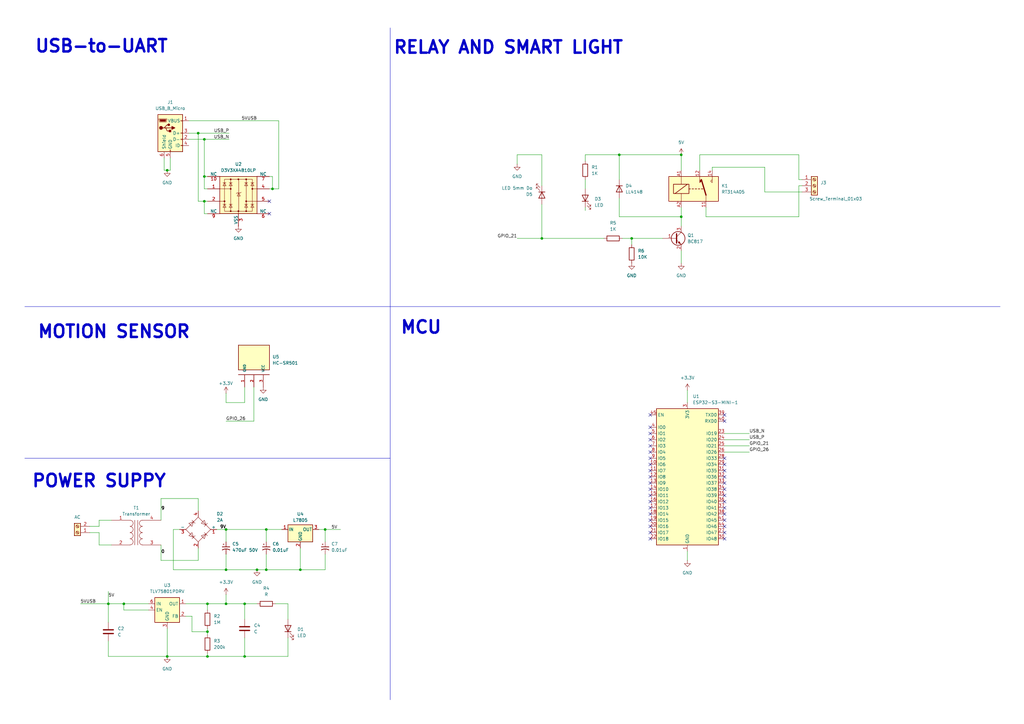
<source format=kicad_sch>
(kicad_sch
	(version 20231120)
	(generator "eeschema")
	(generator_version "8.0")
	(uuid "f92b17b8-0629-47e3-a0b2-22710c959c0e")
	(paper "A3")
	(title_block
		(title "SmartLight via Motion Sensor")
		(date "12/10/2024")
		(rev "1")
		(company "HCM UNIVERSITY OF TECHNOLOGY")
		(comment 1 "HA PHUC DAT")
		(comment 2 "DUONG HUNG QUANG")
	)
	(lib_symbols
		(symbol "Connector:Screw_Terminal_01x02"
			(pin_names
				(offset 1.016) hide)
			(exclude_from_sim no)
			(in_bom yes)
			(on_board yes)
			(property "Reference" "J"
				(at 0 2.54 0)
				(effects
					(font
						(size 1.27 1.27)
					)
				)
			)
			(property "Value" "Screw_Terminal_01x02"
				(at 0 -5.08 0)
				(effects
					(font
						(size 1.27 1.27)
					)
				)
			)
			(property "Footprint" ""
				(at 0 0 0)
				(effects
					(font
						(size 1.27 1.27)
					)
					(hide yes)
				)
			)
			(property "Datasheet" "~"
				(at 0 0 0)
				(effects
					(font
						(size 1.27 1.27)
					)
					(hide yes)
				)
			)
			(property "Description" "Generic screw terminal, single row, 01x02, script generated (kicad-library-utils/schlib/autogen/connector/)"
				(at 0 0 0)
				(effects
					(font
						(size 1.27 1.27)
					)
					(hide yes)
				)
			)
			(property "ki_keywords" "screw terminal"
				(at 0 0 0)
				(effects
					(font
						(size 1.27 1.27)
					)
					(hide yes)
				)
			)
			(property "ki_fp_filters" "TerminalBlock*:*"
				(at 0 0 0)
				(effects
					(font
						(size 1.27 1.27)
					)
					(hide yes)
				)
			)
			(symbol "Screw_Terminal_01x02_1_1"
				(rectangle
					(start -1.27 1.27)
					(end 1.27 -3.81)
					(stroke
						(width 0.254)
						(type default)
					)
					(fill
						(type background)
					)
				)
				(circle
					(center 0 -2.54)
					(radius 0.635)
					(stroke
						(width 0.1524)
						(type default)
					)
					(fill
						(type none)
					)
				)
				(polyline
					(pts
						(xy -0.5334 -2.2098) (xy 0.3302 -3.048)
					)
					(stroke
						(width 0.1524)
						(type default)
					)
					(fill
						(type none)
					)
				)
				(polyline
					(pts
						(xy -0.5334 0.3302) (xy 0.3302 -0.508)
					)
					(stroke
						(width 0.1524)
						(type default)
					)
					(fill
						(type none)
					)
				)
				(polyline
					(pts
						(xy -0.3556 -2.032) (xy 0.508 -2.8702)
					)
					(stroke
						(width 0.1524)
						(type default)
					)
					(fill
						(type none)
					)
				)
				(polyline
					(pts
						(xy -0.3556 0.508) (xy 0.508 -0.3302)
					)
					(stroke
						(width 0.1524)
						(type default)
					)
					(fill
						(type none)
					)
				)
				(circle
					(center 0 0)
					(radius 0.635)
					(stroke
						(width 0.1524)
						(type default)
					)
					(fill
						(type none)
					)
				)
				(pin passive line
					(at -5.08 0 0)
					(length 3.81)
					(name "Pin_1"
						(effects
							(font
								(size 1.27 1.27)
							)
						)
					)
					(number "1"
						(effects
							(font
								(size 1.27 1.27)
							)
						)
					)
				)
				(pin passive line
					(at -5.08 -2.54 0)
					(length 3.81)
					(name "Pin_2"
						(effects
							(font
								(size 1.27 1.27)
							)
						)
					)
					(number "2"
						(effects
							(font
								(size 1.27 1.27)
							)
						)
					)
				)
			)
		)
		(symbol "Connector:Screw_Terminal_01x03"
			(pin_names
				(offset 1.016) hide)
			(exclude_from_sim no)
			(in_bom yes)
			(on_board yes)
			(property "Reference" "J"
				(at 0 5.08 0)
				(effects
					(font
						(size 1.27 1.27)
					)
				)
			)
			(property "Value" "Screw_Terminal_01x03"
				(at 0 -5.08 0)
				(effects
					(font
						(size 1.27 1.27)
					)
				)
			)
			(property "Footprint" ""
				(at 0 0 0)
				(effects
					(font
						(size 1.27 1.27)
					)
					(hide yes)
				)
			)
			(property "Datasheet" "~"
				(at 0 0 0)
				(effects
					(font
						(size 1.27 1.27)
					)
					(hide yes)
				)
			)
			(property "Description" "Generic screw terminal, single row, 01x03, script generated (kicad-library-utils/schlib/autogen/connector/)"
				(at 0 0 0)
				(effects
					(font
						(size 1.27 1.27)
					)
					(hide yes)
				)
			)
			(property "ki_keywords" "screw terminal"
				(at 0 0 0)
				(effects
					(font
						(size 1.27 1.27)
					)
					(hide yes)
				)
			)
			(property "ki_fp_filters" "TerminalBlock*:*"
				(at 0 0 0)
				(effects
					(font
						(size 1.27 1.27)
					)
					(hide yes)
				)
			)
			(symbol "Screw_Terminal_01x03_1_1"
				(rectangle
					(start -1.27 3.81)
					(end 1.27 -3.81)
					(stroke
						(width 0.254)
						(type default)
					)
					(fill
						(type background)
					)
				)
				(circle
					(center 0 -2.54)
					(radius 0.635)
					(stroke
						(width 0.1524)
						(type default)
					)
					(fill
						(type none)
					)
				)
				(polyline
					(pts
						(xy -0.5334 -2.2098) (xy 0.3302 -3.048)
					)
					(stroke
						(width 0.1524)
						(type default)
					)
					(fill
						(type none)
					)
				)
				(polyline
					(pts
						(xy -0.5334 0.3302) (xy 0.3302 -0.508)
					)
					(stroke
						(width 0.1524)
						(type default)
					)
					(fill
						(type none)
					)
				)
				(polyline
					(pts
						(xy -0.5334 2.8702) (xy 0.3302 2.032)
					)
					(stroke
						(width 0.1524)
						(type default)
					)
					(fill
						(type none)
					)
				)
				(polyline
					(pts
						(xy -0.3556 -2.032) (xy 0.508 -2.8702)
					)
					(stroke
						(width 0.1524)
						(type default)
					)
					(fill
						(type none)
					)
				)
				(polyline
					(pts
						(xy -0.3556 0.508) (xy 0.508 -0.3302)
					)
					(stroke
						(width 0.1524)
						(type default)
					)
					(fill
						(type none)
					)
				)
				(polyline
					(pts
						(xy -0.3556 3.048) (xy 0.508 2.2098)
					)
					(stroke
						(width 0.1524)
						(type default)
					)
					(fill
						(type none)
					)
				)
				(circle
					(center 0 0)
					(radius 0.635)
					(stroke
						(width 0.1524)
						(type default)
					)
					(fill
						(type none)
					)
				)
				(circle
					(center 0 2.54)
					(radius 0.635)
					(stroke
						(width 0.1524)
						(type default)
					)
					(fill
						(type none)
					)
				)
				(pin passive line
					(at -5.08 2.54 0)
					(length 3.81)
					(name "Pin_1"
						(effects
							(font
								(size 1.27 1.27)
							)
						)
					)
					(number "1"
						(effects
							(font
								(size 1.27 1.27)
							)
						)
					)
				)
				(pin passive line
					(at -5.08 0 0)
					(length 3.81)
					(name "Pin_2"
						(effects
							(font
								(size 1.27 1.27)
							)
						)
					)
					(number "2"
						(effects
							(font
								(size 1.27 1.27)
							)
						)
					)
				)
				(pin passive line
					(at -5.08 -2.54 0)
					(length 3.81)
					(name "Pin_3"
						(effects
							(font
								(size 1.27 1.27)
							)
						)
					)
					(number "3"
						(effects
							(font
								(size 1.27 1.27)
							)
						)
					)
				)
			)
		)
		(symbol "Connector:USB_B_Micro"
			(pin_names
				(offset 1.016)
			)
			(exclude_from_sim no)
			(in_bom yes)
			(on_board yes)
			(property "Reference" "J"
				(at -5.08 11.43 0)
				(effects
					(font
						(size 1.27 1.27)
					)
					(justify left)
				)
			)
			(property "Value" "USB_B_Micro"
				(at -5.08 8.89 0)
				(effects
					(font
						(size 1.27 1.27)
					)
					(justify left)
				)
			)
			(property "Footprint" ""
				(at 3.81 -1.27 0)
				(effects
					(font
						(size 1.27 1.27)
					)
					(hide yes)
				)
			)
			(property "Datasheet" "~"
				(at 3.81 -1.27 0)
				(effects
					(font
						(size 1.27 1.27)
					)
					(hide yes)
				)
			)
			(property "Description" "USB Micro Type B connector"
				(at 0 0 0)
				(effects
					(font
						(size 1.27 1.27)
					)
					(hide yes)
				)
			)
			(property "ki_keywords" "connector USB micro"
				(at 0 0 0)
				(effects
					(font
						(size 1.27 1.27)
					)
					(hide yes)
				)
			)
			(property "ki_fp_filters" "USB*"
				(at 0 0 0)
				(effects
					(font
						(size 1.27 1.27)
					)
					(hide yes)
				)
			)
			(symbol "USB_B_Micro_0_1"
				(rectangle
					(start -5.08 -7.62)
					(end 5.08 7.62)
					(stroke
						(width 0.254)
						(type default)
					)
					(fill
						(type background)
					)
				)
				(circle
					(center -3.81 2.159)
					(radius 0.635)
					(stroke
						(width 0.254)
						(type default)
					)
					(fill
						(type outline)
					)
				)
				(circle
					(center -0.635 3.429)
					(radius 0.381)
					(stroke
						(width 0.254)
						(type default)
					)
					(fill
						(type outline)
					)
				)
				(rectangle
					(start -0.127 -7.62)
					(end 0.127 -6.858)
					(stroke
						(width 0)
						(type default)
					)
					(fill
						(type none)
					)
				)
				(polyline
					(pts
						(xy -1.905 2.159) (xy 0.635 2.159)
					)
					(stroke
						(width 0.254)
						(type default)
					)
					(fill
						(type none)
					)
				)
				(polyline
					(pts
						(xy -3.175 2.159) (xy -2.54 2.159) (xy -1.27 3.429) (xy -0.635 3.429)
					)
					(stroke
						(width 0.254)
						(type default)
					)
					(fill
						(type none)
					)
				)
				(polyline
					(pts
						(xy -2.54 2.159) (xy -1.905 2.159) (xy -1.27 0.889) (xy 0 0.889)
					)
					(stroke
						(width 0.254)
						(type default)
					)
					(fill
						(type none)
					)
				)
				(polyline
					(pts
						(xy 0.635 2.794) (xy 0.635 1.524) (xy 1.905 2.159) (xy 0.635 2.794)
					)
					(stroke
						(width 0.254)
						(type default)
					)
					(fill
						(type outline)
					)
				)
				(polyline
					(pts
						(xy -4.318 5.588) (xy -1.778 5.588) (xy -2.032 4.826) (xy -4.064 4.826) (xy -4.318 5.588)
					)
					(stroke
						(width 0)
						(type default)
					)
					(fill
						(type outline)
					)
				)
				(polyline
					(pts
						(xy -4.699 5.842) (xy -4.699 5.588) (xy -4.445 4.826) (xy -4.445 4.572) (xy -1.651 4.572) (xy -1.651 4.826)
						(xy -1.397 5.588) (xy -1.397 5.842) (xy -4.699 5.842)
					)
					(stroke
						(width 0)
						(type default)
					)
					(fill
						(type none)
					)
				)
				(rectangle
					(start 0.254 1.27)
					(end -0.508 0.508)
					(stroke
						(width 0.254)
						(type default)
					)
					(fill
						(type outline)
					)
				)
				(rectangle
					(start 5.08 -5.207)
					(end 4.318 -4.953)
					(stroke
						(width 0)
						(type default)
					)
					(fill
						(type none)
					)
				)
				(rectangle
					(start 5.08 -2.667)
					(end 4.318 -2.413)
					(stroke
						(width 0)
						(type default)
					)
					(fill
						(type none)
					)
				)
				(rectangle
					(start 5.08 -0.127)
					(end 4.318 0.127)
					(stroke
						(width 0)
						(type default)
					)
					(fill
						(type none)
					)
				)
				(rectangle
					(start 5.08 4.953)
					(end 4.318 5.207)
					(stroke
						(width 0)
						(type default)
					)
					(fill
						(type none)
					)
				)
			)
			(symbol "USB_B_Micro_1_1"
				(pin power_out line
					(at 7.62 5.08 180)
					(length 2.54)
					(name "VBUS"
						(effects
							(font
								(size 1.27 1.27)
							)
						)
					)
					(number "1"
						(effects
							(font
								(size 1.27 1.27)
							)
						)
					)
				)
				(pin bidirectional line
					(at 7.62 -2.54 180)
					(length 2.54)
					(name "D-"
						(effects
							(font
								(size 1.27 1.27)
							)
						)
					)
					(number "2"
						(effects
							(font
								(size 1.27 1.27)
							)
						)
					)
				)
				(pin bidirectional line
					(at 7.62 0 180)
					(length 2.54)
					(name "D+"
						(effects
							(font
								(size 1.27 1.27)
							)
						)
					)
					(number "3"
						(effects
							(font
								(size 1.27 1.27)
							)
						)
					)
				)
				(pin passive line
					(at 7.62 -5.08 180)
					(length 2.54)
					(name "ID"
						(effects
							(font
								(size 1.27 1.27)
							)
						)
					)
					(number "4"
						(effects
							(font
								(size 1.27 1.27)
							)
						)
					)
				)
				(pin power_out line
					(at 0 -10.16 90)
					(length 2.54)
					(name "GND"
						(effects
							(font
								(size 1.27 1.27)
							)
						)
					)
					(number "5"
						(effects
							(font
								(size 1.27 1.27)
							)
						)
					)
				)
				(pin passive line
					(at -2.54 -10.16 90)
					(length 2.54)
					(name "Shield"
						(effects
							(font
								(size 1.27 1.27)
							)
						)
					)
					(number "6"
						(effects
							(font
								(size 1.27 1.27)
							)
						)
					)
				)
			)
		)
		(symbol "Device:C"
			(pin_numbers hide)
			(pin_names
				(offset 0.254)
			)
			(exclude_from_sim no)
			(in_bom yes)
			(on_board yes)
			(property "Reference" "C"
				(at 0.635 2.54 0)
				(effects
					(font
						(size 1.27 1.27)
					)
					(justify left)
				)
			)
			(property "Value" "C"
				(at 0.635 -2.54 0)
				(effects
					(font
						(size 1.27 1.27)
					)
					(justify left)
				)
			)
			(property "Footprint" ""
				(at 0.9652 -3.81 0)
				(effects
					(font
						(size 1.27 1.27)
					)
					(hide yes)
				)
			)
			(property "Datasheet" "~"
				(at 0 0 0)
				(effects
					(font
						(size 1.27 1.27)
					)
					(hide yes)
				)
			)
			(property "Description" "Unpolarized capacitor"
				(at 0 0 0)
				(effects
					(font
						(size 1.27 1.27)
					)
					(hide yes)
				)
			)
			(property "ki_keywords" "cap capacitor"
				(at 0 0 0)
				(effects
					(font
						(size 1.27 1.27)
					)
					(hide yes)
				)
			)
			(property "ki_fp_filters" "C_*"
				(at 0 0 0)
				(effects
					(font
						(size 1.27 1.27)
					)
					(hide yes)
				)
			)
			(symbol "C_0_1"
				(polyline
					(pts
						(xy -2.032 -0.762) (xy 2.032 -0.762)
					)
					(stroke
						(width 0.508)
						(type default)
					)
					(fill
						(type none)
					)
				)
				(polyline
					(pts
						(xy -2.032 0.762) (xy 2.032 0.762)
					)
					(stroke
						(width 0.508)
						(type default)
					)
					(fill
						(type none)
					)
				)
			)
			(symbol "C_1_1"
				(pin passive line
					(at 0 3.81 270)
					(length 2.794)
					(name "~"
						(effects
							(font
								(size 1.27 1.27)
							)
						)
					)
					(number "1"
						(effects
							(font
								(size 1.27 1.27)
							)
						)
					)
				)
				(pin passive line
					(at 0 -3.81 90)
					(length 2.794)
					(name "~"
						(effects
							(font
								(size 1.27 1.27)
							)
						)
					)
					(number "2"
						(effects
							(font
								(size 1.27 1.27)
							)
						)
					)
				)
			)
		)
		(symbol "Device:C_Polarized_Small_US"
			(pin_numbers hide)
			(pin_names
				(offset 0.254) hide)
			(exclude_from_sim no)
			(in_bom yes)
			(on_board yes)
			(property "Reference" "C"
				(at 0.254 1.778 0)
				(effects
					(font
						(size 1.27 1.27)
					)
					(justify left)
				)
			)
			(property "Value" "C_Polarized_Small_US"
				(at 0.254 -2.032 0)
				(effects
					(font
						(size 1.27 1.27)
					)
					(justify left)
				)
			)
			(property "Footprint" ""
				(at 0 0 0)
				(effects
					(font
						(size 1.27 1.27)
					)
					(hide yes)
				)
			)
			(property "Datasheet" "~"
				(at 0 0 0)
				(effects
					(font
						(size 1.27 1.27)
					)
					(hide yes)
				)
			)
			(property "Description" "Polarized capacitor, small US symbol"
				(at 0 0 0)
				(effects
					(font
						(size 1.27 1.27)
					)
					(hide yes)
				)
			)
			(property "ki_keywords" "cap capacitor"
				(at 0 0 0)
				(effects
					(font
						(size 1.27 1.27)
					)
					(hide yes)
				)
			)
			(property "ki_fp_filters" "CP_*"
				(at 0 0 0)
				(effects
					(font
						(size 1.27 1.27)
					)
					(hide yes)
				)
			)
			(symbol "C_Polarized_Small_US_0_1"
				(polyline
					(pts
						(xy -1.524 0.508) (xy 1.524 0.508)
					)
					(stroke
						(width 0.3048)
						(type default)
					)
					(fill
						(type none)
					)
				)
				(polyline
					(pts
						(xy -1.27 1.524) (xy -0.762 1.524)
					)
					(stroke
						(width 0)
						(type default)
					)
					(fill
						(type none)
					)
				)
				(polyline
					(pts
						(xy -1.016 1.27) (xy -1.016 1.778)
					)
					(stroke
						(width 0)
						(type default)
					)
					(fill
						(type none)
					)
				)
				(arc
					(start 1.524 -0.762)
					(mid 0 -0.3734)
					(end -1.524 -0.762)
					(stroke
						(width 0.3048)
						(type default)
					)
					(fill
						(type none)
					)
				)
			)
			(symbol "C_Polarized_Small_US_1_1"
				(pin passive line
					(at 0 2.54 270)
					(length 2.032)
					(name "~"
						(effects
							(font
								(size 1.27 1.27)
							)
						)
					)
					(number "1"
						(effects
							(font
								(size 1.27 1.27)
							)
						)
					)
				)
				(pin passive line
					(at 0 -2.54 90)
					(length 2.032)
					(name "~"
						(effects
							(font
								(size 1.27 1.27)
							)
						)
					)
					(number "2"
						(effects
							(font
								(size 1.27 1.27)
							)
						)
					)
				)
			)
		)
		(symbol "Device:LED"
			(pin_numbers hide)
			(pin_names
				(offset 1.016) hide)
			(exclude_from_sim no)
			(in_bom yes)
			(on_board yes)
			(property "Reference" "D"
				(at 0 2.54 0)
				(effects
					(font
						(size 1.27 1.27)
					)
				)
			)
			(property "Value" "LED"
				(at 0 -2.54 0)
				(effects
					(font
						(size 1.27 1.27)
					)
				)
			)
			(property "Footprint" ""
				(at 0 0 0)
				(effects
					(font
						(size 1.27 1.27)
					)
					(hide yes)
				)
			)
			(property "Datasheet" "~"
				(at 0 0 0)
				(effects
					(font
						(size 1.27 1.27)
					)
					(hide yes)
				)
			)
			(property "Description" "Light emitting diode"
				(at 0 0 0)
				(effects
					(font
						(size 1.27 1.27)
					)
					(hide yes)
				)
			)
			(property "ki_keywords" "LED diode"
				(at 0 0 0)
				(effects
					(font
						(size 1.27 1.27)
					)
					(hide yes)
				)
			)
			(property "ki_fp_filters" "LED* LED_SMD:* LED_THT:*"
				(at 0 0 0)
				(effects
					(font
						(size 1.27 1.27)
					)
					(hide yes)
				)
			)
			(symbol "LED_0_1"
				(polyline
					(pts
						(xy -1.27 -1.27) (xy -1.27 1.27)
					)
					(stroke
						(width 0.254)
						(type default)
					)
					(fill
						(type none)
					)
				)
				(polyline
					(pts
						(xy -1.27 0) (xy 1.27 0)
					)
					(stroke
						(width 0)
						(type default)
					)
					(fill
						(type none)
					)
				)
				(polyline
					(pts
						(xy 1.27 -1.27) (xy 1.27 1.27) (xy -1.27 0) (xy 1.27 -1.27)
					)
					(stroke
						(width 0.254)
						(type default)
					)
					(fill
						(type none)
					)
				)
				(polyline
					(pts
						(xy -3.048 -0.762) (xy -4.572 -2.286) (xy -3.81 -2.286) (xy -4.572 -2.286) (xy -4.572 -1.524)
					)
					(stroke
						(width 0)
						(type default)
					)
					(fill
						(type none)
					)
				)
				(polyline
					(pts
						(xy -1.778 -0.762) (xy -3.302 -2.286) (xy -2.54 -2.286) (xy -3.302 -2.286) (xy -3.302 -1.524)
					)
					(stroke
						(width 0)
						(type default)
					)
					(fill
						(type none)
					)
				)
			)
			(symbol "LED_1_1"
				(pin passive line
					(at -3.81 0 0)
					(length 2.54)
					(name "K"
						(effects
							(font
								(size 1.27 1.27)
							)
						)
					)
					(number "1"
						(effects
							(font
								(size 1.27 1.27)
							)
						)
					)
				)
				(pin passive line
					(at 3.81 0 180)
					(length 2.54)
					(name "A"
						(effects
							(font
								(size 1.27 1.27)
							)
						)
					)
					(number "2"
						(effects
							(font
								(size 1.27 1.27)
							)
						)
					)
				)
			)
		)
		(symbol "Device:R"
			(pin_numbers hide)
			(pin_names
				(offset 0)
			)
			(exclude_from_sim no)
			(in_bom yes)
			(on_board yes)
			(property "Reference" "R"
				(at 2.032 0 90)
				(effects
					(font
						(size 1.27 1.27)
					)
				)
			)
			(property "Value" "R"
				(at 0 0 90)
				(effects
					(font
						(size 1.27 1.27)
					)
				)
			)
			(property "Footprint" ""
				(at -1.778 0 90)
				(effects
					(font
						(size 1.27 1.27)
					)
					(hide yes)
				)
			)
			(property "Datasheet" "~"
				(at 0 0 0)
				(effects
					(font
						(size 1.27 1.27)
					)
					(hide yes)
				)
			)
			(property "Description" "Resistor"
				(at 0 0 0)
				(effects
					(font
						(size 1.27 1.27)
					)
					(hide yes)
				)
			)
			(property "ki_keywords" "R res resistor"
				(at 0 0 0)
				(effects
					(font
						(size 1.27 1.27)
					)
					(hide yes)
				)
			)
			(property "ki_fp_filters" "R_*"
				(at 0 0 0)
				(effects
					(font
						(size 1.27 1.27)
					)
					(hide yes)
				)
			)
			(symbol "R_0_1"
				(rectangle
					(start -1.016 -2.54)
					(end 1.016 2.54)
					(stroke
						(width 0.254)
						(type default)
					)
					(fill
						(type none)
					)
				)
			)
			(symbol "R_1_1"
				(pin passive line
					(at 0 3.81 270)
					(length 1.27)
					(name "~"
						(effects
							(font
								(size 1.27 1.27)
							)
						)
					)
					(number "1"
						(effects
							(font
								(size 1.27 1.27)
							)
						)
					)
				)
				(pin passive line
					(at 0 -3.81 90)
					(length 1.27)
					(name "~"
						(effects
							(font
								(size 1.27 1.27)
							)
						)
					)
					(number "2"
						(effects
							(font
								(size 1.27 1.27)
							)
						)
					)
				)
			)
		)
		(symbol "Device:Transformer_1P_1S"
			(pin_names
				(offset 1.016) hide)
			(exclude_from_sim no)
			(in_bom yes)
			(on_board yes)
			(property "Reference" "T"
				(at 0 6.35 0)
				(effects
					(font
						(size 1.27 1.27)
					)
				)
			)
			(property "Value" "Transformer_1P_1S"
				(at 0 -7.62 0)
				(effects
					(font
						(size 1.27 1.27)
					)
				)
			)
			(property "Footprint" ""
				(at 0 0 0)
				(effects
					(font
						(size 1.27 1.27)
					)
					(hide yes)
				)
			)
			(property "Datasheet" "~"
				(at 0 0 0)
				(effects
					(font
						(size 1.27 1.27)
					)
					(hide yes)
				)
			)
			(property "Description" "Transformer, single primary, single secondary"
				(at 0 0 0)
				(effects
					(font
						(size 1.27 1.27)
					)
					(hide yes)
				)
			)
			(property "ki_keywords" "transformer coil magnet"
				(at 0 0 0)
				(effects
					(font
						(size 1.27 1.27)
					)
					(hide yes)
				)
			)
			(symbol "Transformer_1P_1S_0_1"
				(arc
					(start -2.54 -5.0546)
					(mid -1.6599 -4.6901)
					(end -1.27 -3.81)
					(stroke
						(width 0)
						(type default)
					)
					(fill
						(type none)
					)
				)
				(arc
					(start -2.54 -2.5146)
					(mid -1.6599 -2.1501)
					(end -1.27 -1.27)
					(stroke
						(width 0)
						(type default)
					)
					(fill
						(type none)
					)
				)
				(arc
					(start -2.54 0.0254)
					(mid -1.6599 0.3899)
					(end -1.27 1.27)
					(stroke
						(width 0)
						(type default)
					)
					(fill
						(type none)
					)
				)
				(arc
					(start -2.54 2.5654)
					(mid -1.6599 2.9299)
					(end -1.27 3.81)
					(stroke
						(width 0)
						(type default)
					)
					(fill
						(type none)
					)
				)
				(arc
					(start -1.27 -3.81)
					(mid -1.642 -2.912)
					(end -2.54 -2.54)
					(stroke
						(width 0)
						(type default)
					)
					(fill
						(type none)
					)
				)
				(arc
					(start -1.27 -1.27)
					(mid -1.642 -0.372)
					(end -2.54 0)
					(stroke
						(width 0)
						(type default)
					)
					(fill
						(type none)
					)
				)
				(arc
					(start -1.27 1.27)
					(mid -1.642 2.168)
					(end -2.54 2.54)
					(stroke
						(width 0)
						(type default)
					)
					(fill
						(type none)
					)
				)
				(arc
					(start -1.27 3.81)
					(mid -1.642 4.708)
					(end -2.54 5.08)
					(stroke
						(width 0)
						(type default)
					)
					(fill
						(type none)
					)
				)
				(polyline
					(pts
						(xy -0.635 5.08) (xy -0.635 -5.08)
					)
					(stroke
						(width 0)
						(type default)
					)
					(fill
						(type none)
					)
				)
				(polyline
					(pts
						(xy 0.635 -5.08) (xy 0.635 5.08)
					)
					(stroke
						(width 0)
						(type default)
					)
					(fill
						(type none)
					)
				)
				(arc
					(start 1.2954 -1.27)
					(mid 1.6599 -2.1501)
					(end 2.54 -2.5146)
					(stroke
						(width 0)
						(type default)
					)
					(fill
						(type none)
					)
				)
				(arc
					(start 1.2954 1.27)
					(mid 1.6599 0.3899)
					(end 2.54 0.0254)
					(stroke
						(width 0)
						(type default)
					)
					(fill
						(type none)
					)
				)
				(arc
					(start 1.2954 3.81)
					(mid 1.6599 2.9299)
					(end 2.54 2.5654)
					(stroke
						(width 0)
						(type default)
					)
					(fill
						(type none)
					)
				)
				(arc
					(start 1.3208 -3.81)
					(mid 1.6853 -4.6901)
					(end 2.5654 -5.0546)
					(stroke
						(width 0)
						(type default)
					)
					(fill
						(type none)
					)
				)
				(arc
					(start 2.54 0)
					(mid 1.642 -0.372)
					(end 1.2954 -1.27)
					(stroke
						(width 0)
						(type default)
					)
					(fill
						(type none)
					)
				)
				(arc
					(start 2.54 2.54)
					(mid 1.642 2.168)
					(end 1.2954 1.27)
					(stroke
						(width 0)
						(type default)
					)
					(fill
						(type none)
					)
				)
				(arc
					(start 2.54 5.08)
					(mid 1.642 4.708)
					(end 1.2954 3.81)
					(stroke
						(width 0)
						(type default)
					)
					(fill
						(type none)
					)
				)
				(arc
					(start 2.5654 -2.54)
					(mid 1.6674 -2.912)
					(end 1.3208 -3.81)
					(stroke
						(width 0)
						(type default)
					)
					(fill
						(type none)
					)
				)
			)
			(symbol "Transformer_1P_1S_1_1"
				(pin passive line
					(at -10.16 5.08 0)
					(length 7.62)
					(name "AA"
						(effects
							(font
								(size 1.27 1.27)
							)
						)
					)
					(number "1"
						(effects
							(font
								(size 1.27 1.27)
							)
						)
					)
				)
				(pin passive line
					(at -10.16 -5.08 0)
					(length 7.62)
					(name "AB"
						(effects
							(font
								(size 1.27 1.27)
							)
						)
					)
					(number "2"
						(effects
							(font
								(size 1.27 1.27)
							)
						)
					)
				)
				(pin passive line
					(at 10.16 -5.08 180)
					(length 7.62)
					(name "SA"
						(effects
							(font
								(size 1.27 1.27)
							)
						)
					)
					(number "3"
						(effects
							(font
								(size 1.27 1.27)
							)
						)
					)
				)
				(pin passive line
					(at 10.16 5.08 180)
					(length 7.62)
					(name "SB"
						(effects
							(font
								(size 1.27 1.27)
							)
						)
					)
					(number "4"
						(effects
							(font
								(size 1.27 1.27)
							)
						)
					)
				)
			)
		)
		(symbol "Diode:LL4148"
			(pin_numbers hide)
			(pin_names hide)
			(exclude_from_sim no)
			(in_bom yes)
			(on_board yes)
			(property "Reference" "D"
				(at 0 2.54 0)
				(effects
					(font
						(size 1.27 1.27)
					)
				)
			)
			(property "Value" "LL4148"
				(at 0 -2.54 0)
				(effects
					(font
						(size 1.27 1.27)
					)
				)
			)
			(property "Footprint" "Diode_SMD:D_MiniMELF"
				(at 0 -4.445 0)
				(effects
					(font
						(size 1.27 1.27)
					)
					(hide yes)
				)
			)
			(property "Datasheet" "http://www.vishay.com/docs/85557/ll4148.pdf"
				(at 0 0 0)
				(effects
					(font
						(size 1.27 1.27)
					)
					(hide yes)
				)
			)
			(property "Description" "100V 0.15A standard switching diode, MiniMELF"
				(at 0 0 0)
				(effects
					(font
						(size 1.27 1.27)
					)
					(hide yes)
				)
			)
			(property "Sim.Device" "D"
				(at 0 0 0)
				(effects
					(font
						(size 1.27 1.27)
					)
					(hide yes)
				)
			)
			(property "Sim.Pins" "1=K 2=A"
				(at 0 0 0)
				(effects
					(font
						(size 1.27 1.27)
					)
					(hide yes)
				)
			)
			(property "ki_keywords" "diode"
				(at 0 0 0)
				(effects
					(font
						(size 1.27 1.27)
					)
					(hide yes)
				)
			)
			(property "ki_fp_filters" "D*MiniMELF*"
				(at 0 0 0)
				(effects
					(font
						(size 1.27 1.27)
					)
					(hide yes)
				)
			)
			(symbol "LL4148_0_1"
				(polyline
					(pts
						(xy -1.27 1.27) (xy -1.27 -1.27)
					)
					(stroke
						(width 0.254)
						(type default)
					)
					(fill
						(type none)
					)
				)
				(polyline
					(pts
						(xy 1.27 0) (xy -1.27 0)
					)
					(stroke
						(width 0)
						(type default)
					)
					(fill
						(type none)
					)
				)
				(polyline
					(pts
						(xy 1.27 1.27) (xy 1.27 -1.27) (xy -1.27 0) (xy 1.27 1.27)
					)
					(stroke
						(width 0.254)
						(type default)
					)
					(fill
						(type none)
					)
				)
			)
			(symbol "LL4148_1_1"
				(pin passive line
					(at -3.81 0 0)
					(length 2.54)
					(name "K"
						(effects
							(font
								(size 1.27 1.27)
							)
						)
					)
					(number "1"
						(effects
							(font
								(size 1.27 1.27)
							)
						)
					)
				)
				(pin passive line
					(at 3.81 0 180)
					(length 2.54)
					(name "A"
						(effects
							(font
								(size 1.27 1.27)
							)
						)
					)
					(number "2"
						(effects
							(font
								(size 1.27 1.27)
							)
						)
					)
				)
			)
		)
		(symbol "Diode_Bridge:W01G"
			(pin_names
				(offset 0)
			)
			(exclude_from_sim no)
			(in_bom yes)
			(on_board yes)
			(property "Reference" "D"
				(at 2.54 6.985 0)
				(effects
					(font
						(size 1.27 1.27)
					)
					(justify left)
				)
			)
			(property "Value" "W01G"
				(at 2.54 5.08 0)
				(effects
					(font
						(size 1.27 1.27)
					)
					(justify left)
				)
			)
			(property "Footprint" "Diode_THT:Diode_Bridge_Round_D9.8mm"
				(at 3.81 3.175 0)
				(effects
					(font
						(size 1.27 1.27)
					)
					(justify left)
					(hide yes)
				)
			)
			(property "Datasheet" "https://www.vishay.com/docs/88769/woo5g.pdf"
				(at 0 0 0)
				(effects
					(font
						(size 1.27 1.27)
					)
					(hide yes)
				)
			)
			(property "Description" "Glass Passivated Single-Phase Bridge Rectifier, 70V Vrms, 1.5A If, WOG package"
				(at 0 0 0)
				(effects
					(font
						(size 1.27 1.27)
					)
					(hide yes)
				)
			)
			(property "ki_keywords" "Bridge Rectifier acdc"
				(at 0 0 0)
				(effects
					(font
						(size 1.27 1.27)
					)
					(hide yes)
				)
			)
			(property "ki_fp_filters" "D*Bridge*Round*D9.8mm*"
				(at 0 0 0)
				(effects
					(font
						(size 1.27 1.27)
					)
					(hide yes)
				)
			)
			(symbol "W01G_0_1"
				(polyline
					(pts
						(xy -2.54 3.81) (xy -1.27 2.54)
					)
					(stroke
						(width 0)
						(type default)
					)
					(fill
						(type none)
					)
				)
				(polyline
					(pts
						(xy -1.27 -2.54) (xy -2.54 -3.81)
					)
					(stroke
						(width 0)
						(type default)
					)
					(fill
						(type none)
					)
				)
				(polyline
					(pts
						(xy 2.54 -1.27) (xy 3.81 -2.54)
					)
					(stroke
						(width 0)
						(type default)
					)
					(fill
						(type none)
					)
				)
				(polyline
					(pts
						(xy 2.54 1.27) (xy 3.81 2.54)
					)
					(stroke
						(width 0)
						(type default)
					)
					(fill
						(type none)
					)
				)
				(polyline
					(pts
						(xy -3.81 2.54) (xy -2.54 1.27) (xy -1.905 3.175) (xy -3.81 2.54)
					)
					(stroke
						(width 0)
						(type default)
					)
					(fill
						(type none)
					)
				)
				(polyline
					(pts
						(xy -2.54 -1.27) (xy -3.81 -2.54) (xy -1.905 -3.175) (xy -2.54 -1.27)
					)
					(stroke
						(width 0)
						(type default)
					)
					(fill
						(type none)
					)
				)
				(polyline
					(pts
						(xy 1.27 2.54) (xy 2.54 3.81) (xy 3.175 1.905) (xy 1.27 2.54)
					)
					(stroke
						(width 0)
						(type default)
					)
					(fill
						(type none)
					)
				)
				(polyline
					(pts
						(xy 3.175 -1.905) (xy 1.27 -2.54) (xy 2.54 -3.81) (xy 3.175 -1.905)
					)
					(stroke
						(width 0)
						(type default)
					)
					(fill
						(type none)
					)
				)
				(polyline
					(pts
						(xy -5.08 0) (xy 0 -5.08) (xy 5.08 0) (xy 0 5.08) (xy -5.08 0)
					)
					(stroke
						(width 0)
						(type default)
					)
					(fill
						(type none)
					)
				)
			)
			(symbol "W01G_1_1"
				(pin passive line
					(at 7.62 0 180)
					(length 2.54)
					(name "+"
						(effects
							(font
								(size 1.27 1.27)
							)
						)
					)
					(number "1"
						(effects
							(font
								(size 1.27 1.27)
							)
						)
					)
				)
				(pin passive line
					(at 0 -7.62 90)
					(length 2.54)
					(name "~"
						(effects
							(font
								(size 1.27 1.27)
							)
						)
					)
					(number "2"
						(effects
							(font
								(size 1.27 1.27)
							)
						)
					)
				)
				(pin passive line
					(at -7.62 0 0)
					(length 2.54)
					(name "-"
						(effects
							(font
								(size 1.27 1.27)
							)
						)
					)
					(number "3"
						(effects
							(font
								(size 1.27 1.27)
							)
						)
					)
				)
				(pin passive line
					(at 0 7.62 270)
					(length 2.54)
					(name "~"
						(effects
							(font
								(size 1.27 1.27)
							)
						)
					)
					(number "4"
						(effects
							(font
								(size 1.27 1.27)
							)
						)
					)
				)
			)
		)
		(symbol "HC-SR04:HC-SR04"
			(pin_names
				(offset 1.016)
			)
			(exclude_from_sim no)
			(in_bom yes)
			(on_board yes)
			(property "Reference" "U5"
				(at 7.328 -8.89 90)
				(effects
					(font
						(size 1.27 1.27)
					)
					(justify right)
				)
			)
			(property "Value" "HC-SR501"
				(at 4.788 -8.89 90)
				(effects
					(font
						(size 1.27 1.27)
					)
					(justify right)
				)
			)
			(property "Footprint" "XCVR_HC-SR04"
				(at 0 0 0)
				(effects
					(font
						(size 1.27 1.27)
						(italic yes)
					)
					(justify left bottom)
					(hide yes)
				)
			)
			(property "Datasheet" ""
				(at 0 0 0)
				(effects
					(font
						(size 1.27 1.27)
					)
					(justify left bottom)
					(hide yes)
				)
			)
			(property "Description" ""
				(at 0 0 0)
				(effects
					(font
						(size 1.27 1.27)
					)
					(hide yes)
				)
			)
			(property "MF" "SparkFun Electronics"
				(at 0 0 0)
				(effects
					(font
						(size 1.27 1.27)
					)
					(justify left bottom)
					(hide yes)
				)
			)
			(property "Description_1" "\\n                        \\n                            HC-SR04 Ultrasonic Sensor Qwiic Platform Evaluation Expansion Board\\n                        \\n"
				(at 0 0 0)
				(effects
					(font
						(size 1.27 1.27)
					)
					(justify left bottom)
					(hide yes)
				)
			)
			(property "Package" "None"
				(at 0 0 0)
				(effects
					(font
						(size 1.27 1.27)
					)
					(justify left bottom)
					(hide yes)
				)
			)
			(property "Price" "None"
				(at 0 0 0)
				(effects
					(font
						(size 1.27 1.27)
					)
					(justify left bottom)
					(hide yes)
				)
			)
			(property "Check_prices" "https://www.snapeda.com/parts/HC-SR04/SparkFun+Electronics/view-part/?ref=eda"
				(at 0 0 0)
				(effects
					(font
						(size 1.27 1.27)
					)
					(justify left bottom)
					(hide yes)
				)
			)
			(property "SnapEDA_Link" "https://www.snapeda.com/parts/HC-SR04/SparkFun+Electronics/view-part/?ref=snap"
				(at 0 0 0)
				(effects
					(font
						(size 1.27 1.27)
					)
					(justify left bottom)
					(hide yes)
				)
			)
			(property "MP" "HC-SR04"
				(at 0 0 0)
				(effects
					(font
						(size 1.27 1.27)
					)
					(justify left bottom)
					(hide yes)
				)
			)
			(property "Availability" "Not in stock"
				(at 0 0 0)
				(effects
					(font
						(size 1.27 1.27)
					)
					(justify left bottom)
					(hide yes)
				)
			)
			(property "MANUFACTURER" "Osepp"
				(at 0 0 0)
				(effects
					(font
						(size 1.27 1.27)
					)
					(justify left bottom)
					(hide yes)
				)
			)
			(property "ki_locked" ""
				(at 0 0 0)
				(effects
					(font
						(size 1.27 1.27)
					)
				)
			)
			(symbol "HC-SR04_0_0"
				(polyline
					(pts
						(xy 0 5.08) (xy 0 -7.62)
					)
					(stroke
						(width 0.254)
						(type solid)
					)
					(fill
						(type none)
					)
				)
				(rectangle
					(start 1.9558 -7.62)
					(end 12.1158 5.08)
					(stroke
						(width 0.254)
						(type solid)
					)
					(fill
						(type background)
					)
				)
			)
			(symbol "HC-SR04_1_0"
				(pin power_in line
					(at -5.08 2.54 0)
					(length 5.08)
					(name "GND"
						(effects
							(font
								(size 1.016 1.016)
							)
						)
					)
					(number "1"
						(effects
							(font
								(size 1.016 1.016)
							)
						)
					)
				)
				(pin bidirectional line
					(at -5.08 -1.27 0)
					(length 5.08)
					(name ""
						(effects
							(font
								(size 1.016 1.016)
							)
						)
					)
					(number "2"
						(effects
							(font
								(size 1.016 1.016)
							)
						)
					)
				)
				(pin power_in line
					(at -5.08 -5.08 0)
					(length 5.08)
					(name "VCC"
						(effects
							(font
								(size 1.016 1.016)
							)
						)
					)
					(number "3"
						(effects
							(font
								(size 1.016 1.016)
							)
						)
					)
				)
			)
		)
		(symbol "Power_Protection:D3V3XA4B10LP"
			(pin_names
				(offset 0)
			)
			(exclude_from_sim no)
			(in_bom yes)
			(on_board yes)
			(property "Reference" "U"
				(at -0.635 8.89 0)
				(effects
					(font
						(size 1.27 1.27)
					)
				)
			)
			(property "Value" "D3V3XA4B10LP"
				(at 8.89 -10.16 0)
				(effects
					(font
						(size 1.27 1.27)
					)
				)
			)
			(property "Footprint" "Package_DFN_QFN:Diodes_UDFN-10_1.0x2.5mm_P0.5mm"
				(at -24.13 -10.16 0)
				(effects
					(font
						(size 1.27 1.27)
					)
					(hide yes)
				)
			)
			(property "Datasheet" "https://www.diodes.com/assets/Datasheets/D3V3XA4B10LP.pdf"
				(at 0 0 0)
				(effects
					(font
						(size 1.27 1.27)
					)
					(hide yes)
				)
			)
			(property "Description" "4-Channel Low Capacitance TVS Diode Array, DFN-10"
				(at 0 0 0)
				(effects
					(font
						(size 1.27 1.27)
					)
					(hide yes)
				)
			)
			(property "ki_keywords" "ESD protection TVS"
				(at 0 0 0)
				(effects
					(font
						(size 1.27 1.27)
					)
					(hide yes)
				)
			)
			(property "ki_fp_filters" "Diodes*UDFN*1.0x2.5mm*P0.5mm*"
				(at 0 0 0)
				(effects
					(font
						(size 1.27 1.27)
					)
					(hide yes)
				)
			)
			(symbol "D3V3XA4B10LP_0_0"
				(rectangle
					(start -5.715 6.477)
					(end 5.715 -6.604)
					(stroke
						(width 0)
						(type default)
					)
					(fill
						(type none)
					)
				)
				(polyline
					(pts
						(xy -3.175 -6.604) (xy -3.175 6.477)
					)
					(stroke
						(width 0)
						(type default)
					)
					(fill
						(type none)
					)
				)
				(polyline
					(pts
						(xy 0.127 6.477) (xy 0.127 -6.604)
					)
					(stroke
						(width 0)
						(type default)
					)
					(fill
						(type none)
					)
				)
				(polyline
					(pts
						(xy 3.175 6.477) (xy 3.175 -6.604)
					)
					(stroke
						(width 0)
						(type default)
					)
					(fill
						(type none)
					)
				)
			)
			(symbol "D3V3XA4B10LP_0_1"
				(rectangle
					(start -7.62 7.62)
					(end 7.62 -7.62)
					(stroke
						(width 0.254)
						(type default)
					)
					(fill
						(type background)
					)
				)
				(circle
					(center -5.715 -2.54)
					(radius 0.2794)
					(stroke
						(width 0)
						(type default)
					)
					(fill
						(type outline)
					)
				)
				(circle
					(center -3.175 -6.604)
					(radius 0.2794)
					(stroke
						(width 0)
						(type default)
					)
					(fill
						(type outline)
					)
				)
				(circle
					(center -3.175 2.54)
					(radius 0.2794)
					(stroke
						(width 0)
						(type default)
					)
					(fill
						(type outline)
					)
				)
				(circle
					(center -3.175 6.477)
					(radius 0.2794)
					(stroke
						(width 0)
						(type default)
					)
					(fill
						(type outline)
					)
				)
				(circle
					(center 0 -6.604)
					(radius 0.2794)
					(stroke
						(width 0)
						(type default)
					)
					(fill
						(type outline)
					)
				)
				(polyline
					(pts
						(xy -7.747 2.54) (xy -3.175 2.54)
					)
					(stroke
						(width 0)
						(type default)
					)
					(fill
						(type none)
					)
				)
				(polyline
					(pts
						(xy -7.62 -2.54) (xy -5.715 -2.54)
					)
					(stroke
						(width 0)
						(type default)
					)
					(fill
						(type none)
					)
				)
				(polyline
					(pts
						(xy -5.08 -3.81) (xy -6.35 -3.81)
					)
					(stroke
						(width 0)
						(type default)
					)
					(fill
						(type none)
					)
				)
				(polyline
					(pts
						(xy -5.08 5.08) (xy -6.35 5.08)
					)
					(stroke
						(width 0)
						(type default)
					)
					(fill
						(type none)
					)
				)
				(polyline
					(pts
						(xy -2.54 -3.81) (xy -3.81 -3.81)
					)
					(stroke
						(width 0)
						(type default)
					)
					(fill
						(type none)
					)
				)
				(polyline
					(pts
						(xy -2.54 5.08) (xy -3.81 5.08)
					)
					(stroke
						(width 0)
						(type default)
					)
					(fill
						(type none)
					)
				)
				(polyline
					(pts
						(xy -0.508 0.889) (xy -0.889 0.635)
					)
					(stroke
						(width 0)
						(type default)
					)
					(fill
						(type none)
					)
				)
				(polyline
					(pts
						(xy 0 -6.604) (xy 0 -7.62)
					)
					(stroke
						(width 0)
						(type default)
					)
					(fill
						(type none)
					)
				)
				(polyline
					(pts
						(xy 0.762 0.889) (xy -0.508 0.889)
					)
					(stroke
						(width 0)
						(type default)
					)
					(fill
						(type none)
					)
				)
				(polyline
					(pts
						(xy 0.762 0.889) (xy 1.143 1.143)
					)
					(stroke
						(width 0)
						(type default)
					)
					(fill
						(type none)
					)
				)
				(polyline
					(pts
						(xy 3.81 -3.81) (xy 2.54 -3.81)
					)
					(stroke
						(width 0)
						(type default)
					)
					(fill
						(type none)
					)
				)
				(polyline
					(pts
						(xy 3.81 5.08) (xy 2.54 5.08)
					)
					(stroke
						(width 0)
						(type default)
					)
					(fill
						(type none)
					)
				)
				(polyline
					(pts
						(xy 6.35 -3.81) (xy 5.08 -3.81)
					)
					(stroke
						(width 0)
						(type default)
					)
					(fill
						(type none)
					)
				)
				(polyline
					(pts
						(xy 6.35 5.08) (xy 5.08 5.08)
					)
					(stroke
						(width 0)
						(type default)
					)
					(fill
						(type none)
					)
				)
				(polyline
					(pts
						(xy 7.62 -2.54) (xy 3.175 -2.54)
					)
					(stroke
						(width 0)
						(type default)
					)
					(fill
						(type none)
					)
				)
				(polyline
					(pts
						(xy 7.62 2.54) (xy 5.715 2.54)
					)
					(stroke
						(width 0)
						(type default)
					)
					(fill
						(type none)
					)
				)
				(polyline
					(pts
						(xy -5.08 -5.08) (xy -6.35 -5.08) (xy -5.715 -3.81) (xy -5.08 -5.08)
					)
					(stroke
						(width 0)
						(type default)
					)
					(fill
						(type none)
					)
				)
				(polyline
					(pts
						(xy -5.08 3.81) (xy -6.35 3.81) (xy -5.715 5.08) (xy -5.08 3.81)
					)
					(stroke
						(width 0)
						(type default)
					)
					(fill
						(type none)
					)
				)
				(polyline
					(pts
						(xy -2.54 -5.08) (xy -3.81 -5.08) (xy -3.175 -3.81) (xy -2.54 -5.08)
					)
					(stroke
						(width 0)
						(type default)
					)
					(fill
						(type none)
					)
				)
				(polyline
					(pts
						(xy -2.54 3.81) (xy -3.81 3.81) (xy -3.175 5.08) (xy -2.54 3.81)
					)
					(stroke
						(width 0)
						(type default)
					)
					(fill
						(type none)
					)
				)
				(polyline
					(pts
						(xy 0.762 -0.381) (xy -0.508 -0.381) (xy 0.127 0.889) (xy 0.762 -0.381)
					)
					(stroke
						(width 0)
						(type default)
					)
					(fill
						(type none)
					)
				)
				(polyline
					(pts
						(xy 3.81 -5.08) (xy 2.54 -5.08) (xy 3.175 -3.81) (xy 3.81 -5.08)
					)
					(stroke
						(width 0)
						(type default)
					)
					(fill
						(type none)
					)
				)
				(polyline
					(pts
						(xy 3.81 3.81) (xy 2.54 3.81) (xy 3.175 5.08) (xy 3.81 3.81)
					)
					(stroke
						(width 0)
						(type default)
					)
					(fill
						(type none)
					)
				)
				(polyline
					(pts
						(xy 6.35 -5.08) (xy 5.08 -5.08) (xy 5.715 -3.81) (xy 6.35 -5.08)
					)
					(stroke
						(width 0)
						(type default)
					)
					(fill
						(type none)
					)
				)
				(polyline
					(pts
						(xy 6.35 3.81) (xy 5.08 3.81) (xy 5.715 5.08) (xy 6.35 3.81)
					)
					(stroke
						(width 0)
						(type default)
					)
					(fill
						(type none)
					)
				)
				(circle
					(center 0 6.477)
					(radius 0.2794)
					(stroke
						(width 0)
						(type default)
					)
					(fill
						(type outline)
					)
				)
				(circle
					(center 3.175 -6.604)
					(radius 0.2794)
					(stroke
						(width 0)
						(type default)
					)
					(fill
						(type outline)
					)
				)
				(circle
					(center 3.175 -2.54)
					(radius 0.2794)
					(stroke
						(width 0)
						(type default)
					)
					(fill
						(type outline)
					)
				)
				(circle
					(center 3.175 6.477)
					(radius 0.2794)
					(stroke
						(width 0)
						(type default)
					)
					(fill
						(type outline)
					)
				)
				(circle
					(center 5.715 2.54)
					(radius 0.2794)
					(stroke
						(width 0)
						(type default)
					)
					(fill
						(type outline)
					)
				)
			)
			(symbol "D3V3XA4B10LP_1_1"
				(pin passive line
					(at -12.7 2.54 0)
					(length 5.08)
					(name "~"
						(effects
							(font
								(size 1.27 1.27)
							)
						)
					)
					(number "1"
						(effects
							(font
								(size 1.27 1.27)
							)
						)
					)
				)
				(pin free line
					(at -12.7 7.62 0)
					(length 5.08)
					(name "NC"
						(effects
							(font
								(size 1.27 1.27)
							)
						)
					)
					(number "10"
						(effects
							(font
								(size 1.27 1.27)
							)
						)
					)
				)
				(pin passive line
					(at -12.7 -2.54 0)
					(length 5.08)
					(name "~"
						(effects
							(font
								(size 1.27 1.27)
							)
						)
					)
					(number "2"
						(effects
							(font
								(size 1.27 1.27)
							)
						)
					)
				)
				(pin power_in line
					(at 0 -12.7 90)
					(length 5.08)
					(name "VSS"
						(effects
							(font
								(size 1.27 1.27)
							)
						)
					)
					(number "3"
						(effects
							(font
								(size 1.27 1.27)
							)
						)
					)
				)
				(pin passive line
					(at 12.7 2.54 180)
					(length 5.08)
					(name "~"
						(effects
							(font
								(size 1.27 1.27)
							)
						)
					)
					(number "4"
						(effects
							(font
								(size 1.27 1.27)
							)
						)
					)
				)
				(pin passive line
					(at 12.7 -2.54 180)
					(length 5.08)
					(name "~"
						(effects
							(font
								(size 1.27 1.27)
							)
						)
					)
					(number "5"
						(effects
							(font
								(size 1.27 1.27)
							)
						)
					)
				)
				(pin free line
					(at 12.7 -7.62 180)
					(length 5.08)
					(name "NC"
						(effects
							(font
								(size 1.27 1.27)
							)
						)
					)
					(number "6"
						(effects
							(font
								(size 1.27 1.27)
							)
						)
					)
				)
				(pin free line
					(at 12.7 7.62 180)
					(length 5.08)
					(name "NC"
						(effects
							(font
								(size 1.27 1.27)
							)
						)
					)
					(number "7"
						(effects
							(font
								(size 1.27 1.27)
							)
						)
					)
				)
				(pin passive line
					(at 0 -12.7 90)
					(length 5.08) hide
					(name "VSS"
						(effects
							(font
								(size 1.27 1.27)
							)
						)
					)
					(number "8"
						(effects
							(font
								(size 1.27 1.27)
							)
						)
					)
				)
				(pin free line
					(at -12.7 -7.62 0)
					(length 5.08)
					(name "NC"
						(effects
							(font
								(size 1.27 1.27)
							)
						)
					)
					(number "9"
						(effects
							(font
								(size 1.27 1.27)
							)
						)
					)
				)
			)
		)
		(symbol "RF_Module:ESP32-S3-MINI-1"
			(exclude_from_sim no)
			(in_bom yes)
			(on_board yes)
			(property "Reference" "U"
				(at -11.43 29.21 0)
				(effects
					(font
						(size 1.27 1.27)
					)
				)
			)
			(property "Value" "ESP32-S3-MINI-1"
				(at 12.7 29.21 0)
				(effects
					(font
						(size 1.27 1.27)
					)
				)
			)
			(property "Footprint" "RF_Module:ESP32-S2-MINI-1"
				(at 15.24 -29.21 0)
				(effects
					(font
						(size 1.27 1.27)
					)
					(hide yes)
				)
			)
			(property "Datasheet" "https://www.espressif.com/sites/default/files/documentation/esp32-s3-mini-1_mini-1u_datasheet_en.pdf"
				(at 0 40.64 0)
				(effects
					(font
						(size 1.27 1.27)
					)
					(hide yes)
				)
			)
			(property "Description" "RF Module, ESP32-S3 SoC, Wi-Fi 802.11b/g/n, Bluetooth, BLE, 32-bit, 3.3V, SMD, onboard antenna"
				(at 0 43.18 0)
				(effects
					(font
						(size 1.27 1.27)
					)
					(hide yes)
				)
			)
			(property "ki_keywords" "RF Radio BT ESP ESP32-S3 Espressif"
				(at 0 0 0)
				(effects
					(font
						(size 1.27 1.27)
					)
					(hide yes)
				)
			)
			(property "ki_fp_filters" "ESP32?S*MINI?1"
				(at 0 0 0)
				(effects
					(font
						(size 1.27 1.27)
					)
					(hide yes)
				)
			)
			(symbol "ESP32-S3-MINI-1_0_1"
				(rectangle
					(start -12.7 27.94)
					(end 12.7 -27.94)
					(stroke
						(width 0.254)
						(type default)
					)
					(fill
						(type background)
					)
				)
			)
			(symbol "ESP32-S3-MINI-1_1_1"
				(pin power_in line
					(at 0 -30.48 90)
					(length 2.54)
					(name "GND"
						(effects
							(font
								(size 1.27 1.27)
							)
						)
					)
					(number "1"
						(effects
							(font
								(size 1.27 1.27)
							)
						)
					)
				)
				(pin bidirectional line
					(at -15.24 5.08 0)
					(length 2.54)
					(name "IO6"
						(effects
							(font
								(size 1.27 1.27)
							)
						)
					)
					(number "10"
						(effects
							(font
								(size 1.27 1.27)
							)
						)
					)
				)
				(pin bidirectional line
					(at -15.24 2.54 0)
					(length 2.54)
					(name "IO7"
						(effects
							(font
								(size 1.27 1.27)
							)
						)
					)
					(number "11"
						(effects
							(font
								(size 1.27 1.27)
							)
						)
					)
				)
				(pin bidirectional line
					(at -15.24 0 0)
					(length 2.54)
					(name "IO8"
						(effects
							(font
								(size 1.27 1.27)
							)
						)
					)
					(number "12"
						(effects
							(font
								(size 1.27 1.27)
							)
						)
					)
				)
				(pin bidirectional line
					(at -15.24 -2.54 0)
					(length 2.54)
					(name "IO9"
						(effects
							(font
								(size 1.27 1.27)
							)
						)
					)
					(number "13"
						(effects
							(font
								(size 1.27 1.27)
							)
						)
					)
				)
				(pin bidirectional line
					(at -15.24 -5.08 0)
					(length 2.54)
					(name "IO10"
						(effects
							(font
								(size 1.27 1.27)
							)
						)
					)
					(number "14"
						(effects
							(font
								(size 1.27 1.27)
							)
						)
					)
				)
				(pin bidirectional line
					(at -15.24 -7.62 0)
					(length 2.54)
					(name "IO11"
						(effects
							(font
								(size 1.27 1.27)
							)
						)
					)
					(number "15"
						(effects
							(font
								(size 1.27 1.27)
							)
						)
					)
				)
				(pin bidirectional line
					(at -15.24 -10.16 0)
					(length 2.54)
					(name "IO12"
						(effects
							(font
								(size 1.27 1.27)
							)
						)
					)
					(number "16"
						(effects
							(font
								(size 1.27 1.27)
							)
						)
					)
				)
				(pin bidirectional line
					(at -15.24 -12.7 0)
					(length 2.54)
					(name "IO13"
						(effects
							(font
								(size 1.27 1.27)
							)
						)
					)
					(number "17"
						(effects
							(font
								(size 1.27 1.27)
							)
						)
					)
				)
				(pin bidirectional line
					(at -15.24 -15.24 0)
					(length 2.54)
					(name "IO14"
						(effects
							(font
								(size 1.27 1.27)
							)
						)
					)
					(number "18"
						(effects
							(font
								(size 1.27 1.27)
							)
						)
					)
				)
				(pin bidirectional line
					(at -15.24 -17.78 0)
					(length 2.54)
					(name "IO15"
						(effects
							(font
								(size 1.27 1.27)
							)
						)
					)
					(number "19"
						(effects
							(font
								(size 1.27 1.27)
							)
						)
					)
				)
				(pin passive line
					(at 0 -30.48 90)
					(length 2.54) hide
					(name "GND"
						(effects
							(font
								(size 1.27 1.27)
							)
						)
					)
					(number "2"
						(effects
							(font
								(size 1.27 1.27)
							)
						)
					)
				)
				(pin bidirectional line
					(at -15.24 -20.32 0)
					(length 2.54)
					(name "IO16"
						(effects
							(font
								(size 1.27 1.27)
							)
						)
					)
					(number "20"
						(effects
							(font
								(size 1.27 1.27)
							)
						)
					)
				)
				(pin bidirectional line
					(at -15.24 -22.86 0)
					(length 2.54)
					(name "IO17"
						(effects
							(font
								(size 1.27 1.27)
							)
						)
					)
					(number "21"
						(effects
							(font
								(size 1.27 1.27)
							)
						)
					)
				)
				(pin bidirectional line
					(at -15.24 -25.4 0)
					(length 2.54)
					(name "IO18"
						(effects
							(font
								(size 1.27 1.27)
							)
						)
					)
					(number "22"
						(effects
							(font
								(size 1.27 1.27)
							)
						)
					)
				)
				(pin bidirectional line
					(at 15.24 17.78 180)
					(length 2.54)
					(name "IO19"
						(effects
							(font
								(size 1.27 1.27)
							)
						)
					)
					(number "23"
						(effects
							(font
								(size 1.27 1.27)
							)
						)
					)
				)
				(pin bidirectional line
					(at 15.24 15.24 180)
					(length 2.54)
					(name "IO20"
						(effects
							(font
								(size 1.27 1.27)
							)
						)
					)
					(number "24"
						(effects
							(font
								(size 1.27 1.27)
							)
						)
					)
				)
				(pin bidirectional line
					(at 15.24 12.7 180)
					(length 2.54)
					(name "IO21"
						(effects
							(font
								(size 1.27 1.27)
							)
						)
					)
					(number "25"
						(effects
							(font
								(size 1.27 1.27)
							)
						)
					)
				)
				(pin bidirectional line
					(at 15.24 10.16 180)
					(length 2.54)
					(name "IO26"
						(effects
							(font
								(size 1.27 1.27)
							)
						)
					)
					(number "26"
						(effects
							(font
								(size 1.27 1.27)
							)
						)
					)
				)
				(pin bidirectional line
					(at 15.24 -22.86 180)
					(length 2.54)
					(name "IO47"
						(effects
							(font
								(size 1.27 1.27)
							)
						)
					)
					(number "27"
						(effects
							(font
								(size 1.27 1.27)
							)
						)
					)
				)
				(pin bidirectional line
					(at 15.24 7.62 180)
					(length 2.54)
					(name "IO33"
						(effects
							(font
								(size 1.27 1.27)
							)
						)
					)
					(number "28"
						(effects
							(font
								(size 1.27 1.27)
							)
						)
					)
				)
				(pin bidirectional line
					(at 15.24 5.08 180)
					(length 2.54)
					(name "IO34"
						(effects
							(font
								(size 1.27 1.27)
							)
						)
					)
					(number "29"
						(effects
							(font
								(size 1.27 1.27)
							)
						)
					)
				)
				(pin power_in line
					(at 0 30.48 270)
					(length 2.54)
					(name "3V3"
						(effects
							(font
								(size 1.27 1.27)
							)
						)
					)
					(number "3"
						(effects
							(font
								(size 1.27 1.27)
							)
						)
					)
				)
				(pin bidirectional line
					(at 15.24 -25.4 180)
					(length 2.54)
					(name "IO48"
						(effects
							(font
								(size 1.27 1.27)
							)
						)
					)
					(number "30"
						(effects
							(font
								(size 1.27 1.27)
							)
						)
					)
				)
				(pin bidirectional line
					(at 15.24 2.54 180)
					(length 2.54)
					(name "IO35"
						(effects
							(font
								(size 1.27 1.27)
							)
						)
					)
					(number "31"
						(effects
							(font
								(size 1.27 1.27)
							)
						)
					)
				)
				(pin bidirectional line
					(at 15.24 0 180)
					(length 2.54)
					(name "IO36"
						(effects
							(font
								(size 1.27 1.27)
							)
						)
					)
					(number "32"
						(effects
							(font
								(size 1.27 1.27)
							)
						)
					)
				)
				(pin bidirectional line
					(at 15.24 -2.54 180)
					(length 2.54)
					(name "IO37"
						(effects
							(font
								(size 1.27 1.27)
							)
						)
					)
					(number "33"
						(effects
							(font
								(size 1.27 1.27)
							)
						)
					)
				)
				(pin bidirectional line
					(at 15.24 -5.08 180)
					(length 2.54)
					(name "IO38"
						(effects
							(font
								(size 1.27 1.27)
							)
						)
					)
					(number "34"
						(effects
							(font
								(size 1.27 1.27)
							)
						)
					)
				)
				(pin bidirectional line
					(at 15.24 -7.62 180)
					(length 2.54)
					(name "IO39"
						(effects
							(font
								(size 1.27 1.27)
							)
						)
					)
					(number "35"
						(effects
							(font
								(size 1.27 1.27)
							)
						)
					)
				)
				(pin bidirectional line
					(at 15.24 -10.16 180)
					(length 2.54)
					(name "IO40"
						(effects
							(font
								(size 1.27 1.27)
							)
						)
					)
					(number "36"
						(effects
							(font
								(size 1.27 1.27)
							)
						)
					)
				)
				(pin bidirectional line
					(at 15.24 -12.7 180)
					(length 2.54)
					(name "IO41"
						(effects
							(font
								(size 1.27 1.27)
							)
						)
					)
					(number "37"
						(effects
							(font
								(size 1.27 1.27)
							)
						)
					)
				)
				(pin bidirectional line
					(at 15.24 -15.24 180)
					(length 2.54)
					(name "IO42"
						(effects
							(font
								(size 1.27 1.27)
							)
						)
					)
					(number "38"
						(effects
							(font
								(size 1.27 1.27)
							)
						)
					)
				)
				(pin bidirectional line
					(at 15.24 25.4 180)
					(length 2.54)
					(name "TXD0"
						(effects
							(font
								(size 1.27 1.27)
							)
						)
					)
					(number "39"
						(effects
							(font
								(size 1.27 1.27)
							)
						)
					)
				)
				(pin bidirectional line
					(at -15.24 20.32 0)
					(length 2.54)
					(name "IO0"
						(effects
							(font
								(size 1.27 1.27)
							)
						)
					)
					(number "4"
						(effects
							(font
								(size 1.27 1.27)
							)
						)
					)
				)
				(pin bidirectional line
					(at 15.24 22.86 180)
					(length 2.54)
					(name "RXD0"
						(effects
							(font
								(size 1.27 1.27)
							)
						)
					)
					(number "40"
						(effects
							(font
								(size 1.27 1.27)
							)
						)
					)
				)
				(pin bidirectional line
					(at 15.24 -17.78 180)
					(length 2.54)
					(name "IO45"
						(effects
							(font
								(size 1.27 1.27)
							)
						)
					)
					(number "41"
						(effects
							(font
								(size 1.27 1.27)
							)
						)
					)
				)
				(pin passive line
					(at 0 -30.48 90)
					(length 2.54) hide
					(name "GND"
						(effects
							(font
								(size 1.27 1.27)
							)
						)
					)
					(number "42"
						(effects
							(font
								(size 1.27 1.27)
							)
						)
					)
				)
				(pin passive line
					(at 0 -30.48 90)
					(length 2.54) hide
					(name "GND"
						(effects
							(font
								(size 1.27 1.27)
							)
						)
					)
					(number "43"
						(effects
							(font
								(size 1.27 1.27)
							)
						)
					)
				)
				(pin bidirectional line
					(at 15.24 -20.32 180)
					(length 2.54)
					(name "IO46"
						(effects
							(font
								(size 1.27 1.27)
							)
						)
					)
					(number "44"
						(effects
							(font
								(size 1.27 1.27)
							)
						)
					)
				)
				(pin input line
					(at -15.24 25.4 0)
					(length 2.54)
					(name "EN"
						(effects
							(font
								(size 1.27 1.27)
							)
						)
					)
					(number "45"
						(effects
							(font
								(size 1.27 1.27)
							)
						)
					)
				)
				(pin passive line
					(at 0 -30.48 90)
					(length 2.54) hide
					(name "GND"
						(effects
							(font
								(size 1.27 1.27)
							)
						)
					)
					(number "46"
						(effects
							(font
								(size 1.27 1.27)
							)
						)
					)
				)
				(pin passive line
					(at 0 -30.48 90)
					(length 2.54) hide
					(name "GND"
						(effects
							(font
								(size 1.27 1.27)
							)
						)
					)
					(number "47"
						(effects
							(font
								(size 1.27 1.27)
							)
						)
					)
				)
				(pin passive line
					(at 0 -30.48 90)
					(length 2.54) hide
					(name "GND"
						(effects
							(font
								(size 1.27 1.27)
							)
						)
					)
					(number "48"
						(effects
							(font
								(size 1.27 1.27)
							)
						)
					)
				)
				(pin passive line
					(at 0 -30.48 90)
					(length 2.54) hide
					(name "GND"
						(effects
							(font
								(size 1.27 1.27)
							)
						)
					)
					(number "49"
						(effects
							(font
								(size 1.27 1.27)
							)
						)
					)
				)
				(pin bidirectional line
					(at -15.24 17.78 0)
					(length 2.54)
					(name "IO1"
						(effects
							(font
								(size 1.27 1.27)
							)
						)
					)
					(number "5"
						(effects
							(font
								(size 1.27 1.27)
							)
						)
					)
				)
				(pin passive line
					(at 0 -30.48 90)
					(length 2.54) hide
					(name "GND"
						(effects
							(font
								(size 1.27 1.27)
							)
						)
					)
					(number "50"
						(effects
							(font
								(size 1.27 1.27)
							)
						)
					)
				)
				(pin passive line
					(at 0 -30.48 90)
					(length 2.54) hide
					(name "GND"
						(effects
							(font
								(size 1.27 1.27)
							)
						)
					)
					(number "51"
						(effects
							(font
								(size 1.27 1.27)
							)
						)
					)
				)
				(pin passive line
					(at 0 -30.48 90)
					(length 2.54) hide
					(name "GND"
						(effects
							(font
								(size 1.27 1.27)
							)
						)
					)
					(number "52"
						(effects
							(font
								(size 1.27 1.27)
							)
						)
					)
				)
				(pin passive line
					(at 0 -30.48 90)
					(length 2.54) hide
					(name "GND"
						(effects
							(font
								(size 1.27 1.27)
							)
						)
					)
					(number "53"
						(effects
							(font
								(size 1.27 1.27)
							)
						)
					)
				)
				(pin passive line
					(at 0 -30.48 90)
					(length 2.54) hide
					(name "GND"
						(effects
							(font
								(size 1.27 1.27)
							)
						)
					)
					(number "54"
						(effects
							(font
								(size 1.27 1.27)
							)
						)
					)
				)
				(pin passive line
					(at 0 -30.48 90)
					(length 2.54) hide
					(name "GND"
						(effects
							(font
								(size 1.27 1.27)
							)
						)
					)
					(number "55"
						(effects
							(font
								(size 1.27 1.27)
							)
						)
					)
				)
				(pin passive line
					(at 0 -30.48 90)
					(length 2.54) hide
					(name "GND"
						(effects
							(font
								(size 1.27 1.27)
							)
						)
					)
					(number "56"
						(effects
							(font
								(size 1.27 1.27)
							)
						)
					)
				)
				(pin passive line
					(at 0 -30.48 90)
					(length 2.54) hide
					(name "GND"
						(effects
							(font
								(size 1.27 1.27)
							)
						)
					)
					(number "57"
						(effects
							(font
								(size 1.27 1.27)
							)
						)
					)
				)
				(pin passive line
					(at 0 -30.48 90)
					(length 2.54) hide
					(name "GND"
						(effects
							(font
								(size 1.27 1.27)
							)
						)
					)
					(number "58"
						(effects
							(font
								(size 1.27 1.27)
							)
						)
					)
				)
				(pin passive line
					(at 0 -30.48 90)
					(length 2.54) hide
					(name "GND"
						(effects
							(font
								(size 1.27 1.27)
							)
						)
					)
					(number "59"
						(effects
							(font
								(size 1.27 1.27)
							)
						)
					)
				)
				(pin bidirectional line
					(at -15.24 15.24 0)
					(length 2.54)
					(name "IO2"
						(effects
							(font
								(size 1.27 1.27)
							)
						)
					)
					(number "6"
						(effects
							(font
								(size 1.27 1.27)
							)
						)
					)
				)
				(pin passive line
					(at 0 -30.48 90)
					(length 2.54) hide
					(name "GND"
						(effects
							(font
								(size 1.27 1.27)
							)
						)
					)
					(number "60"
						(effects
							(font
								(size 1.27 1.27)
							)
						)
					)
				)
				(pin passive line
					(at 0 -30.48 90)
					(length 2.54) hide
					(name "GND"
						(effects
							(font
								(size 1.27 1.27)
							)
						)
					)
					(number "61"
						(effects
							(font
								(size 1.27 1.27)
							)
						)
					)
				)
				(pin passive line
					(at 0 -30.48 90)
					(length 2.54) hide
					(name "GND"
						(effects
							(font
								(size 1.27 1.27)
							)
						)
					)
					(number "62"
						(effects
							(font
								(size 1.27 1.27)
							)
						)
					)
				)
				(pin passive line
					(at 0 -30.48 90)
					(length 2.54) hide
					(name "GND"
						(effects
							(font
								(size 1.27 1.27)
							)
						)
					)
					(number "63"
						(effects
							(font
								(size 1.27 1.27)
							)
						)
					)
				)
				(pin passive line
					(at 0 -30.48 90)
					(length 2.54) hide
					(name "GND"
						(effects
							(font
								(size 1.27 1.27)
							)
						)
					)
					(number "64"
						(effects
							(font
								(size 1.27 1.27)
							)
						)
					)
				)
				(pin passive line
					(at 0 -30.48 90)
					(length 2.54) hide
					(name "GND"
						(effects
							(font
								(size 1.27 1.27)
							)
						)
					)
					(number "65"
						(effects
							(font
								(size 1.27 1.27)
							)
						)
					)
				)
				(pin bidirectional line
					(at -15.24 12.7 0)
					(length 2.54)
					(name "IO3"
						(effects
							(font
								(size 1.27 1.27)
							)
						)
					)
					(number "7"
						(effects
							(font
								(size 1.27 1.27)
							)
						)
					)
				)
				(pin bidirectional line
					(at -15.24 10.16 0)
					(length 2.54)
					(name "IO4"
						(effects
							(font
								(size 1.27 1.27)
							)
						)
					)
					(number "8"
						(effects
							(font
								(size 1.27 1.27)
							)
						)
					)
				)
				(pin bidirectional line
					(at -15.24 7.62 0)
					(length 2.54)
					(name "IO5"
						(effects
							(font
								(size 1.27 1.27)
							)
						)
					)
					(number "9"
						(effects
							(font
								(size 1.27 1.27)
							)
						)
					)
				)
			)
		)
		(symbol "Regulator_Linear:L7805"
			(pin_names
				(offset 0.254)
			)
			(exclude_from_sim no)
			(in_bom yes)
			(on_board yes)
			(property "Reference" "U"
				(at -3.81 3.175 0)
				(effects
					(font
						(size 1.27 1.27)
					)
				)
			)
			(property "Value" "L7805"
				(at 0 3.175 0)
				(effects
					(font
						(size 1.27 1.27)
					)
					(justify left)
				)
			)
			(property "Footprint" ""
				(at 0.635 -3.81 0)
				(effects
					(font
						(size 1.27 1.27)
						(italic yes)
					)
					(justify left)
					(hide yes)
				)
			)
			(property "Datasheet" "http://www.st.com/content/ccc/resource/technical/document/datasheet/41/4f/b3/b0/12/d4/47/88/CD00000444.pdf/files/CD00000444.pdf/jcr:content/translations/en.CD00000444.pdf"
				(at 0 -1.27 0)
				(effects
					(font
						(size 1.27 1.27)
					)
					(hide yes)
				)
			)
			(property "Description" "Positive 1.5A 35V Linear Regulator, Fixed Output 5V, TO-220/TO-263/TO-252"
				(at 0 0 0)
				(effects
					(font
						(size 1.27 1.27)
					)
					(hide yes)
				)
			)
			(property "ki_keywords" "Voltage Regulator 1.5A Positive"
				(at 0 0 0)
				(effects
					(font
						(size 1.27 1.27)
					)
					(hide yes)
				)
			)
			(property "ki_fp_filters" "TO?252* TO?263* TO?220*"
				(at 0 0 0)
				(effects
					(font
						(size 1.27 1.27)
					)
					(hide yes)
				)
			)
			(symbol "L7805_0_1"
				(rectangle
					(start -5.08 1.905)
					(end 5.08 -5.08)
					(stroke
						(width 0.254)
						(type default)
					)
					(fill
						(type background)
					)
				)
			)
			(symbol "L7805_1_1"
				(pin power_in line
					(at -7.62 0 0)
					(length 2.54)
					(name "IN"
						(effects
							(font
								(size 1.27 1.27)
							)
						)
					)
					(number "1"
						(effects
							(font
								(size 1.27 1.27)
							)
						)
					)
				)
				(pin power_in line
					(at 0 -7.62 90)
					(length 2.54)
					(name "GND"
						(effects
							(font
								(size 1.27 1.27)
							)
						)
					)
					(number "2"
						(effects
							(font
								(size 1.27 1.27)
							)
						)
					)
				)
				(pin power_out line
					(at 7.62 0 180)
					(length 2.54)
					(name "OUT"
						(effects
							(font
								(size 1.27 1.27)
							)
						)
					)
					(number "3"
						(effects
							(font
								(size 1.27 1.27)
							)
						)
					)
				)
			)
		)
		(symbol "Regulator_Linear:TLV75801PDRV"
			(exclude_from_sim no)
			(in_bom yes)
			(on_board yes)
			(property "Reference" "U"
				(at -3.81 6.35 0)
				(effects
					(font
						(size 1.27 1.27)
					)
				)
			)
			(property "Value" "TLV75801PDRV"
				(at 0 6.35 0)
				(effects
					(font
						(size 1.27 1.27)
					)
					(justify left)
				)
			)
			(property "Footprint" "Package_SON:WSON-6-1EP_2x2mm_P0.65mm_EP1x1.6mm"
				(at 0 8.255 0)
				(effects
					(font
						(size 1.27 1.27)
						(italic yes)
					)
					(hide yes)
				)
			)
			(property "Datasheet" "https://www.ti.com/lit/ds/symlink/tlv758p.pdf"
				(at 0 1.27 0)
				(effects
					(font
						(size 1.27 1.27)
					)
					(hide yes)
				)
			)
			(property "Description" "500mA Low-Dropout Linear Regulator, Adjustable Output, WSON-6"
				(at 0 0 0)
				(effects
					(font
						(size 1.27 1.27)
					)
					(hide yes)
				)
			)
			(property "ki_keywords" "ldo positive"
				(at 0 0 0)
				(effects
					(font
						(size 1.27 1.27)
					)
					(hide yes)
				)
			)
			(property "ki_fp_filters" "WSON*1EP*2x2mm*P0.65mm*"
				(at 0 0 0)
				(effects
					(font
						(size 1.27 1.27)
					)
					(hide yes)
				)
			)
			(symbol "TLV75801PDRV_0_1"
				(rectangle
					(start 5.08 -5.08)
					(end -5.08 5.08)
					(stroke
						(width 0.254)
						(type default)
					)
					(fill
						(type background)
					)
				)
			)
			(symbol "TLV75801PDRV_1_1"
				(pin power_out line
					(at 7.62 2.54 180)
					(length 2.54)
					(name "OUT"
						(effects
							(font
								(size 1.27 1.27)
							)
						)
					)
					(number "1"
						(effects
							(font
								(size 1.27 1.27)
							)
						)
					)
				)
				(pin input line
					(at 7.62 -2.54 180)
					(length 2.54)
					(name "FB"
						(effects
							(font
								(size 1.27 1.27)
							)
						)
					)
					(number "2"
						(effects
							(font
								(size 1.27 1.27)
							)
						)
					)
				)
				(pin power_in line
					(at 0 -7.62 90)
					(length 2.54)
					(name "GND"
						(effects
							(font
								(size 1.27 1.27)
							)
						)
					)
					(number "3"
						(effects
							(font
								(size 1.27 1.27)
							)
						)
					)
				)
				(pin input line
					(at -7.62 0 0)
					(length 2.54)
					(name "EN"
						(effects
							(font
								(size 1.27 1.27)
							)
						)
					)
					(number "4"
						(effects
							(font
								(size 1.27 1.27)
							)
						)
					)
				)
				(pin no_connect line
					(at 5.08 0 180)
					(length 2.54) hide
					(name "DNC"
						(effects
							(font
								(size 1.27 1.27)
							)
						)
					)
					(number "5"
						(effects
							(font
								(size 1.27 1.27)
							)
						)
					)
				)
				(pin power_in line
					(at -7.62 2.54 0)
					(length 2.54)
					(name "IN"
						(effects
							(font
								(size 1.27 1.27)
							)
						)
					)
					(number "6"
						(effects
							(font
								(size 1.27 1.27)
							)
						)
					)
				)
				(pin passive line
					(at 0 -7.62 90)
					(length 2.54) hide
					(name "GND"
						(effects
							(font
								(size 1.27 1.27)
							)
						)
					)
					(number "7"
						(effects
							(font
								(size 1.27 1.27)
							)
						)
					)
				)
			)
		)
		(symbol "Relay:RT314A05"
			(exclude_from_sim no)
			(in_bom yes)
			(on_board yes)
			(property "Reference" "K"
				(at 11.43 3.81 0)
				(effects
					(font
						(size 1.27 1.27)
					)
					(justify left)
				)
			)
			(property "Value" "RT314A05"
				(at 11.43 1.27 0)
				(effects
					(font
						(size 1.27 1.27)
					)
					(justify left)
				)
			)
			(property "Footprint" "Relay_THT:Relay_SPDT_Schrack-RT1-16A-FormC_RM5mm"
				(at 39.37 -1.27 0)
				(effects
					(font
						(size 1.27 1.27)
					)
					(hide yes)
				)
			)
			(property "Datasheet" "https://www.te.com/commerce/DocumentDelivery/DDEController?Action=srchrtrv&DocNm=RT1_bistable&DocType=DS&DocLang=English"
				(at 0 0 0)
				(effects
					(font
						(size 1.27 1.27)
					)
					(hide yes)
				)
			)
			(property "Description" "Schrack RT1 relay, bistable single pole dual throw, single DC coil, 5V"
				(at 0 0 0)
				(effects
					(font
						(size 1.27 1.27)
					)
					(hide yes)
				)
			)
			(property "ki_keywords" "TE SPDT 1P2T CO bistable DC"
				(at 0 0 0)
				(effects
					(font
						(size 1.27 1.27)
					)
					(hide yes)
				)
			)
			(property "ki_fp_filters" "Relay*SPDT*Schrack*RT1*16A*FormC*RM5mm*"
				(at 0 0 0)
				(effects
					(font
						(size 1.27 1.27)
					)
					(hide yes)
				)
			)
			(symbol "RT314A05_0_0"
				(polyline
					(pts
						(xy -2.54 1.905) (xy -7.62 -1.905)
					)
					(stroke
						(width 0.254)
						(type default)
					)
					(fill
						(type none)
					)
				)
			)
			(symbol "RT314A05_0_1"
				(rectangle
					(start -10.16 5.08)
					(end 10.16 -5.08)
					(stroke
						(width 0.254)
						(type default)
					)
					(fill
						(type background)
					)
				)
				(rectangle
					(start -8.255 1.905)
					(end -1.905 -1.905)
					(stroke
						(width 0.254)
						(type default)
					)
					(fill
						(type none)
					)
				)
				(polyline
					(pts
						(xy -5.08 -5.08) (xy -5.08 -1.905)
					)
					(stroke
						(width 0)
						(type default)
					)
					(fill
						(type none)
					)
				)
				(polyline
					(pts
						(xy -5.08 5.08) (xy -5.08 1.905)
					)
					(stroke
						(width 0)
						(type default)
					)
					(fill
						(type none)
					)
				)
				(polyline
					(pts
						(xy -1.905 0) (xy -1.27 0)
					)
					(stroke
						(width 0.254)
						(type default)
					)
					(fill
						(type none)
					)
				)
				(polyline
					(pts
						(xy -0.635 0) (xy 0 0)
					)
					(stroke
						(width 0.254)
						(type default)
					)
					(fill
						(type none)
					)
				)
				(polyline
					(pts
						(xy 0.635 0) (xy 1.27 0)
					)
					(stroke
						(width 0.254)
						(type default)
					)
					(fill
						(type none)
					)
				)
				(polyline
					(pts
						(xy 1.905 0) (xy 2.54 0)
					)
					(stroke
						(width 0.254)
						(type default)
					)
					(fill
						(type none)
					)
				)
				(polyline
					(pts
						(xy 3.175 0) (xy 3.81 0)
					)
					(stroke
						(width 0.254)
						(type default)
					)
					(fill
						(type none)
					)
				)
				(polyline
					(pts
						(xy 5.08 -2.54) (xy 3.175 3.81)
					)
					(stroke
						(width 0.508)
						(type default)
					)
					(fill
						(type none)
					)
				)
				(polyline
					(pts
						(xy 5.08 -2.54) (xy 5.08 -5.08)
					)
					(stroke
						(width 0)
						(type default)
					)
					(fill
						(type none)
					)
				)
				(polyline
					(pts
						(xy 2.54 5.08) (xy 2.54 2.54) (xy 3.175 3.175) (xy 2.54 3.81)
					)
					(stroke
						(width 0)
						(type default)
					)
					(fill
						(type outline)
					)
				)
				(polyline
					(pts
						(xy 7.62 5.08) (xy 7.62 2.54) (xy 6.985 3.175) (xy 7.62 3.81)
					)
					(stroke
						(width 0)
						(type default)
					)
					(fill
						(type none)
					)
				)
			)
			(symbol "RT314A05_1_1"
				(pin passive line
					(at 5.08 -7.62 90)
					(length 2.54)
					(name "~"
						(effects
							(font
								(size 1.27 1.27)
							)
						)
					)
					(number "11"
						(effects
							(font
								(size 1.27 1.27)
							)
						)
					)
				)
				(pin passive line
					(at 2.54 7.62 270)
					(length 2.54)
					(name "~"
						(effects
							(font
								(size 1.27 1.27)
							)
						)
					)
					(number "12"
						(effects
							(font
								(size 1.27 1.27)
							)
						)
					)
				)
				(pin passive line
					(at 7.62 7.62 270)
					(length 2.54)
					(name "~"
						(effects
							(font
								(size 1.27 1.27)
							)
						)
					)
					(number "14"
						(effects
							(font
								(size 1.27 1.27)
							)
						)
					)
				)
				(pin passive line
					(at -5.08 7.62 270)
					(length 2.54)
					(name "~"
						(effects
							(font
								(size 1.27 1.27)
							)
						)
					)
					(number "A1"
						(effects
							(font
								(size 1.27 1.27)
							)
						)
					)
				)
				(pin passive line
					(at -5.08 -7.62 90)
					(length 2.54)
					(name "~"
						(effects
							(font
								(size 1.27 1.27)
							)
						)
					)
					(number "A2"
						(effects
							(font
								(size 1.27 1.27)
							)
						)
					)
				)
			)
		)
		(symbol "Transistor_BJT:BC817"
			(pin_names
				(offset 0) hide)
			(exclude_from_sim no)
			(in_bom yes)
			(on_board yes)
			(property "Reference" "Q"
				(at 5.08 1.905 0)
				(effects
					(font
						(size 1.27 1.27)
					)
					(justify left)
				)
			)
			(property "Value" "BC817"
				(at 5.08 0 0)
				(effects
					(font
						(size 1.27 1.27)
					)
					(justify left)
				)
			)
			(property "Footprint" "Package_TO_SOT_SMD:SOT-23"
				(at 5.08 -1.905 0)
				(effects
					(font
						(size 1.27 1.27)
						(italic yes)
					)
					(justify left)
					(hide yes)
				)
			)
			(property "Datasheet" "https://www.onsemi.com/pub/Collateral/BC818-D.pdf"
				(at 0 0 0)
				(effects
					(font
						(size 1.27 1.27)
					)
					(justify left)
					(hide yes)
				)
			)
			(property "Description" "0.8A Ic, 45V Vce, NPN Transistor, SOT-23"
				(at 0 0 0)
				(effects
					(font
						(size 1.27 1.27)
					)
					(hide yes)
				)
			)
			(property "ki_keywords" "NPN Transistor"
				(at 0 0 0)
				(effects
					(font
						(size 1.27 1.27)
					)
					(hide yes)
				)
			)
			(property "ki_fp_filters" "SOT?23*"
				(at 0 0 0)
				(effects
					(font
						(size 1.27 1.27)
					)
					(hide yes)
				)
			)
			(symbol "BC817_0_1"
				(polyline
					(pts
						(xy 0.635 0.635) (xy 2.54 2.54)
					)
					(stroke
						(width 0)
						(type default)
					)
					(fill
						(type none)
					)
				)
				(polyline
					(pts
						(xy 0.635 -0.635) (xy 2.54 -2.54) (xy 2.54 -2.54)
					)
					(stroke
						(width 0)
						(type default)
					)
					(fill
						(type none)
					)
				)
				(polyline
					(pts
						(xy 0.635 1.905) (xy 0.635 -1.905) (xy 0.635 -1.905)
					)
					(stroke
						(width 0.508)
						(type default)
					)
					(fill
						(type none)
					)
				)
				(polyline
					(pts
						(xy 1.27 -1.778) (xy 1.778 -1.27) (xy 2.286 -2.286) (xy 1.27 -1.778) (xy 1.27 -1.778)
					)
					(stroke
						(width 0)
						(type default)
					)
					(fill
						(type outline)
					)
				)
				(circle
					(center 1.27 0)
					(radius 2.8194)
					(stroke
						(width 0.254)
						(type default)
					)
					(fill
						(type none)
					)
				)
			)
			(symbol "BC817_1_1"
				(pin input line
					(at -5.08 0 0)
					(length 5.715)
					(name "B"
						(effects
							(font
								(size 1.27 1.27)
							)
						)
					)
					(number "1"
						(effects
							(font
								(size 1.27 1.27)
							)
						)
					)
				)
				(pin passive line
					(at 2.54 -5.08 90)
					(length 2.54)
					(name "E"
						(effects
							(font
								(size 1.27 1.27)
							)
						)
					)
					(number "2"
						(effects
							(font
								(size 1.27 1.27)
							)
						)
					)
				)
				(pin passive line
					(at 2.54 5.08 270)
					(length 2.54)
					(name "C"
						(effects
							(font
								(size 1.27 1.27)
							)
						)
					)
					(number "3"
						(effects
							(font
								(size 1.27 1.27)
							)
						)
					)
				)
			)
		)
		(symbol "power:+3.3V"
			(power)
			(pin_numbers hide)
			(pin_names
				(offset 0) hide)
			(exclude_from_sim no)
			(in_bom yes)
			(on_board yes)
			(property "Reference" "#PWR"
				(at 0 -3.81 0)
				(effects
					(font
						(size 1.27 1.27)
					)
					(hide yes)
				)
			)
			(property "Value" "+3.3V"
				(at 0 3.556 0)
				(effects
					(font
						(size 1.27 1.27)
					)
				)
			)
			(property "Footprint" ""
				(at 0 0 0)
				(effects
					(font
						(size 1.27 1.27)
					)
					(hide yes)
				)
			)
			(property "Datasheet" ""
				(at 0 0 0)
				(effects
					(font
						(size 1.27 1.27)
					)
					(hide yes)
				)
			)
			(property "Description" "Power symbol creates a global label with name \"+3.3V\""
				(at 0 0 0)
				(effects
					(font
						(size 1.27 1.27)
					)
					(hide yes)
				)
			)
			(property "ki_keywords" "global power"
				(at 0 0 0)
				(effects
					(font
						(size 1.27 1.27)
					)
					(hide yes)
				)
			)
			(symbol "+3.3V_0_1"
				(polyline
					(pts
						(xy -0.762 1.27) (xy 0 2.54)
					)
					(stroke
						(width 0)
						(type default)
					)
					(fill
						(type none)
					)
				)
				(polyline
					(pts
						(xy 0 0) (xy 0 2.54)
					)
					(stroke
						(width 0)
						(type default)
					)
					(fill
						(type none)
					)
				)
				(polyline
					(pts
						(xy 0 2.54) (xy 0.762 1.27)
					)
					(stroke
						(width 0)
						(type default)
					)
					(fill
						(type none)
					)
				)
			)
			(symbol "+3.3V_1_1"
				(pin power_in line
					(at 0 0 90)
					(length 0)
					(name "~"
						(effects
							(font
								(size 1.27 1.27)
							)
						)
					)
					(number "1"
						(effects
							(font
								(size 1.27 1.27)
							)
						)
					)
				)
			)
		)
		(symbol "power:GND"
			(power)
			(pin_numbers hide)
			(pin_names
				(offset 0) hide)
			(exclude_from_sim no)
			(in_bom yes)
			(on_board yes)
			(property "Reference" "#PWR"
				(at 0 -6.35 0)
				(effects
					(font
						(size 1.27 1.27)
					)
					(hide yes)
				)
			)
			(property "Value" "GND"
				(at 0 -3.81 0)
				(effects
					(font
						(size 1.27 1.27)
					)
				)
			)
			(property "Footprint" ""
				(at 0 0 0)
				(effects
					(font
						(size 1.27 1.27)
					)
					(hide yes)
				)
			)
			(property "Datasheet" ""
				(at 0 0 0)
				(effects
					(font
						(size 1.27 1.27)
					)
					(hide yes)
				)
			)
			(property "Description" "Power symbol creates a global label with name \"GND\" , ground"
				(at 0 0 0)
				(effects
					(font
						(size 1.27 1.27)
					)
					(hide yes)
				)
			)
			(property "ki_keywords" "global power"
				(at 0 0 0)
				(effects
					(font
						(size 1.27 1.27)
					)
					(hide yes)
				)
			)
			(symbol "GND_0_1"
				(polyline
					(pts
						(xy 0 0) (xy 0 -1.27) (xy 1.27 -1.27) (xy 0 -2.54) (xy -1.27 -1.27) (xy 0 -1.27)
					)
					(stroke
						(width 0)
						(type default)
					)
					(fill
						(type none)
					)
				)
			)
			(symbol "GND_1_1"
				(pin power_in line
					(at 0 0 270)
					(length 0)
					(name "~"
						(effects
							(font
								(size 1.27 1.27)
							)
						)
					)
					(number "1"
						(effects
							(font
								(size 1.27 1.27)
							)
						)
					)
				)
			)
		)
		(symbol "power:VCC"
			(power)
			(pin_numbers hide)
			(pin_names
				(offset 0) hide)
			(exclude_from_sim no)
			(in_bom yes)
			(on_board yes)
			(property "Reference" "#PWR"
				(at 0 -3.81 0)
				(effects
					(font
						(size 1.27 1.27)
					)
					(hide yes)
				)
			)
			(property "Value" "VCC"
				(at 0 3.556 0)
				(effects
					(font
						(size 1.27 1.27)
					)
				)
			)
			(property "Footprint" ""
				(at 0 0 0)
				(effects
					(font
						(size 1.27 1.27)
					)
					(hide yes)
				)
			)
			(property "Datasheet" ""
				(at 0 0 0)
				(effects
					(font
						(size 1.27 1.27)
					)
					(hide yes)
				)
			)
			(property "Description" "Power symbol creates a global label with name \"VCC\""
				(at 0 0 0)
				(effects
					(font
						(size 1.27 1.27)
					)
					(hide yes)
				)
			)
			(property "ki_keywords" "global power"
				(at 0 0 0)
				(effects
					(font
						(size 1.27 1.27)
					)
					(hide yes)
				)
			)
			(symbol "VCC_0_1"
				(polyline
					(pts
						(xy -0.762 1.27) (xy 0 2.54)
					)
					(stroke
						(width 0)
						(type default)
					)
					(fill
						(type none)
					)
				)
				(polyline
					(pts
						(xy 0 0) (xy 0 2.54)
					)
					(stroke
						(width 0)
						(type default)
					)
					(fill
						(type none)
					)
				)
				(polyline
					(pts
						(xy 0 2.54) (xy 0.762 1.27)
					)
					(stroke
						(width 0)
						(type default)
					)
					(fill
						(type none)
					)
				)
			)
			(symbol "VCC_1_1"
				(pin power_in line
					(at 0 0 90)
					(length 0)
					(name "~"
						(effects
							(font
								(size 1.27 1.27)
							)
						)
					)
					(number "1"
						(effects
							(font
								(size 1.27 1.27)
							)
						)
					)
				)
			)
		)
	)
	(junction
		(at 254 63.5)
		(diameter 0)
		(color 0 0 0 0)
		(uuid "03879b92-c989-4b0e-902d-87a5bad4d66c")
	)
	(junction
		(at 92.71 233.68)
		(diameter 0)
		(color 0 0 0 0)
		(uuid "0537a1af-e9a7-40e7-86d3-20b4fcfc4649")
	)
	(junction
		(at 105.41 233.68)
		(diameter 0)
		(color 0 0 0 0)
		(uuid "0fe66790-c4ce-40ea-abbc-6533a7474e33")
	)
	(junction
		(at 81.28 54.61)
		(diameter 0)
		(color 0 0 0 0)
		(uuid "1bbd2dbb-60f2-4bcf-9e08-0abf5e323acc")
	)
	(junction
		(at 92.71 217.17)
		(diameter 0)
		(color 0 0 0 0)
		(uuid "1f8ec251-c2c3-4d96-bd90-afee5ff75b84")
	)
	(junction
		(at 222.25 97.79)
		(diameter 0)
		(color 0 0 0 0)
		(uuid "205785db-ab15-4e06-97cb-addfb795185a")
	)
	(junction
		(at 83.82 57.15)
		(diameter 0)
		(color 0 0 0 0)
		(uuid "36144cb6-a0ce-4059-8401-4130d85739f1")
	)
	(junction
		(at 83.82 72.39)
		(diameter 0)
		(color 0 0 0 0)
		(uuid "43ba9682-a943-423d-9e42-c176d41ada7d")
	)
	(junction
		(at 279.4 88.9)
		(diameter 0)
		(color 0 0 0 0)
		(uuid "43bd6eb4-fb20-4eb7-bd85-b563415823b2")
	)
	(junction
		(at 50.8 247.65)
		(diameter 0)
		(color 0 0 0 0)
		(uuid "4aeb220c-d9a7-4626-a6bc-f2baccc76c26")
	)
	(junction
		(at 92.71 247.65)
		(diameter 0)
		(color 0 0 0 0)
		(uuid "5bda9e7a-56b8-4438-8add-763aacfa9680")
	)
	(junction
		(at 100.33 269.24)
		(diameter 0)
		(color 0 0 0 0)
		(uuid "6711c2af-ebf7-4576-a233-bb4f01505ba7")
	)
	(junction
		(at 85.09 259.08)
		(diameter 0)
		(color 0 0 0 0)
		(uuid "6966769f-583e-4d7c-aeef-983a24a0c760")
	)
	(junction
		(at 44.45 247.65)
		(diameter 0)
		(color 0 0 0 0)
		(uuid "6cefd961-73dc-4cc2-a796-6e4915812a75")
	)
	(junction
		(at 259.08 97.79)
		(diameter 0)
		(color 0 0 0 0)
		(uuid "a5a0481e-0dda-44ac-a276-cbed65d9dfa2")
	)
	(junction
		(at 279.4 63.5)
		(diameter 0)
		(color 0 0 0 0)
		(uuid "aded1812-71d3-40cc-b20d-9c2ec47040fd")
	)
	(junction
		(at 109.22 217.17)
		(diameter 0)
		(color 0 0 0 0)
		(uuid "ae273a5a-83c8-48bf-aa58-f32767deee69")
	)
	(junction
		(at 83.82 82.55)
		(diameter 0)
		(color 0 0 0 0)
		(uuid "c025e50e-4778-4cc7-9f8f-9acd3e074078")
	)
	(junction
		(at 111.76 77.47)
		(diameter 0)
		(color 0 0 0 0)
		(uuid "c159f73c-9157-4fec-bd80-68f47bee9fdf")
	)
	(junction
		(at 100.33 247.65)
		(diameter 0)
		(color 0 0 0 0)
		(uuid "c3639b68-580a-47cf-bf23-9418ddf50cf6")
	)
	(junction
		(at 85.09 269.24)
		(diameter 0)
		(color 0 0 0 0)
		(uuid "db8ff821-5c0b-4147-9c4f-b10112626753")
	)
	(junction
		(at 85.09 247.65)
		(diameter 0)
		(color 0 0 0 0)
		(uuid "e42dae20-fa55-4b84-b9f3-c459ac467d52")
	)
	(junction
		(at 109.22 233.68)
		(diameter 0)
		(color 0 0 0 0)
		(uuid "e82e4a0f-1de5-435e-8ac4-24f39351e1e2")
	)
	(junction
		(at 123.19 233.68)
		(diameter 0)
		(color 0 0 0 0)
		(uuid "f2070aca-b27d-4919-be07-f2444a55017f")
	)
	(junction
		(at 68.58 269.24)
		(diameter 0)
		(color 0 0 0 0)
		(uuid "f2d09448-28ea-4921-8e18-df83008acd98")
	)
	(junction
		(at 68.58 69.85)
		(diameter 0)
		(color 0 0 0 0)
		(uuid "f54c983f-5b03-478a-9708-8899d18d6bb5")
	)
	(junction
		(at 133.35 217.17)
		(diameter 0)
		(color 0 0 0 0)
		(uuid "f6284b69-14f3-4276-ae9f-b2a996ecd74b")
	)
	(no_connect
		(at 266.7 185.42)
		(uuid "0b466599-46b4-4ffa-81a6-546c54f7ed69")
	)
	(no_connect
		(at 297.18 218.44)
		(uuid "0c620fb0-8516-4930-9986-d465619de2ff")
	)
	(no_connect
		(at 297.18 203.2)
		(uuid "1348688c-431c-458c-afb7-8ea507a28fe0")
	)
	(no_connect
		(at 297.18 200.66)
		(uuid "1d487e6b-316a-449f-a000-0d5861df1fc3")
	)
	(no_connect
		(at 266.7 187.96)
		(uuid "233e8b13-adef-4e59-ae2b-80a0f03f20ab")
	)
	(no_connect
		(at 297.18 205.74)
		(uuid "2cb94e2c-572f-4ca4-8ce9-1bf84e6fd59d")
	)
	(no_connect
		(at 297.18 208.28)
		(uuid "2fbd546c-100f-42e5-a50f-6f925d5c9208")
	)
	(no_connect
		(at 266.7 198.12)
		(uuid "4b57dd18-984f-407d-b674-017157dc0bcc")
	)
	(no_connect
		(at 266.7 203.2)
		(uuid "4e1bc8f2-4671-487d-bef1-a3ad1eec7c49")
	)
	(no_connect
		(at 266.7 218.44)
		(uuid "5a0fe40d-5aac-4ba6-8025-8f9a4ecff9d5")
	)
	(no_connect
		(at 266.7 208.28)
		(uuid "64e8de98-2a5d-4a5c-b783-6444c919769c")
	)
	(no_connect
		(at 266.7 177.8)
		(uuid "6d621fcf-1a0a-42f4-a9a8-02614e238985")
	)
	(no_connect
		(at 266.7 190.5)
		(uuid "6e316f8d-d12f-4bf7-af93-cec7731dc5f2")
	)
	(no_connect
		(at 297.18 210.82)
		(uuid "7ac1fe2b-5e31-47fc-ad96-5ff95a6f459f")
	)
	(no_connect
		(at 266.7 182.88)
		(uuid "7ee7ecfc-f4cb-4be3-8958-2ee5b92b09c5")
	)
	(no_connect
		(at 266.7 193.04)
		(uuid "84a8cdc4-66ca-4dd9-a026-5098229e41f2")
	)
	(no_connect
		(at 266.7 170.18)
		(uuid "86e6edad-04ad-46f3-865f-98d20b1e56b4")
	)
	(no_connect
		(at 110.49 82.55)
		(uuid "883fd177-dcab-4395-907e-02a502b5ff54")
	)
	(no_connect
		(at 266.7 180.34)
		(uuid "8aa46b2e-b10d-4784-bbc5-bf11f92e3d65")
	)
	(no_connect
		(at 297.18 215.9)
		(uuid "8b6a8072-8fb9-46ba-8ec4-6cc6853f2831")
	)
	(no_connect
		(at 297.18 220.98)
		(uuid "8d075baf-7c7d-4f89-99f4-67a11ea00358")
	)
	(no_connect
		(at 297.18 187.96)
		(uuid "94db0fd6-6d95-4fe0-a1d0-6255bef37224")
	)
	(no_connect
		(at 297.18 170.18)
		(uuid "99115799-db22-4546-a0b9-f3732c6569f1")
	)
	(no_connect
		(at 266.7 205.74)
		(uuid "a515998c-43d3-4050-9798-3b8d02365b6d")
	)
	(no_connect
		(at 266.7 175.26)
		(uuid "a85672ad-db2e-4cc2-9a54-beee995dfba4")
	)
	(no_connect
		(at 266.7 215.9)
		(uuid "b5560cad-5725-4aa4-902b-e1f8b1166d33")
	)
	(no_connect
		(at 266.7 195.58)
		(uuid "ba50d7df-4405-49ef-ae9e-fd0ef549ef47")
	)
	(no_connect
		(at 110.49 87.63)
		(uuid "ba5e9152-71f5-4603-8a04-4e16c277e558")
	)
	(no_connect
		(at 266.7 210.82)
		(uuid "c0088a6f-d343-45a6-9694-251c5d950159")
	)
	(no_connect
		(at 297.18 172.72)
		(uuid "c21d605e-69a3-49e3-9a4a-ecdcf794d02f")
	)
	(no_connect
		(at 266.7 213.36)
		(uuid "c6f84c72-85f1-49fe-9a8d-3983881386d2")
	)
	(no_connect
		(at 297.18 193.04)
		(uuid "cbc86d2d-2d52-4125-a29c-5ed546b51095")
	)
	(no_connect
		(at 297.18 195.58)
		(uuid "ce73041c-6db5-4daa-851f-d976c549ab99")
	)
	(no_connect
		(at 266.7 200.66)
		(uuid "db75848b-9c29-4739-824a-da9e468f71e5")
	)
	(no_connect
		(at 266.7 220.98)
		(uuid "e7e37f16-282d-42fd-b55c-116db8aee975")
	)
	(no_connect
		(at 297.18 198.12)
		(uuid "f7a6f8bf-d716-4a12-ad3d-2366029786d6")
	)
	(no_connect
		(at 297.18 190.5)
		(uuid "fbb56b8d-058d-46d2-b5c0-58b92866eba3")
	)
	(no_connect
		(at 297.18 213.36)
		(uuid "ff5a26b3-090a-4912-908e-7ac3f87a1d77")
	)
	(wire
		(pts
			(xy 100.33 269.24) (xy 118.11 269.24)
		)
		(stroke
			(width 0)
			(type default)
		)
		(uuid "0200b937-3f2e-46dc-8e40-c3d7644a9498")
	)
	(wire
		(pts
			(xy 85.09 259.08) (xy 85.09 260.35)
		)
		(stroke
			(width 0)
			(type default)
		)
		(uuid "040cdf23-f8d2-4647-960e-a8a1f3f8a2be")
	)
	(wire
		(pts
			(xy 279.4 69.85) (xy 279.4 63.5)
		)
		(stroke
			(width 0)
			(type default)
		)
		(uuid "04497a30-f1fd-4453-a0fc-3162bba81a8d")
	)
	(polyline
		(pts
			(xy 10.16 125.73) (xy 410.21 125.73)
		)
		(stroke
			(width 0)
			(type default)
		)
		(uuid "058f7af5-c246-44cd-ae78-b30a915c0a9a")
	)
	(wire
		(pts
			(xy 92.71 217.17) (xy 92.71 222.25)
		)
		(stroke
			(width 0)
			(type default)
		)
		(uuid "061502d8-ab46-4fa6-8414-f34497b4327a")
	)
	(wire
		(pts
			(xy 111.76 77.47) (xy 110.49 77.47)
		)
		(stroke
			(width 0)
			(type default)
		)
		(uuid "0b3f7029-2044-4185-8fc4-803945453aea")
	)
	(wire
		(pts
			(xy 118.11 269.24) (xy 118.11 261.62)
		)
		(stroke
			(width 0)
			(type default)
		)
		(uuid "1213193e-08af-4e13-ba3f-d63368116acb")
	)
	(wire
		(pts
			(xy 281.94 229.87) (xy 281.94 226.06)
		)
		(stroke
			(width 0)
			(type default)
		)
		(uuid "1300f2d4-f480-4be7-98f9-9e4628678a37")
	)
	(wire
		(pts
			(xy 104.14 158.75) (xy 104.14 172.72)
		)
		(stroke
			(width 0)
			(type default)
		)
		(uuid "1328bc03-33d9-47e1-bb39-21f1117783f9")
	)
	(wire
		(pts
			(xy 222.25 97.79) (xy 247.65 97.79)
		)
		(stroke
			(width 0)
			(type default)
		)
		(uuid "1360543f-32d0-4c76-a104-adef5a2eb5a2")
	)
	(wire
		(pts
			(xy 40.64 213.36) (xy 45.72 213.36)
		)
		(stroke
			(width 0)
			(type default)
		)
		(uuid "13a7cc06-04ea-4407-a32a-31980d37eab5")
	)
	(wire
		(pts
			(xy 71.12 233.68) (xy 92.71 233.68)
		)
		(stroke
			(width 0)
			(type default)
		)
		(uuid "13bc533b-4839-4b5d-830b-2c413305c442")
	)
	(wire
		(pts
			(xy 40.64 215.9) (xy 40.64 213.36)
		)
		(stroke
			(width 0)
			(type default)
		)
		(uuid "14f31030-a94f-454d-9e54-77db0de000e3")
	)
	(wire
		(pts
			(xy 212.09 63.5) (xy 222.25 63.5)
		)
		(stroke
			(width 0)
			(type default)
		)
		(uuid "15e79b77-f470-4a11-a8f6-82e00f2f93dd")
	)
	(wire
		(pts
			(xy 289.56 88.9) (xy 327.66 88.9)
		)
		(stroke
			(width 0)
			(type default)
		)
		(uuid "1b211835-990d-407b-979c-132b18770dde")
	)
	(wire
		(pts
			(xy 255.27 97.79) (xy 259.08 97.79)
		)
		(stroke
			(width 0)
			(type default)
		)
		(uuid "1d390cd9-e8fb-424e-aa90-f429b85ec8ab")
	)
	(wire
		(pts
			(xy 292.1 68.58) (xy 292.1 69.85)
		)
		(stroke
			(width 0)
			(type default)
		)
		(uuid "1f9806d4-838e-4fb4-a590-ced581b91065")
	)
	(wire
		(pts
			(xy 114.3 77.47) (xy 111.76 77.47)
		)
		(stroke
			(width 0)
			(type default)
		)
		(uuid "205657b3-70bf-4a90-85ad-9cb3db76c162")
	)
	(wire
		(pts
			(xy 327.66 76.2) (xy 328.93 76.2)
		)
		(stroke
			(width 0)
			(type default)
		)
		(uuid "2125f268-34a7-4405-bd81-b0b00f48229d")
	)
	(wire
		(pts
			(xy 222.25 83.82) (xy 222.25 97.79)
		)
		(stroke
			(width 0)
			(type default)
		)
		(uuid "227053e1-907b-489e-ae8a-d0832191aa30")
	)
	(wire
		(pts
			(xy 88.9 217.17) (xy 92.71 217.17)
		)
		(stroke
			(width 0)
			(type default)
		)
		(uuid "2529040c-cbbf-46b3-8c6d-30aa019edd51")
	)
	(wire
		(pts
			(xy 279.4 88.9) (xy 279.4 92.71)
		)
		(stroke
			(width 0)
			(type default)
		)
		(uuid "27691f77-1718-4919-9cc1-2710d089a8d8")
	)
	(wire
		(pts
			(xy 133.35 233.68) (xy 133.35 227.33)
		)
		(stroke
			(width 0)
			(type default)
		)
		(uuid "2862b8f1-262f-4a5b-adbd-ef861865ea16")
	)
	(wire
		(pts
			(xy 114.3 49.53) (xy 114.3 77.47)
		)
		(stroke
			(width 0)
			(type default)
		)
		(uuid "29c199df-3d95-4a60-a494-9f862573dd38")
	)
	(wire
		(pts
			(xy 68.58 69.85) (xy 69.85 69.85)
		)
		(stroke
			(width 0)
			(type default)
		)
		(uuid "2d6c18aa-4343-4a9e-9ee4-75807784ce4e")
	)
	(wire
		(pts
			(xy 92.71 247.65) (xy 100.33 247.65)
		)
		(stroke
			(width 0)
			(type default)
		)
		(uuid "2e14272f-264c-4a60-8648-e680f924e871")
	)
	(wire
		(pts
			(xy 279.4 85.09) (xy 279.4 88.9)
		)
		(stroke
			(width 0)
			(type default)
		)
		(uuid "2f5c665e-4a75-4e00-804b-e1ef1588b86e")
	)
	(wire
		(pts
			(xy 254 88.9) (xy 279.4 88.9)
		)
		(stroke
			(width 0)
			(type default)
		)
		(uuid "30fe811d-1046-4d33-b5e3-c970e5d4822b")
	)
	(wire
		(pts
			(xy 109.22 217.17) (xy 109.22 222.25)
		)
		(stroke
			(width 0)
			(type default)
		)
		(uuid "33264c2c-eaf9-4833-abb9-41dd1a1c44ab")
	)
	(wire
		(pts
			(xy 92.71 161.29) (xy 92.71 165.1)
		)
		(stroke
			(width 0)
			(type default)
		)
		(uuid "35240861-d40c-4dc9-b5bf-53b850d71a76")
	)
	(wire
		(pts
			(xy 92.71 172.72) (xy 104.14 172.72)
		)
		(stroke
			(width 0)
			(type default)
		)
		(uuid "35dc36b1-6a04-435d-ae46-0b9d9d0992d9")
	)
	(wire
		(pts
			(xy 109.22 217.17) (xy 115.57 217.17)
		)
		(stroke
			(width 0)
			(type default)
		)
		(uuid "37121234-28d4-482c-aec6-1352f37a0462")
	)
	(wire
		(pts
			(xy 50.8 247.65) (xy 60.96 247.65)
		)
		(stroke
			(width 0)
			(type default)
		)
		(uuid "3aab61cb-5c58-418a-a17a-903bfd5d4874")
	)
	(wire
		(pts
			(xy 71.12 217.17) (xy 71.12 233.68)
		)
		(stroke
			(width 0)
			(type default)
		)
		(uuid "3acd6e3b-3b62-4806-8ad8-81fb2250726e")
	)
	(wire
		(pts
			(xy 259.08 97.79) (xy 259.08 100.33)
		)
		(stroke
			(width 0)
			(type default)
		)
		(uuid "3d733d55-dd0a-4a54-a182-f4c3d521ac4e")
	)
	(wire
		(pts
			(xy 44.45 247.65) (xy 50.8 247.65)
		)
		(stroke
			(width 0)
			(type default)
		)
		(uuid "3e8691e3-7496-4695-a973-632f9da859af")
	)
	(wire
		(pts
			(xy 66.04 229.87) (xy 81.28 229.87)
		)
		(stroke
			(width 0)
			(type default)
		)
		(uuid "3fdb236c-0535-4d41-a6b8-1c30a0fbc947")
	)
	(wire
		(pts
			(xy 111.76 72.39) (xy 111.76 77.47)
		)
		(stroke
			(width 0)
			(type default)
		)
		(uuid "41ccda43-f4c6-4d33-afa5-1ee9a1ffd899")
	)
	(wire
		(pts
			(xy 100.33 165.1) (xy 92.71 165.1)
		)
		(stroke
			(width 0)
			(type default)
		)
		(uuid "4267a98b-4378-47f8-9e82-ebae53c475c7")
	)
	(wire
		(pts
			(xy 254 81.28) (xy 254 88.9)
		)
		(stroke
			(width 0)
			(type default)
		)
		(uuid "46a12e63-330a-4633-992b-12da8f1d0356")
	)
	(wire
		(pts
			(xy 44.45 262.89) (xy 44.45 269.24)
		)
		(stroke
			(width 0)
			(type default)
		)
		(uuid "4751ce4d-1176-455c-bef1-04165365f740")
	)
	(polyline
		(pts
			(xy 160.02 11.43) (xy 160.02 287.02)
		)
		(stroke
			(width 0)
			(type default)
		)
		(uuid "4c6ae451-a4ed-4c00-840c-9b07358d77bc")
	)
	(wire
		(pts
			(xy 76.2 247.65) (xy 85.09 247.65)
		)
		(stroke
			(width 0)
			(type default)
		)
		(uuid "4dcc38da-f7f5-46a0-8a6e-dfb8bd14188a")
	)
	(wire
		(pts
			(xy 77.47 54.61) (xy 81.28 54.61)
		)
		(stroke
			(width 0)
			(type default)
		)
		(uuid "51e04630-e378-4ece-a109-f06ff20ec861")
	)
	(wire
		(pts
			(xy 297.18 180.34) (xy 307.34 180.34)
		)
		(stroke
			(width 0)
			(type default)
		)
		(uuid "538c0b9d-cce5-493c-8edb-62c0661d657a")
	)
	(wire
		(pts
			(xy 297.18 185.42) (xy 307.34 185.42)
		)
		(stroke
			(width 0)
			(type default)
		)
		(uuid "57e7cb8d-98a8-4572-9181-fff2c3764575")
	)
	(wire
		(pts
			(xy 92.71 227.33) (xy 92.71 233.68)
		)
		(stroke
			(width 0)
			(type default)
		)
		(uuid "59ad6cc0-6da9-4e63-8941-0ccb5331f177")
	)
	(wire
		(pts
			(xy 76.2 252.73) (xy 78.74 252.73)
		)
		(stroke
			(width 0)
			(type default)
		)
		(uuid "5a98cae7-1769-43ce-8cf6-23edeb999d19")
	)
	(wire
		(pts
			(xy 85.09 267.97) (xy 85.09 269.24)
		)
		(stroke
			(width 0)
			(type default)
		)
		(uuid "5d1d70c7-87d8-43f4-be1d-ecbc422ff7b5")
	)
	(wire
		(pts
			(xy 85.09 257.81) (xy 85.09 259.08)
		)
		(stroke
			(width 0)
			(type default)
		)
		(uuid "5f8033ba-39a5-45e3-9321-ce5431c2e726")
	)
	(wire
		(pts
			(xy 100.33 247.65) (xy 100.33 254)
		)
		(stroke
			(width 0)
			(type default)
		)
		(uuid "602fb7b4-38a6-4d71-9f71-ef19e14dbc10")
	)
	(wire
		(pts
			(xy 81.28 54.61) (xy 93.98 54.61)
		)
		(stroke
			(width 0)
			(type default)
		)
		(uuid "622ddace-168d-4643-965e-84917b708935")
	)
	(wire
		(pts
			(xy 297.18 177.8) (xy 307.34 177.8)
		)
		(stroke
			(width 0)
			(type default)
		)
		(uuid "652cb915-04e8-4fc3-933a-822532b75954")
	)
	(wire
		(pts
			(xy 33.02 247.65) (xy 44.45 247.65)
		)
		(stroke
			(width 0)
			(type default)
		)
		(uuid "65fdfcae-242c-4975-85a1-f969ce1b94c2")
	)
	(wire
		(pts
			(xy 83.82 82.55) (xy 83.82 87.63)
		)
		(stroke
			(width 0)
			(type default)
		)
		(uuid "6c585007-84dd-4897-a357-a10469b186b2")
	)
	(wire
		(pts
			(xy 118.11 247.65) (xy 118.11 254)
		)
		(stroke
			(width 0)
			(type default)
		)
		(uuid "70cc1a9b-fbef-4a7e-857a-13384279e3db")
	)
	(wire
		(pts
			(xy 69.85 69.85) (xy 69.85 64.77)
		)
		(stroke
			(width 0)
			(type default)
		)
		(uuid "717f6b4e-5c1e-4b8d-a171-1ef553a12df7")
	)
	(wire
		(pts
			(xy 67.31 64.77) (xy 67.31 69.85)
		)
		(stroke
			(width 0)
			(type default)
		)
		(uuid "7349cd45-2490-44c7-9fea-8c5bf5b25496")
	)
	(wire
		(pts
			(xy 113.03 247.65) (xy 118.11 247.65)
		)
		(stroke
			(width 0)
			(type default)
		)
		(uuid "7371612e-b33d-46d9-8e57-51f4a0f349f4")
	)
	(wire
		(pts
			(xy 83.82 87.63) (xy 85.09 87.63)
		)
		(stroke
			(width 0)
			(type default)
		)
		(uuid "738599f1-14f8-4c2f-8ae3-7d763a15b3f3")
	)
	(wire
		(pts
			(xy 240.03 73.66) (xy 240.03 77.47)
		)
		(stroke
			(width 0)
			(type default)
		)
		(uuid "76501e77-a1fc-4d95-8c3e-2eacf76a78b0")
	)
	(wire
		(pts
			(xy 287.02 69.85) (xy 287.02 63.5)
		)
		(stroke
			(width 0)
			(type default)
		)
		(uuid "78ec3521-d78d-4623-93ae-f3d017093ec3")
	)
	(wire
		(pts
			(xy 44.45 269.24) (xy 68.58 269.24)
		)
		(stroke
			(width 0)
			(type default)
		)
		(uuid "7b6e73c6-bbae-4d65-b442-5c1130f4a640")
	)
	(wire
		(pts
			(xy 67.31 69.85) (xy 68.58 69.85)
		)
		(stroke
			(width 0)
			(type default)
		)
		(uuid "7c405f93-e83d-42fe-820b-a6759339a711")
	)
	(wire
		(pts
			(xy 313.69 78.74) (xy 328.93 78.74)
		)
		(stroke
			(width 0)
			(type default)
		)
		(uuid "7dea8b09-3423-4e6b-babd-69b98b21b4cc")
	)
	(wire
		(pts
			(xy 83.82 72.39) (xy 85.09 72.39)
		)
		(stroke
			(width 0)
			(type default)
		)
		(uuid "7eb149ef-2a32-4d15-ab3a-4a312fd60a6f")
	)
	(wire
		(pts
			(xy 259.08 97.79) (xy 271.78 97.79)
		)
		(stroke
			(width 0)
			(type default)
		)
		(uuid "805af453-867a-46fb-b162-c1502804b315")
	)
	(wire
		(pts
			(xy 105.41 233.68) (xy 109.22 233.68)
		)
		(stroke
			(width 0)
			(type default)
		)
		(uuid "8367213f-b88a-4d44-b2d3-f561ad970587")
	)
	(wire
		(pts
			(xy 78.74 259.08) (xy 85.09 259.08)
		)
		(stroke
			(width 0)
			(type default)
		)
		(uuid "85788404-55f0-4cc7-b268-013fc50f84c8")
	)
	(wire
		(pts
			(xy 66.04 204.47) (xy 81.28 204.47)
		)
		(stroke
			(width 0)
			(type default)
		)
		(uuid "8aa8d407-c725-4bd6-bb24-4726828b3128")
	)
	(wire
		(pts
			(xy 85.09 82.55) (xy 83.82 82.55)
		)
		(stroke
			(width 0)
			(type default)
		)
		(uuid "8b892c5b-be16-46fd-a6f2-17506e5d87c5")
	)
	(wire
		(pts
			(xy 123.19 224.79) (xy 123.19 233.68)
		)
		(stroke
			(width 0)
			(type default)
		)
		(uuid "8c772309-5971-405e-bb47-af2abb7ec7c0")
	)
	(wire
		(pts
			(xy 100.33 158.75) (xy 100.33 165.1)
		)
		(stroke
			(width 0)
			(type default)
		)
		(uuid "8d79417d-232c-4ca6-a362-0f26daa3c576")
	)
	(wire
		(pts
			(xy 92.71 243.84) (xy 92.71 247.65)
		)
		(stroke
			(width 0)
			(type default)
		)
		(uuid "8deb77f4-0e41-487f-a46e-059b6cb1dbf6")
	)
	(wire
		(pts
			(xy 44.45 242.57) (xy 44.45 247.65)
		)
		(stroke
			(width 0)
			(type default)
		)
		(uuid "8ef4b8c8-cf3e-4185-8bf1-4153ad4b5f81")
	)
	(wire
		(pts
			(xy 40.64 218.44) (xy 36.83 218.44)
		)
		(stroke
			(width 0)
			(type default)
		)
		(uuid "904a2475-2055-40d4-9ab5-83c1cc3801f6")
	)
	(wire
		(pts
			(xy 85.09 269.24) (xy 68.58 269.24)
		)
		(stroke
			(width 0)
			(type default)
		)
		(uuid "905bd2f5-6fce-44c6-aed1-99a81013a5e6")
	)
	(wire
		(pts
			(xy 100.33 261.62) (xy 100.33 269.24)
		)
		(stroke
			(width 0)
			(type default)
		)
		(uuid "913c3dfd-e757-4fda-8ebf-ee6ef79a6a18")
	)
	(wire
		(pts
			(xy 68.58 269.24) (xy 68.58 257.81)
		)
		(stroke
			(width 0)
			(type default)
		)
		(uuid "9bada621-55db-4eb0-a778-ca49fc529908")
	)
	(wire
		(pts
			(xy 287.02 63.5) (xy 327.66 63.5)
		)
		(stroke
			(width 0)
			(type default)
		)
		(uuid "9d8cc130-581d-47bf-8523-7511e34eb081")
	)
	(wire
		(pts
			(xy 85.09 247.65) (xy 92.71 247.65)
		)
		(stroke
			(width 0)
			(type default)
		)
		(uuid "9ea32b95-262d-48fa-adaf-b3deaadc0862")
	)
	(wire
		(pts
			(xy 77.47 49.53) (xy 114.3 49.53)
		)
		(stroke
			(width 0)
			(type default)
		)
		(uuid "a05bd005-9330-4433-acc6-1e941307bf64")
	)
	(wire
		(pts
			(xy 92.71 233.68) (xy 105.41 233.68)
		)
		(stroke
			(width 0)
			(type default)
		)
		(uuid "a10faf04-ffc7-4ba5-819b-353e6bb56c43")
	)
	(wire
		(pts
			(xy 289.56 85.09) (xy 289.56 88.9)
		)
		(stroke
			(width 0)
			(type default)
		)
		(uuid "a138d0e5-0d5a-4e68-a256-553229058927")
	)
	(wire
		(pts
			(xy 240.03 85.09) (xy 240.03 86.36)
		)
		(stroke
			(width 0)
			(type default)
		)
		(uuid "a2509263-53dd-46e4-bc15-9afb6ef16db3")
	)
	(wire
		(pts
			(xy 83.82 57.15) (xy 93.98 57.15)
		)
		(stroke
			(width 0)
			(type default)
		)
		(uuid "a274cdbe-fcc4-40a4-9385-c7cb7b494971")
	)
	(wire
		(pts
			(xy 44.45 247.65) (xy 44.45 255.27)
		)
		(stroke
			(width 0)
			(type default)
		)
		(uuid "a311900a-3d1e-4728-862c-d0ad0eb4dfcb")
	)
	(wire
		(pts
			(xy 81.28 229.87) (xy 81.28 224.79)
		)
		(stroke
			(width 0)
			(type default)
		)
		(uuid "a5466eb0-0d44-43ec-86f5-951fe92caf65")
	)
	(wire
		(pts
			(xy 81.28 204.47) (xy 81.28 209.55)
		)
		(stroke
			(width 0)
			(type default)
		)
		(uuid "aed43281-528c-46be-841f-fcb6b50c8968")
	)
	(wire
		(pts
			(xy 279.4 63.5) (xy 254 63.5)
		)
		(stroke
			(width 0)
			(type default)
		)
		(uuid "aee37ad9-e730-4cba-90b2-b1879ba35076")
	)
	(wire
		(pts
			(xy 100.33 247.65) (xy 105.41 247.65)
		)
		(stroke
			(width 0)
			(type default)
		)
		(uuid "aeeeaba5-2a9a-40d8-ad21-4e703b79a2b7")
	)
	(wire
		(pts
			(xy 222.25 63.5) (xy 222.25 76.2)
		)
		(stroke
			(width 0)
			(type default)
		)
		(uuid "af4f435a-1ff0-408d-905f-12d490c87111")
	)
	(wire
		(pts
			(xy 73.66 217.17) (xy 71.12 217.17)
		)
		(stroke
			(width 0)
			(type default)
		)
		(uuid "af57676f-4ec2-4cf7-b7a5-6b8b5d650b62")
	)
	(wire
		(pts
			(xy 212.09 97.79) (xy 222.25 97.79)
		)
		(stroke
			(width 0)
			(type default)
		)
		(uuid "b20e1153-bec8-49e2-98b4-44a4d3adb5e4")
	)
	(wire
		(pts
			(xy 81.28 82.55) (xy 83.82 82.55)
		)
		(stroke
			(width 0)
			(type default)
		)
		(uuid "b216b151-c51f-4523-8a87-b96c316bff45")
	)
	(wire
		(pts
			(xy 50.8 250.19) (xy 50.8 247.65)
		)
		(stroke
			(width 0)
			(type default)
		)
		(uuid "b7db2bfe-fc3b-4d6a-8c61-8ecbebccd2d3")
	)
	(wire
		(pts
			(xy 133.35 217.17) (xy 133.35 222.25)
		)
		(stroke
			(width 0)
			(type default)
		)
		(uuid "b9547000-8fad-4c54-be65-9b037b5611c8")
	)
	(wire
		(pts
			(xy 85.09 247.65) (xy 85.09 250.19)
		)
		(stroke
			(width 0)
			(type default)
		)
		(uuid "bd29c8c1-533b-4da2-ba52-13480598840a")
	)
	(wire
		(pts
			(xy 130.81 217.17) (xy 133.35 217.17)
		)
		(stroke
			(width 0)
			(type default)
		)
		(uuid "c1e55026-fa62-4935-9913-044d33a8426e")
	)
	(wire
		(pts
			(xy 240.03 63.5) (xy 240.03 66.04)
		)
		(stroke
			(width 0)
			(type default)
		)
		(uuid "c363667f-31c1-4521-9212-b0a30b82273f")
	)
	(polyline
		(pts
			(xy 10.16 187.96) (xy 160.02 187.96)
		)
		(stroke
			(width 0)
			(type default)
		)
		(uuid "c8505edc-fe01-40dd-8ee0-2689901eee0a")
	)
	(wire
		(pts
			(xy 66.04 213.36) (xy 66.04 204.47)
		)
		(stroke
			(width 0)
			(type default)
		)
		(uuid "c90ba2d2-23e2-424a-8bb3-92852f2dc9dd")
	)
	(wire
		(pts
			(xy 254 63.5) (xy 254 73.66)
		)
		(stroke
			(width 0)
			(type default)
		)
		(uuid "c98ed4d0-9473-4211-a721-326142fdff59")
	)
	(wire
		(pts
			(xy 83.82 77.47) (xy 83.82 72.39)
		)
		(stroke
			(width 0)
			(type default)
		)
		(uuid "c9c69382-1995-4356-b86d-4d50906a8628")
	)
	(wire
		(pts
			(xy 66.04 223.52) (xy 66.04 229.87)
		)
		(stroke
			(width 0)
			(type default)
		)
		(uuid "cc3bd7a3-e732-4b72-bd54-0fe3217715e0")
	)
	(wire
		(pts
			(xy 40.64 223.52) (xy 45.72 223.52)
		)
		(stroke
			(width 0)
			(type default)
		)
		(uuid "cd939303-cca9-4d3f-b26d-9ea9ce26c515")
	)
	(wire
		(pts
			(xy 297.18 182.88) (xy 307.34 182.88)
		)
		(stroke
			(width 0)
			(type default)
		)
		(uuid "d085feae-b2ed-44bc-b3a2-27ad14199215")
	)
	(wire
		(pts
			(xy 40.64 218.44) (xy 40.64 223.52)
		)
		(stroke
			(width 0)
			(type default)
		)
		(uuid "d0fd4076-3189-4f70-9a71-ef0897cbce19")
	)
	(wire
		(pts
			(xy 110.49 72.39) (xy 111.76 72.39)
		)
		(stroke
			(width 0)
			(type default)
		)
		(uuid "d198af34-f91f-4070-aae5-f1afb10aa2c7")
	)
	(wire
		(pts
			(xy 60.96 250.19) (xy 50.8 250.19)
		)
		(stroke
			(width 0)
			(type default)
		)
		(uuid "d48bc8a3-c711-47bd-ad19-1f943055ad33")
	)
	(wire
		(pts
			(xy 313.69 68.58) (xy 313.69 78.74)
		)
		(stroke
			(width 0)
			(type default)
		)
		(uuid "d4bd9b94-1c3b-44ac-88e6-411957427d46")
	)
	(wire
		(pts
			(xy 81.28 54.61) (xy 81.28 82.55)
		)
		(stroke
			(width 0)
			(type default)
		)
		(uuid "d83af1b3-58c7-445e-9183-de3e176e2be1")
	)
	(wire
		(pts
			(xy 77.47 57.15) (xy 83.82 57.15)
		)
		(stroke
			(width 0)
			(type default)
		)
		(uuid "d85a45f3-cf1b-4e2e-9728-f6bfa935c4cd")
	)
	(wire
		(pts
			(xy 123.19 233.68) (xy 133.35 233.68)
		)
		(stroke
			(width 0)
			(type default)
		)
		(uuid "db8eda16-23fe-4763-99cf-fe9e8025d021")
	)
	(wire
		(pts
			(xy 109.22 233.68) (xy 109.22 227.33)
		)
		(stroke
			(width 0)
			(type default)
		)
		(uuid "dd4301e3-f2d2-4536-8166-28d5c76b139a")
	)
	(wire
		(pts
			(xy 327.66 63.5) (xy 327.66 73.66)
		)
		(stroke
			(width 0)
			(type default)
		)
		(uuid "de595b4f-c5bf-4871-9fe0-20568329f649")
	)
	(wire
		(pts
			(xy 100.33 269.24) (xy 85.09 269.24)
		)
		(stroke
			(width 0)
			(type default)
		)
		(uuid "deb92de7-a928-4ed5-a528-5d35279c97ca")
	)
	(wire
		(pts
			(xy 327.66 73.66) (xy 328.93 73.66)
		)
		(stroke
			(width 0)
			(type default)
		)
		(uuid "e6b078d1-7c1c-4d25-9863-c52528a5e514")
	)
	(wire
		(pts
			(xy 279.4 102.87) (xy 279.4 107.95)
		)
		(stroke
			(width 0)
			(type default)
		)
		(uuid "ed564dfe-e2f6-4220-92ca-983a123a5b53")
	)
	(wire
		(pts
			(xy 109.22 233.68) (xy 123.19 233.68)
		)
		(stroke
			(width 0)
			(type default)
		)
		(uuid "eebd9e27-80eb-4718-b6a8-61b537941af7")
	)
	(wire
		(pts
			(xy 327.66 88.9) (xy 327.66 76.2)
		)
		(stroke
			(width 0)
			(type default)
		)
		(uuid "f10857ba-0afd-4e32-818f-f18f23621e58")
	)
	(wire
		(pts
			(xy 212.09 67.31) (xy 212.09 63.5)
		)
		(stroke
			(width 0)
			(type default)
		)
		(uuid "f168b522-5965-4de9-9c1c-ecc8be6b6745")
	)
	(wire
		(pts
			(xy 85.09 77.47) (xy 83.82 77.47)
		)
		(stroke
			(width 0)
			(type default)
		)
		(uuid "f16f0983-ac5e-4221-af9f-ccbd8089a121")
	)
	(wire
		(pts
			(xy 83.82 72.39) (xy 83.82 57.15)
		)
		(stroke
			(width 0)
			(type default)
		)
		(uuid "f240cf4f-98d4-453e-8b85-1e8c833e1d2a")
	)
	(wire
		(pts
			(xy 240.03 63.5) (xy 254 63.5)
		)
		(stroke
			(width 0)
			(type default)
		)
		(uuid "f3f3316f-a515-46d2-89db-aaa711bfafdd")
	)
	(wire
		(pts
			(xy 92.71 217.17) (xy 109.22 217.17)
		)
		(stroke
			(width 0)
			(type default)
		)
		(uuid "f433649d-d4c2-4319-a008-1f1ac1fe62eb")
	)
	(wire
		(pts
			(xy 78.74 252.73) (xy 78.74 259.08)
		)
		(stroke
			(width 0)
			(type default)
		)
		(uuid "f551c1e8-6447-42b2-acec-94803dddf627")
	)
	(wire
		(pts
			(xy 281.94 160.02) (xy 281.94 165.1)
		)
		(stroke
			(width 0)
			(type default)
		)
		(uuid "f554dcf5-e718-4525-ae1d-4c8012f473b9")
	)
	(wire
		(pts
			(xy 292.1 68.58) (xy 313.69 68.58)
		)
		(stroke
			(width 0)
			(type default)
		)
		(uuid "f9bb1192-3363-46de-a59b-47d2fb7126fb")
	)
	(wire
		(pts
			(xy 133.35 217.17) (xy 139.7 217.17)
		)
		(stroke
			(width 0)
			(type default)
		)
		(uuid "fbbeea3c-ad60-4e50-bcaf-ec4d5993b3ee")
	)
	(wire
		(pts
			(xy 40.64 215.9) (xy 36.83 215.9)
		)
		(stroke
			(width 0)
			(type default)
		)
		(uuid "fe9add05-4482-4902-873a-020e8da2d04a")
	)
	(text "USB-to-UART"
		(exclude_from_sim no)
		(at 41.656 19.05 0)
		(effects
			(font
				(size 5.08 5.08)
				(bold yes)
			)
		)
		(uuid "146bfe11-23bc-472f-b35b-975aa30b47e0")
	)
	(text "POWER SUPPY"
		(exclude_from_sim no)
		(at 40.64 197.358 0)
		(effects
			(font
				(size 5.08 5.08)
				(thickness 1.016)
				(bold yes)
			)
		)
		(uuid "48c96fdc-6150-453e-ab7f-bd92826cd70d")
	)
	(text "RELAY AND SMART LIGHT\n"
		(exclude_from_sim no)
		(at 208.534 19.558 0)
		(effects
			(font
				(size 5.08 5.08)
				(bold yes)
			)
		)
		(uuid "5ae02ab5-51ec-4abf-b322-7f6aed6a49fa")
	)
	(text "MCU"
		(exclude_from_sim no)
		(at 172.72 134.366 0)
		(effects
			(font
				(size 5.08 5.08)
				(bold yes)
			)
		)
		(uuid "ab314c70-5212-4f39-aec5-483bafa237b0")
	)
	(text "MOTION SENSOR\n"
		(exclude_from_sim no)
		(at 46.736 136.144 0)
		(effects
			(font
				(size 5.08 5.08)
				(bold yes)
			)
		)
		(uuid "c2557c2e-e68f-4605-ba47-e7bc12827690")
	)
	(label "GPIO_21"
		(at 212.09 97.79 180)
		(fields_autoplaced yes)
		(effects
			(font
				(size 1.27 1.27)
			)
			(justify right bottom)
		)
		(uuid "05f37401-30e8-4893-a0ad-1a782bf6d25f")
	)
	(label "GPIO_26"
		(at 92.71 172.72 0)
		(fields_autoplaced yes)
		(effects
			(font
				(size 1.27 1.27)
			)
			(justify left bottom)
		)
		(uuid "1d89d2f2-b50e-4339-b3ef-b39694e31564")
	)
	(label "5V"
		(at 135.89 217.17 0)
		(fields_autoplaced yes)
		(effects
			(font
				(size 1.27 1.27)
			)
			(justify left bottom)
		)
		(uuid "33c15937-aa33-4d18-8a15-89cf0077f80d")
	)
	(label "5VUSB"
		(at 99.06 49.53 0)
		(fields_autoplaced yes)
		(effects
			(font
				(size 1.27 1.27)
			)
			(justify left bottom)
		)
		(uuid "37c09d77-2662-4eca-866e-7b3603f529d1")
	)
	(label "USB_P"
		(at 93.98 54.61 180)
		(fields_autoplaced yes)
		(effects
			(font
				(size 1.27 1.27)
			)
			(justify right bottom)
		)
		(uuid "40fa860f-27c0-4dbf-b092-bbfd1cdf1b58")
	)
	(label "GPIO_21"
		(at 307.34 182.88 0)
		(fields_autoplaced yes)
		(effects
			(font
				(size 1.27 1.27)
			)
			(justify left bottom)
		)
		(uuid "4de5cbc9-0b67-4e64-b42e-cfda61aef356")
	)
	(label "9"
		(at 66.04 209.55 0)
		(fields_autoplaced yes)
		(effects
			(font
				(size 1.27 1.27)
				(bold yes)
			)
			(justify left bottom)
		)
		(uuid "53aa80b3-cce8-423d-9e0b-cb3e2e6758b1")
	)
	(label "5V"
		(at 44.45 245.11 0)
		(fields_autoplaced yes)
		(effects
			(font
				(size 1.27 1.27)
			)
			(justify left bottom)
		)
		(uuid "8c65521d-2b80-4082-955d-c601aae99d60")
	)
	(label "5VUSB"
		(at 33.02 247.65 0)
		(fields_autoplaced yes)
		(effects
			(font
				(size 1.27 1.27)
			)
			(justify left bottom)
		)
		(uuid "8ffac35d-0306-456f-919e-2a06a5ef3dce")
	)
	(label "9V"
		(at 90.17 217.17 0)
		(fields_autoplaced yes)
		(effects
			(font
				(size 1.27 1.27)
				(bold yes)
			)
			(justify left bottom)
		)
		(uuid "b9f7324d-2be0-44d1-b15c-3fa441d7afa6")
	)
	(label "USB_N"
		(at 93.98 57.15 180)
		(fields_autoplaced yes)
		(effects
			(font
				(size 1.27 1.27)
			)
			(justify right bottom)
		)
		(uuid "bc8e13ba-2854-492d-859b-80dc1c331d98")
	)
	(label "USB_N"
		(at 307.34 177.8 0)
		(fields_autoplaced yes)
		(effects
			(font
				(size 1.27 1.27)
			)
			(justify left bottom)
		)
		(uuid "d1e56608-653d-4234-846b-f61f43be204d")
	)
	(label "GPIO_26"
		(at 307.34 185.42 0)
		(fields_autoplaced yes)
		(effects
			(font
				(size 1.27 1.27)
			)
			(justify left bottom)
		)
		(uuid "d5a44410-d770-42c1-a0c6-22046e525cd1")
	)
	(label "USB_P"
		(at 307.34 180.34 0)
		(fields_autoplaced yes)
		(effects
			(font
				(size 1.27 1.27)
			)
			(justify left bottom)
		)
		(uuid "e877dd08-e8a3-4105-915c-52b508d43c33")
	)
	(label "0"
		(at 66.04 227.33 0)
		(fields_autoplaced yes)
		(effects
			(font
				(size 1.27 1.27)
				(bold yes)
			)
			(justify left bottom)
		)
		(uuid "f73abc24-fdac-4ab8-add5-bc8aa8620146")
	)
	(symbol
		(lib_id "power:+3.3V")
		(at 92.71 161.29 0)
		(unit 1)
		(exclude_from_sim no)
		(in_bom yes)
		(on_board yes)
		(dnp no)
		(uuid "081b708c-e545-4a63-9af9-208d0e8ba1fb")
		(property "Reference" "#PWR011"
			(at 92.71 165.1 0)
			(effects
				(font
					(size 1.27 1.27)
				)
				(hide yes)
			)
		)
		(property "Value" "+3.3V"
			(at 89.662 157.226 0)
			(effects
				(font
					(size 1.27 1.27)
				)
				(justify left)
			)
		)
		(property "Footprint" ""
			(at 92.71 161.29 0)
			(effects
				(font
					(size 1.27 1.27)
				)
				(hide yes)
			)
		)
		(property "Datasheet" ""
			(at 92.71 161.29 0)
			(effects
				(font
					(size 1.27 1.27)
				)
				(hide yes)
			)
		)
		(property "Description" "Power symbol creates a global label with name \"+3.3V\""
			(at 92.71 161.29 0)
			(effects
				(font
					(size 1.27 1.27)
				)
				(hide yes)
			)
		)
		(pin "1"
			(uuid "fe1cbea7-aad6-43aa-bccf-830cbbf708ae")
		)
		(instances
			(project ""
				(path "/f92b17b8-0629-47e3-a0b2-22710c959c0e"
					(reference "#PWR011")
					(unit 1)
				)
			)
		)
	)
	(symbol
		(lib_id "Device:R")
		(at 85.09 264.16 0)
		(unit 1)
		(exclude_from_sim no)
		(in_bom yes)
		(on_board yes)
		(dnp no)
		(fields_autoplaced yes)
		(uuid "0918f863-defb-4817-9ba0-16e014508409")
		(property "Reference" "R3"
			(at 87.63 262.8899 0)
			(effects
				(font
					(size 1.27 1.27)
				)
				(justify left)
			)
		)
		(property "Value" "200k"
			(at 87.63 265.4299 0)
			(effects
				(font
					(size 1.27 1.27)
				)
				(justify left)
			)
		)
		(property "Footprint" ""
			(at 83.312 264.16 90)
			(effects
				(font
					(size 1.27 1.27)
				)
				(hide yes)
			)
		)
		(property "Datasheet" "~"
			(at 85.09 264.16 0)
			(effects
				(font
					(size 1.27 1.27)
				)
				(hide yes)
			)
		)
		(property "Description" "Resistor"
			(at 85.09 264.16 0)
			(effects
				(font
					(size 1.27 1.27)
				)
				(hide yes)
			)
		)
		(pin "2"
			(uuid "ecd14203-d1eb-4683-ae2d-15cf0985a329")
		)
		(pin "1"
			(uuid "ffd79704-e191-48b3-a8e5-06210abd4d48")
		)
		(instances
			(project ""
				(path "/f92b17b8-0629-47e3-a0b2-22710c959c0e"
					(reference "R3")
					(unit 1)
				)
			)
		)
	)
	(symbol
		(lib_id "power:VCC")
		(at 279.4 63.5 0)
		(unit 1)
		(exclude_from_sim no)
		(in_bom yes)
		(on_board yes)
		(dnp no)
		(fields_autoplaced yes)
		(uuid "0d0233a0-5c8a-4d0c-ac16-2d0b25cde0d0")
		(property "Reference" "#PWR05"
			(at 279.4 67.31 0)
			(effects
				(font
					(size 1.27 1.27)
				)
				(hide yes)
			)
		)
		(property "Value" "5V"
			(at 279.4 58.42 0)
			(effects
				(font
					(size 1.27 1.27)
				)
			)
		)
		(property "Footprint" ""
			(at 279.4 63.5 0)
			(effects
				(font
					(size 1.27 1.27)
				)
				(hide yes)
			)
		)
		(property "Datasheet" ""
			(at 279.4 63.5 0)
			(effects
				(font
					(size 1.27 1.27)
				)
				(hide yes)
			)
		)
		(property "Description" "Power symbol creates a global label with name \"VCC\""
			(at 279.4 63.5 0)
			(effects
				(font
					(size 1.27 1.27)
				)
				(hide yes)
			)
		)
		(pin "1"
			(uuid "ac52496c-0cbc-4f43-b6fd-9b096f257391")
		)
		(instances
			(project "SmartLighSensor"
				(path "/f92b17b8-0629-47e3-a0b2-22710c959c0e"
					(reference "#PWR05")
					(unit 1)
				)
			)
		)
	)
	(symbol
		(lib_id "power:GND")
		(at 279.4 107.95 0)
		(unit 1)
		(exclude_from_sim no)
		(in_bom yes)
		(on_board yes)
		(dnp no)
		(fields_autoplaced yes)
		(uuid "107b7475-abf4-411a-b766-3d827b5120bd")
		(property "Reference" "#PWR06"
			(at 279.4 114.3 0)
			(effects
				(font
					(size 1.27 1.27)
				)
				(hide yes)
			)
		)
		(property "Value" "GND"
			(at 279.4 113.03 0)
			(effects
				(font
					(size 1.27 1.27)
				)
			)
		)
		(property "Footprint" ""
			(at 279.4 107.95 0)
			(effects
				(font
					(size 1.27 1.27)
				)
				(hide yes)
			)
		)
		(property "Datasheet" ""
			(at 279.4 107.95 0)
			(effects
				(font
					(size 1.27 1.27)
				)
				(hide yes)
			)
		)
		(property "Description" "Power symbol creates a global label with name \"GND\" , ground"
			(at 279.4 107.95 0)
			(effects
				(font
					(size 1.27 1.27)
				)
				(hide yes)
			)
		)
		(pin "1"
			(uuid "ee53d5d5-4e39-4486-be0d-8eacb781f164")
		)
		(instances
			(project "SmartLighSensor"
				(path "/f92b17b8-0629-47e3-a0b2-22710c959c0e"
					(reference "#PWR06")
					(unit 1)
				)
			)
		)
	)
	(symbol
		(lib_id "power:GND")
		(at 97.79 92.71 0)
		(unit 1)
		(exclude_from_sim no)
		(in_bom yes)
		(on_board yes)
		(dnp no)
		(fields_autoplaced yes)
		(uuid "1321f587-8354-487a-a877-01b69638a7f0")
		(property "Reference" "#PWR08"
			(at 97.79 99.06 0)
			(effects
				(font
					(size 1.27 1.27)
				)
				(hide yes)
			)
		)
		(property "Value" "GND"
			(at 97.79 97.79 0)
			(effects
				(font
					(size 1.27 1.27)
				)
			)
		)
		(property "Footprint" ""
			(at 97.79 92.71 0)
			(effects
				(font
					(size 1.27 1.27)
				)
				(hide yes)
			)
		)
		(property "Datasheet" ""
			(at 97.79 92.71 0)
			(effects
				(font
					(size 1.27 1.27)
				)
				(hide yes)
			)
		)
		(property "Description" "Power symbol creates a global label with name \"GND\" , ground"
			(at 97.79 92.71 0)
			(effects
				(font
					(size 1.27 1.27)
				)
				(hide yes)
			)
		)
		(pin "1"
			(uuid "f34516c0-e0ee-493c-90d3-2b685d93b1c9")
		)
		(instances
			(project ""
				(path "/f92b17b8-0629-47e3-a0b2-22710c959c0e"
					(reference "#PWR08")
					(unit 1)
				)
			)
		)
	)
	(symbol
		(lib_id "power:GND")
		(at 68.58 269.24 0)
		(unit 1)
		(exclude_from_sim no)
		(in_bom yes)
		(on_board yes)
		(dnp no)
		(fields_autoplaced yes)
		(uuid "156e3bc1-7e23-42d8-98cd-0087a022ef2b")
		(property "Reference" "#PWR09"
			(at 68.58 275.59 0)
			(effects
				(font
					(size 1.27 1.27)
				)
				(hide yes)
			)
		)
		(property "Value" "GND"
			(at 68.58 274.32 0)
			(effects
				(font
					(size 1.27 1.27)
				)
			)
		)
		(property "Footprint" ""
			(at 68.58 269.24 0)
			(effects
				(font
					(size 1.27 1.27)
				)
				(hide yes)
			)
		)
		(property "Datasheet" ""
			(at 68.58 269.24 0)
			(effects
				(font
					(size 1.27 1.27)
				)
				(hide yes)
			)
		)
		(property "Description" "Power symbol creates a global label with name \"GND\" , ground"
			(at 68.58 269.24 0)
			(effects
				(font
					(size 1.27 1.27)
				)
				(hide yes)
			)
		)
		(pin "1"
			(uuid "546a7bc1-54bd-429a-9275-9298cd90985c")
		)
		(instances
			(project ""
				(path "/f92b17b8-0629-47e3-a0b2-22710c959c0e"
					(reference "#PWR09")
					(unit 1)
				)
			)
		)
	)
	(symbol
		(lib_id "power:+3.3V")
		(at 281.94 160.02 0)
		(unit 1)
		(exclude_from_sim no)
		(in_bom yes)
		(on_board yes)
		(dnp no)
		(fields_autoplaced yes)
		(uuid "1f5f166f-4303-40ff-a800-ac512832a36f")
		(property "Reference" "#PWR01"
			(at 281.94 163.83 0)
			(effects
				(font
					(size 1.27 1.27)
				)
				(hide yes)
			)
		)
		(property "Value" "+3.3V"
			(at 281.94 154.94 0)
			(effects
				(font
					(size 1.27 1.27)
				)
			)
		)
		(property "Footprint" ""
			(at 281.94 160.02 0)
			(effects
				(font
					(size 1.27 1.27)
				)
				(hide yes)
			)
		)
		(property "Datasheet" ""
			(at 281.94 160.02 0)
			(effects
				(font
					(size 1.27 1.27)
				)
				(hide yes)
			)
		)
		(property "Description" "Power symbol creates a global label with name \"+3.3V\""
			(at 281.94 160.02 0)
			(effects
				(font
					(size 1.27 1.27)
				)
				(hide yes)
			)
		)
		(pin "1"
			(uuid "e5b9d30f-e23f-4943-a38a-76968b3d28b8")
		)
		(instances
			(project ""
				(path "/f92b17b8-0629-47e3-a0b2-22710c959c0e"
					(reference "#PWR01")
					(unit 1)
				)
			)
		)
	)
	(symbol
		(lib_id "Device:R")
		(at 240.03 69.85 180)
		(unit 1)
		(exclude_from_sim no)
		(in_bom yes)
		(on_board yes)
		(dnp no)
		(fields_autoplaced yes)
		(uuid "2ca9d4c1-0250-47eb-aba5-3e1c98ff7919")
		(property "Reference" "R1"
			(at 242.57 68.5799 0)
			(effects
				(font
					(size 1.27 1.27)
				)
				(justify right)
			)
		)
		(property "Value" "1K"
			(at 242.57 71.1199 0)
			(effects
				(font
					(size 1.27 1.27)
				)
				(justify right)
			)
		)
		(property "Footprint" ""
			(at 241.808 69.85 90)
			(effects
				(font
					(size 1.27 1.27)
				)
				(hide yes)
			)
		)
		(property "Datasheet" "~"
			(at 240.03 69.85 0)
			(effects
				(font
					(size 1.27 1.27)
				)
				(hide yes)
			)
		)
		(property "Description" "Resistor"
			(at 240.03 69.85 0)
			(effects
				(font
					(size 1.27 1.27)
				)
				(hide yes)
			)
		)
		(pin "2"
			(uuid "99d53731-3d4c-489e-8d13-21ade18b1ae0")
		)
		(pin "1"
			(uuid "aa3d3b06-31b3-4b9c-9a46-033d1afc480b")
		)
		(instances
			(project "SmartLighSensor"
				(path "/f92b17b8-0629-47e3-a0b2-22710c959c0e"
					(reference "R1")
					(unit 1)
				)
			)
		)
	)
	(symbol
		(lib_id "Device:C_Polarized_Small_US")
		(at 92.71 224.79 0)
		(unit 1)
		(exclude_from_sim no)
		(in_bom yes)
		(on_board yes)
		(dnp no)
		(fields_autoplaced yes)
		(uuid "373708b8-4fd5-4f89-a707-ffb9813d1d20")
		(property "Reference" "C5"
			(at 95.25 223.0881 0)
			(effects
				(font
					(size 1.27 1.27)
				)
				(justify left)
			)
		)
		(property "Value" "470uF 50V"
			(at 95.25 225.6281 0)
			(effects
				(font
					(size 1.27 1.27)
				)
				(justify left)
			)
		)
		(property "Footprint" ""
			(at 92.71 224.79 0)
			(effects
				(font
					(size 1.27 1.27)
				)
				(hide yes)
			)
		)
		(property "Datasheet" "~"
			(at 92.71 224.79 0)
			(effects
				(font
					(size 1.27 1.27)
				)
				(hide yes)
			)
		)
		(property "Description" "Polarized capacitor, small US symbol"
			(at 92.71 224.79 0)
			(effects
				(font
					(size 1.27 1.27)
				)
				(hide yes)
			)
		)
		(pin "1"
			(uuid "784440af-290f-44e0-a55d-0a60db7bccb6")
		)
		(pin "2"
			(uuid "9d527c50-3c4f-4f04-9a10-c12e5be71731")
		)
		(instances
			(project ""
				(path "/f92b17b8-0629-47e3-a0b2-22710c959c0e"
					(reference "C5")
					(unit 1)
				)
			)
		)
	)
	(symbol
		(lib_id "Connector:USB_B_Micro")
		(at 69.85 54.61 0)
		(unit 1)
		(exclude_from_sim no)
		(in_bom yes)
		(on_board yes)
		(dnp no)
		(fields_autoplaced yes)
		(uuid "449671ae-bd18-4e36-907f-a7f4e17d4012")
		(property "Reference" "J1"
			(at 69.85 41.91 0)
			(effects
				(font
					(size 1.27 1.27)
				)
			)
		)
		(property "Value" "USB_B_Micro"
			(at 69.85 44.45 0)
			(effects
				(font
					(size 1.27 1.27)
				)
			)
		)
		(property "Footprint" ""
			(at 73.66 55.88 0)
			(effects
				(font
					(size 1.27 1.27)
				)
				(hide yes)
			)
		)
		(property "Datasheet" "~"
			(at 73.66 55.88 0)
			(effects
				(font
					(size 1.27 1.27)
				)
				(hide yes)
			)
		)
		(property "Description" "USB Micro Type B connector"
			(at 69.85 54.61 0)
			(effects
				(font
					(size 1.27 1.27)
				)
				(hide yes)
			)
		)
		(pin "2"
			(uuid "0fdbd044-e931-4f64-aeb0-f54b44642d0a")
		)
		(pin "4"
			(uuid "999f0169-3e81-4a4f-96a7-592ff410e890")
		)
		(pin "6"
			(uuid "41d096da-3cff-49db-8b99-521b00d82f73")
		)
		(pin "1"
			(uuid "d5ab6bdb-fcc9-4bdd-bb86-4cb23916bc40")
		)
		(pin "3"
			(uuid "21c1ff6c-fdab-43eb-a2f6-c7e5b74ae1c3")
		)
		(pin "5"
			(uuid "eb24e1d8-f4f2-4900-a202-eca2940b0bb3")
		)
		(instances
			(project ""
				(path "/f92b17b8-0629-47e3-a0b2-22710c959c0e"
					(reference "J1")
					(unit 1)
				)
			)
		)
	)
	(symbol
		(lib_id "Device:R")
		(at 109.22 247.65 270)
		(unit 1)
		(exclude_from_sim no)
		(in_bom yes)
		(on_board yes)
		(dnp no)
		(fields_autoplaced yes)
		(uuid "4aaa705f-b3ad-4f1c-a43b-fd8c62c5a242")
		(property "Reference" "R4"
			(at 109.22 241.3 90)
			(effects
				(font
					(size 1.27 1.27)
				)
			)
		)
		(property "Value" "R"
			(at 109.22 243.84 90)
			(effects
				(font
					(size 1.27 1.27)
				)
			)
		)
		(property "Footprint" ""
			(at 109.22 245.872 90)
			(effects
				(font
					(size 1.27 1.27)
				)
				(hide yes)
			)
		)
		(property "Datasheet" "~"
			(at 109.22 247.65 0)
			(effects
				(font
					(size 1.27 1.27)
				)
				(hide yes)
			)
		)
		(property "Description" "Resistor"
			(at 109.22 247.65 0)
			(effects
				(font
					(size 1.27 1.27)
				)
				(hide yes)
			)
		)
		(pin "2"
			(uuid "5d40fb7e-dedc-4de3-9117-29b392bea1a3")
		)
		(pin "1"
			(uuid "b49f84d9-c758-4c6e-a594-9403c387a6f3")
		)
		(instances
			(project ""
				(path "/f92b17b8-0629-47e3-a0b2-22710c959c0e"
					(reference "R4")
					(unit 1)
				)
			)
		)
	)
	(symbol
		(lib_id "Connector:Screw_Terminal_01x03")
		(at 334.01 76.2 0)
		(unit 1)
		(exclude_from_sim no)
		(in_bom yes)
		(on_board yes)
		(dnp no)
		(uuid "518df984-09e3-463f-b96f-c4c243870423")
		(property "Reference" "J3"
			(at 336.55 74.9299 0)
			(effects
				(font
					(size 1.27 1.27)
				)
				(justify left)
			)
		)
		(property "Value" "Screw_Terminal_01x03"
			(at 331.978 81.534 0)
			(effects
				(font
					(size 1.27 1.27)
				)
				(justify left)
			)
		)
		(property "Footprint" ""
			(at 334.01 76.2 0)
			(effects
				(font
					(size 1.27 1.27)
				)
				(hide yes)
			)
		)
		(property "Datasheet" "~"
			(at 334.01 76.2 0)
			(effects
				(font
					(size 1.27 1.27)
				)
				(hide yes)
			)
		)
		(property "Description" "Generic screw terminal, single row, 01x03, script generated (kicad-library-utils/schlib/autogen/connector/)"
			(at 334.01 76.2 0)
			(effects
				(font
					(size 1.27 1.27)
				)
				(hide yes)
			)
		)
		(pin "3"
			(uuid "5aaa3a5b-9ff3-463c-bc73-009f9e944454")
		)
		(pin "1"
			(uuid "9e829a14-14e7-42dc-a519-1eca86af13fc")
		)
		(pin "2"
			(uuid "af9eedac-72fd-4f1e-8a7d-18266b44afd3")
		)
		(instances
			(project "SmartLighSensor"
				(path "/f92b17b8-0629-47e3-a0b2-22710c959c0e"
					(reference "J3")
					(unit 1)
				)
			)
		)
	)
	(symbol
		(lib_id "power:GND")
		(at 212.09 67.31 0)
		(unit 1)
		(exclude_from_sim no)
		(in_bom yes)
		(on_board yes)
		(dnp no)
		(fields_autoplaced yes)
		(uuid "535e34d0-acdf-4057-90d9-a73561da3d1a")
		(property "Reference" "#PWR03"
			(at 212.09 73.66 0)
			(effects
				(font
					(size 1.27 1.27)
				)
				(hide yes)
			)
		)
		(property "Value" "GND"
			(at 212.09 72.39 0)
			(effects
				(font
					(size 1.27 1.27)
				)
			)
		)
		(property "Footprint" ""
			(at 212.09 67.31 0)
			(effects
				(font
					(size 1.27 1.27)
				)
				(hide yes)
			)
		)
		(property "Datasheet" ""
			(at 212.09 67.31 0)
			(effects
				(font
					(size 1.27 1.27)
				)
				(hide yes)
			)
		)
		(property "Description" "Power symbol creates a global label with name \"GND\" , ground"
			(at 212.09 67.31 0)
			(effects
				(font
					(size 1.27 1.27)
				)
				(hide yes)
			)
		)
		(pin "1"
			(uuid "6d471934-fede-4edd-90b2-107147a3caa7")
		)
		(instances
			(project "SmartLighSensor"
				(path "/f92b17b8-0629-47e3-a0b2-22710c959c0e"
					(reference "#PWR03")
					(unit 1)
				)
			)
		)
	)
	(symbol
		(lib_id "Transistor_BJT:BC817")
		(at 276.86 97.79 0)
		(unit 1)
		(exclude_from_sim no)
		(in_bom yes)
		(on_board yes)
		(dnp no)
		(fields_autoplaced yes)
		(uuid "54ae952f-fcd8-4891-ab79-31057f0ae082")
		(property "Reference" "Q1"
			(at 281.94 96.5199 0)
			(effects
				(font
					(size 1.27 1.27)
				)
				(justify left)
			)
		)
		(property "Value" "BC817"
			(at 281.94 99.0599 0)
			(effects
				(font
					(size 1.27 1.27)
				)
				(justify left)
			)
		)
		(property "Footprint" "Package_TO_SOT_SMD:SOT-23"
			(at 281.94 99.695 0)
			(effects
				(font
					(size 1.27 1.27)
					(italic yes)
				)
				(justify left)
				(hide yes)
			)
		)
		(property "Datasheet" "https://www.onsemi.com/pub/Collateral/BC818-D.pdf"
			(at 276.86 97.79 0)
			(effects
				(font
					(size 1.27 1.27)
				)
				(justify left)
				(hide yes)
			)
		)
		(property "Description" "0.8A Ic, 45V Vce, NPN Transistor, SOT-23"
			(at 276.86 97.79 0)
			(effects
				(font
					(size 1.27 1.27)
				)
				(hide yes)
			)
		)
		(pin "2"
			(uuid "f9046809-867f-4b6d-830c-ee67ab6c9958")
		)
		(pin "1"
			(uuid "954dd595-b39d-4058-aec0-9140d297df59")
		)
		(pin "3"
			(uuid "dd940ef6-954d-4aea-9d60-13d40b7c775d")
		)
		(instances
			(project "SmartLighSensor"
				(path "/f92b17b8-0629-47e3-a0b2-22710c959c0e"
					(reference "Q1")
					(unit 1)
				)
			)
		)
	)
	(symbol
		(lib_id "power:GND")
		(at 281.94 229.87 0)
		(unit 1)
		(exclude_from_sim no)
		(in_bom yes)
		(on_board yes)
		(dnp no)
		(fields_autoplaced yes)
		(uuid "557a0d85-93fe-43be-b39a-0237469e2478")
		(property "Reference" "#PWR02"
			(at 281.94 236.22 0)
			(effects
				(font
					(size 1.27 1.27)
				)
				(hide yes)
			)
		)
		(property "Value" "GND"
			(at 281.94 234.95 0)
			(effects
				(font
					(size 1.27 1.27)
				)
			)
		)
		(property "Footprint" ""
			(at 281.94 229.87 0)
			(effects
				(font
					(size 1.27 1.27)
				)
				(hide yes)
			)
		)
		(property "Datasheet" ""
			(at 281.94 229.87 0)
			(effects
				(font
					(size 1.27 1.27)
				)
				(hide yes)
			)
		)
		(property "Description" "Power symbol creates a global label with name \"GND\" , ground"
			(at 281.94 229.87 0)
			(effects
				(font
					(size 1.27 1.27)
				)
				(hide yes)
			)
		)
		(pin "1"
			(uuid "0480cdd5-fd2e-4915-a504-b072dc2a9c18")
		)
		(instances
			(project ""
				(path "/f92b17b8-0629-47e3-a0b2-22710c959c0e"
					(reference "#PWR02")
					(unit 1)
				)
			)
		)
	)
	(symbol
		(lib_id "Device:R")
		(at 251.46 97.79 90)
		(unit 1)
		(exclude_from_sim no)
		(in_bom yes)
		(on_board yes)
		(dnp no)
		(fields_autoplaced yes)
		(uuid "60e12a37-d1bb-4957-9e1a-2d85b376ccab")
		(property "Reference" "R5"
			(at 251.46 91.44 90)
			(effects
				(font
					(size 1.27 1.27)
				)
			)
		)
		(property "Value" "1K"
			(at 251.46 93.98 90)
			(effects
				(font
					(size 1.27 1.27)
				)
			)
		)
		(property "Footprint" ""
			(at 251.46 99.568 90)
			(effects
				(font
					(size 1.27 1.27)
				)
				(hide yes)
			)
		)
		(property "Datasheet" "~"
			(at 251.46 97.79 0)
			(effects
				(font
					(size 1.27 1.27)
				)
				(hide yes)
			)
		)
		(property "Description" "Resistor"
			(at 251.46 97.79 0)
			(effects
				(font
					(size 1.27 1.27)
				)
				(hide yes)
			)
		)
		(pin "2"
			(uuid "069fce86-5305-4212-b435-ea9e7a7570d5")
		)
		(pin "1"
			(uuid "e482515c-d47c-4889-afb5-ff0300245e4f")
		)
		(instances
			(project "SmartLighSensor"
				(path "/f92b17b8-0629-47e3-a0b2-22710c959c0e"
					(reference "R5")
					(unit 1)
				)
			)
		)
	)
	(symbol
		(lib_id "power:GND")
		(at 68.58 69.85 0)
		(unit 1)
		(exclude_from_sim no)
		(in_bom yes)
		(on_board yes)
		(dnp no)
		(fields_autoplaced yes)
		(uuid "63083280-7bdc-4969-b045-c6c797e9d31e")
		(property "Reference" "#PWR07"
			(at 68.58 76.2 0)
			(effects
				(font
					(size 1.27 1.27)
				)
				(hide yes)
			)
		)
		(property "Value" "GND"
			(at 68.58 74.93 0)
			(effects
				(font
					(size 1.27 1.27)
				)
			)
		)
		(property "Footprint" ""
			(at 68.58 69.85 0)
			(effects
				(font
					(size 1.27 1.27)
				)
				(hide yes)
			)
		)
		(property "Datasheet" ""
			(at 68.58 69.85 0)
			(effects
				(font
					(size 1.27 1.27)
				)
				(hide yes)
			)
		)
		(property "Description" "Power symbol creates a global label with name \"GND\" , ground"
			(at 68.58 69.85 0)
			(effects
				(font
					(size 1.27 1.27)
				)
				(hide yes)
			)
		)
		(pin "1"
			(uuid "f0f18acb-b240-41e2-a9f2-4a9019d65368")
		)
		(instances
			(project ""
				(path "/f92b17b8-0629-47e3-a0b2-22710c959c0e"
					(reference "#PWR07")
					(unit 1)
				)
			)
		)
	)
	(symbol
		(lib_id "Relay:RT314A05")
		(at 284.48 77.47 0)
		(unit 1)
		(exclude_from_sim no)
		(in_bom yes)
		(on_board yes)
		(dnp no)
		(fields_autoplaced yes)
		(uuid "671b4ed5-338c-4252-8add-b2573e3537e7")
		(property "Reference" "K1"
			(at 295.91 76.1999 0)
			(effects
				(font
					(size 1.27 1.27)
				)
				(justify left)
			)
		)
		(property "Value" "RT314A05"
			(at 295.91 78.7399 0)
			(effects
				(font
					(size 1.27 1.27)
				)
				(justify left)
			)
		)
		(property "Footprint" "Relay_THT:Relay_SPDT_Schrack-RT1-16A-FormC_RM5mm"
			(at 323.85 78.74 0)
			(effects
				(font
					(size 1.27 1.27)
				)
				(hide yes)
			)
		)
		(property "Datasheet" "https://www.te.com/commerce/DocumentDelivery/DDEController?Action=srchrtrv&DocNm=RT1_bistable&DocType=DS&DocLang=English"
			(at 284.48 77.47 0)
			(effects
				(font
					(size 1.27 1.27)
				)
				(hide yes)
			)
		)
		(property "Description" "Schrack RT1 relay, bistable single pole dual throw, single DC coil, 5V"
			(at 284.48 77.47 0)
			(effects
				(font
					(size 1.27 1.27)
				)
				(hide yes)
			)
		)
		(pin "A2"
			(uuid "f3e61e65-f688-4be1-8cd5-66a1bf69c9fc")
		)
		(pin "14"
			(uuid "04686013-03d8-45fb-8849-b94378c20946")
		)
		(pin "12"
			(uuid "a0e4d3e2-95ad-4df1-8f84-4d665a1bdf1c")
		)
		(pin "A1"
			(uuid "ce2eb6db-c5cb-4ca8-8670-c162133360e7")
		)
		(pin "11"
			(uuid "7e8ebd97-4b29-4db4-be95-0ad8e3126f53")
		)
		(instances
			(project "SmartLighSensor"
				(path "/f92b17b8-0629-47e3-a0b2-22710c959c0e"
					(reference "K1")
					(unit 1)
				)
			)
		)
	)
	(symbol
		(lib_id "Regulator_Linear:TLV75801PDRV")
		(at 68.58 250.19 0)
		(unit 1)
		(exclude_from_sim no)
		(in_bom yes)
		(on_board yes)
		(dnp no)
		(fields_autoplaced yes)
		(uuid "6ba2cb0f-1cfb-4c0a-b4c7-7296139fbebe")
		(property "Reference" "U3"
			(at 68.58 240.03 0)
			(effects
				(font
					(size 1.27 1.27)
				)
			)
		)
		(property "Value" "TLV75801PDRV"
			(at 68.58 242.57 0)
			(effects
				(font
					(size 1.27 1.27)
				)
			)
		)
		(property "Footprint" "Package_SON:WSON-6-1EP_2x2mm_P0.65mm_EP1x1.6mm"
			(at 68.58 241.935 0)
			(effects
				(font
					(size 1.27 1.27)
					(italic yes)
				)
				(hide yes)
			)
		)
		(property "Datasheet" "https://www.ti.com/lit/ds/symlink/tlv758p.pdf"
			(at 68.58 248.92 0)
			(effects
				(font
					(size 1.27 1.27)
				)
				(hide yes)
			)
		)
		(property "Description" "500mA Low-Dropout Linear Regulator, Adjustable Output, WSON-6"
			(at 68.58 250.19 0)
			(effects
				(font
					(size 1.27 1.27)
				)
				(hide yes)
			)
		)
		(pin "4"
			(uuid "dd2ce817-4cad-480a-9315-51cf55fd42bd")
		)
		(pin "1"
			(uuid "f2d34a62-36ac-4e4f-ae01-665f1c6e65ac")
		)
		(pin "3"
			(uuid "2473c4af-e201-492d-98d8-fe9c4c8a7971")
		)
		(pin "7"
			(uuid "348d7ee7-9bc3-4aed-abe0-63772db8671f")
		)
		(pin "2"
			(uuid "a93994ee-6ff4-4956-8078-77c4a5812451")
		)
		(pin "6"
			(uuid "61917b90-bf88-45ab-bd1f-d82baa5b328e")
		)
		(pin "5"
			(uuid "311fce0d-7c29-4f7e-a9c2-f9f45bc4b998")
		)
		(instances
			(project ""
				(path "/f92b17b8-0629-47e3-a0b2-22710c959c0e"
					(reference "U3")
					(unit 1)
				)
			)
		)
	)
	(symbol
		(lib_id "power:GND")
		(at 259.08 107.95 0)
		(unit 1)
		(exclude_from_sim no)
		(in_bom yes)
		(on_board yes)
		(dnp no)
		(fields_autoplaced yes)
		(uuid "735d4709-e4b4-495f-8514-0fa14df77210")
		(property "Reference" "#PWR04"
			(at 259.08 114.3 0)
			(effects
				(font
					(size 1.27 1.27)
				)
				(hide yes)
			)
		)
		(property "Value" "GND"
			(at 259.08 113.03 0)
			(effects
				(font
					(size 1.27 1.27)
				)
			)
		)
		(property "Footprint" ""
			(at 259.08 107.95 0)
			(effects
				(font
					(size 1.27 1.27)
				)
				(hide yes)
			)
		)
		(property "Datasheet" ""
			(at 259.08 107.95 0)
			(effects
				(font
					(size 1.27 1.27)
				)
				(hide yes)
			)
		)
		(property "Description" "Power symbol creates a global label with name \"GND\" , ground"
			(at 259.08 107.95 0)
			(effects
				(font
					(size 1.27 1.27)
				)
				(hide yes)
			)
		)
		(pin "1"
			(uuid "5a8ab9a5-926c-432b-b368-d0e5fec455db")
		)
		(instances
			(project "SmartLighSensor"
				(path "/f92b17b8-0629-47e3-a0b2-22710c959c0e"
					(reference "#PWR04")
					(unit 1)
				)
			)
		)
	)
	(symbol
		(lib_id "RF_Module:ESP32-S3-MINI-1")
		(at 281.94 195.58 0)
		(unit 1)
		(exclude_from_sim no)
		(in_bom yes)
		(on_board yes)
		(dnp no)
		(fields_autoplaced yes)
		(uuid "769c3855-b48e-4b5f-b09d-d92c95faa01f")
		(property "Reference" "U1"
			(at 284.1341 162.56 0)
			(effects
				(font
					(size 1.27 1.27)
				)
				(justify left)
			)
		)
		(property "Value" "ESP32-S3-MINI-1"
			(at 284.1341 165.1 0)
			(effects
				(font
					(size 1.27 1.27)
				)
				(justify left)
			)
		)
		(property "Footprint" "RF_Module:ESP32-S2-MINI-1"
			(at 297.18 224.79 0)
			(effects
				(font
					(size 1.27 1.27)
				)
				(hide yes)
			)
		)
		(property "Datasheet" "https://www.espressif.com/sites/default/files/documentation/esp32-s3-mini-1_mini-1u_datasheet_en.pdf"
			(at 281.94 154.94 0)
			(effects
				(font
					(size 1.27 1.27)
				)
				(hide yes)
			)
		)
		(property "Description" "RF Module, ESP32-S3 SoC, Wi-Fi 802.11b/g/n, Bluetooth, BLE, 32-bit, 3.3V, SMD, onboard antenna"
			(at 281.94 152.4 0)
			(effects
				(font
					(size 1.27 1.27)
				)
				(hide yes)
			)
		)
		(pin "33"
			(uuid "04dcd6b4-971a-44d4-8d89-a0fc7e728500")
		)
		(pin "36"
			(uuid "028719f9-7bbc-48f1-9ebb-8b16f480b152")
		)
		(pin "56"
			(uuid "a7755097-99c9-4c33-ae66-ed886dbd6331")
		)
		(pin "28"
			(uuid "f3f97752-16b6-47d5-b1e8-60ab84638fc0")
		)
		(pin "15"
			(uuid "df497e4c-df3f-4e1b-80dc-09b60b71db95")
		)
		(pin "1"
			(uuid "a350f008-8e94-43f7-a2a6-db9db2c63d09")
		)
		(pin "25"
			(uuid "c108c8e1-77f3-4444-8c0a-8b90c2ca8976")
		)
		(pin "30"
			(uuid "176ac4de-a2ca-4aa1-af62-92b3adae3573")
		)
		(pin "32"
			(uuid "d41c93cb-06d6-4814-a9d7-35d8f248f8a0")
		)
		(pin "20"
			(uuid "65adfbe0-5040-4d07-8d8d-5ff7342aa141")
		)
		(pin "37"
			(uuid "76f3d0e1-4cb9-4aa5-8419-0fadfafe4621")
		)
		(pin "4"
			(uuid "c11b60d7-7fa7-4a3e-96f0-f280c5146abc")
		)
		(pin "44"
			(uuid "29010002-4977-4529-b186-87bc69c285cf")
		)
		(pin "2"
			(uuid "920810b2-8375-4421-ae12-32fed7a92322")
		)
		(pin "49"
			(uuid "08841c19-e162-4b9a-880a-b869c40bf451")
		)
		(pin "22"
			(uuid "4990068b-3ec7-45d7-91b5-34ce761d21bc")
		)
		(pin "12"
			(uuid "f9eeb76a-aac5-4696-afaf-c9a5db39993c")
		)
		(pin "24"
			(uuid "04a6f3df-d9fd-4f60-8df5-3b998d7d85a7")
		)
		(pin "29"
			(uuid "29f88c89-b473-46a5-8cb2-6aed63ca3706")
		)
		(pin "23"
			(uuid "8a625397-8762-4a8a-8db5-227dcdf87da8")
		)
		(pin "34"
			(uuid "7a7ccbb6-7f35-46a6-a7b5-e9ff44a02b47")
		)
		(pin "53"
			(uuid "2058a157-7425-46f8-95f6-0cf5678cddc4")
		)
		(pin "40"
			(uuid "60502df3-61fe-470a-b710-3eecb64ad855")
		)
		(pin "39"
			(uuid "e00645bc-e67c-41bc-9ea1-349f440d1cee")
		)
		(pin "41"
			(uuid "f109c355-c111-41b6-8ca8-d0a64af8ea01")
		)
		(pin "10"
			(uuid "3382b062-7826-4c4c-9717-c4571d51bc54")
		)
		(pin "35"
			(uuid "dc2286af-d718-4c39-aa45-1bc60de7ba2a")
		)
		(pin "51"
			(uuid "927dc6b9-7224-4d09-a058-3f05f8b90e47")
		)
		(pin "54"
			(uuid "f1a77a0c-c4f1-40ea-9efe-0063aa7006fa")
		)
		(pin "13"
			(uuid "e97fd46b-cba1-4ed8-a822-c2fea2c9149e")
		)
		(pin "18"
			(uuid "232dc9b0-247f-4ef6-8f4f-e135a657fd63")
		)
		(pin "48"
			(uuid "fcfbfaa3-4fe6-4138-887a-d0d5196041dd")
		)
		(pin "57"
			(uuid "1e5e35fc-a6f2-47bd-8ad1-140703d5744a")
		)
		(pin "17"
			(uuid "793ec72c-bb04-4bd7-bd59-18171c76bed9")
		)
		(pin "50"
			(uuid "c44eb8ec-49a9-4085-a154-3ecf62ba27aa")
		)
		(pin "19"
			(uuid "cdec8622-5d68-43e6-9587-4c5f0006c027")
		)
		(pin "52"
			(uuid "d17140db-9998-4eb9-b547-4e04c70c2bb1")
		)
		(pin "5"
			(uuid "4143e6bb-3ace-4883-a970-e5b53eb14045")
		)
		(pin "58"
			(uuid "93f74dd4-193c-4bda-8663-a18124757803")
		)
		(pin "14"
			(uuid "bbdbc45f-ac81-46b2-b573-8eda70573dcf")
		)
		(pin "31"
			(uuid "6f16cc51-3210-4a08-89a7-8ffe9bed9060")
		)
		(pin "43"
			(uuid "bad38ec7-a8f5-40b6-9047-90d2d22fd633")
		)
		(pin "42"
			(uuid "9c1ab0d0-9e94-4297-a18c-e16e35075644")
		)
		(pin "55"
			(uuid "a3ec880b-0016-490c-b561-59c8389fa456")
		)
		(pin "16"
			(uuid "216f7e61-07f5-4bc7-a858-6422eee27a7c")
		)
		(pin "45"
			(uuid "dce5e91f-49b7-4431-9b71-ee4ad9f7e791")
		)
		(pin "59"
			(uuid "ef681955-f3e6-4459-876b-bd4cf73d2cf2")
		)
		(pin "38"
			(uuid "0d04027c-d406-4879-803d-a34e14ff42fb")
		)
		(pin "6"
			(uuid "3ef0288a-42f0-4a79-9645-543d342238f1")
		)
		(pin "60"
			(uuid "4514f02c-e369-47c2-8bf8-8ab5e1528727")
		)
		(pin "27"
			(uuid "885f2017-32dc-4e29-acac-3c1cc5ed4677")
		)
		(pin "3"
			(uuid "c3171b51-1432-4d1c-b1b6-cb877e8de2d7")
		)
		(pin "46"
			(uuid "698dbf7f-4b5b-4413-9b25-c65e1e1a43f5")
		)
		(pin "47"
			(uuid "374b2228-69a6-4236-860e-d23eeb8e7843")
		)
		(pin "21"
			(uuid "e0f710c9-2dd7-43a6-b9fd-e3700bab30c8")
		)
		(pin "11"
			(uuid "77058863-3f18-4282-9e51-1a1ee32b06af")
		)
		(pin "26"
			(uuid "53c44872-20d5-42f4-99ed-b7fc40fa8715")
		)
		(pin "7"
			(uuid "ed409e3b-6204-4966-8521-b757a9e3f28c")
		)
		(pin "65"
			(uuid "7f0ae7b9-9cf1-4989-bd43-d3076dc33db3")
		)
		(pin "61"
			(uuid "3100dbdb-85e5-4928-a5a7-da61c1287c1c")
		)
		(pin "63"
			(uuid "f926f8a5-fdc3-4d04-bfd7-4dd3ded99af0")
		)
		(pin "64"
			(uuid "257395a3-991a-48c7-8950-d0ce12c167bc")
		)
		(pin "62"
			(uuid "d2f4a2d0-5742-4b50-9bf0-f15f7674792a")
		)
		(pin "9"
			(uuid "af4facd3-0885-4b62-adb7-d737058e543e")
		)
		(pin "8"
			(uuid "ed54907e-7bcf-4607-bc0e-f4093576363b")
		)
		(instances
			(project ""
				(path "/f92b17b8-0629-47e3-a0b2-22710c959c0e"
					(reference "U1")
					(unit 1)
				)
			)
		)
	)
	(symbol
		(lib_id "power:+3.3V")
		(at 92.71 243.84 0)
		(unit 1)
		(exclude_from_sim no)
		(in_bom yes)
		(on_board yes)
		(dnp no)
		(fields_autoplaced yes)
		(uuid "7e45c2e4-048c-4127-af4a-a75a0fe076e8")
		(property "Reference" "#PWR010"
			(at 92.71 247.65 0)
			(effects
				(font
					(size 1.27 1.27)
				)
				(hide yes)
			)
		)
		(property "Value" "+3.3V"
			(at 92.71 238.76 0)
			(effects
				(font
					(size 1.27 1.27)
				)
			)
		)
		(property "Footprint" ""
			(at 92.71 243.84 0)
			(effects
				(font
					(size 1.27 1.27)
				)
				(hide yes)
			)
		)
		(property "Datasheet" ""
			(at 92.71 243.84 0)
			(effects
				(font
					(size 1.27 1.27)
				)
				(hide yes)
			)
		)
		(property "Description" "Power symbol creates a global label with name \"+3.3V\""
			(at 92.71 243.84 0)
			(effects
				(font
					(size 1.27 1.27)
				)
				(hide yes)
			)
		)
		(pin "1"
			(uuid "9057d968-57f2-4af0-8e3e-cb9df8cbec4e")
		)
		(instances
			(project ""
				(path "/f92b17b8-0629-47e3-a0b2-22710c959c0e"
					(reference "#PWR010")
					(unit 1)
				)
			)
		)
	)
	(symbol
		(lib_id "Device:R")
		(at 85.09 254 0)
		(unit 1)
		(exclude_from_sim no)
		(in_bom yes)
		(on_board yes)
		(dnp no)
		(fields_autoplaced yes)
		(uuid "8ffa5d1d-50c9-43bf-aa7b-9001dcef7e1c")
		(property "Reference" "R2"
			(at 87.63 252.7299 0)
			(effects
				(font
					(size 1.27 1.27)
				)
				(justify left)
			)
		)
		(property "Value" "1M"
			(at 87.63 255.2699 0)
			(effects
				(font
					(size 1.27 1.27)
				)
				(justify left)
			)
		)
		(property "Footprint" ""
			(at 83.312 254 90)
			(effects
				(font
					(size 1.27 1.27)
				)
				(hide yes)
			)
		)
		(property "Datasheet" "~"
			(at 85.09 254 0)
			(effects
				(font
					(size 1.27 1.27)
				)
				(hide yes)
			)
		)
		(property "Description" "Resistor"
			(at 85.09 254 0)
			(effects
				(font
					(size 1.27 1.27)
				)
				(hide yes)
			)
		)
		(pin "1"
			(uuid "05f0d997-12de-44e6-a3ed-c8678b17ca49")
		)
		(pin "2"
			(uuid "15a42c64-d901-41cb-aa6a-59e3489df22d")
		)
		(instances
			(project ""
				(path "/f92b17b8-0629-47e3-a0b2-22710c959c0e"
					(reference "R2")
					(unit 1)
				)
			)
		)
	)
	(symbol
		(lib_id "Device:C")
		(at 100.33 257.81 0)
		(unit 1)
		(exclude_from_sim no)
		(in_bom yes)
		(on_board yes)
		(dnp no)
		(fields_autoplaced yes)
		(uuid "94f434f6-3fb5-4a10-b8b7-ceb22c0ec953")
		(property "Reference" "C4"
			(at 104.14 256.5399 0)
			(effects
				(font
					(size 1.27 1.27)
				)
				(justify left)
			)
		)
		(property "Value" "C"
			(at 104.14 259.0799 0)
			(effects
				(font
					(size 1.27 1.27)
				)
				(justify left)
			)
		)
		(property "Footprint" ""
			(at 101.2952 261.62 0)
			(effects
				(font
					(size 1.27 1.27)
				)
				(hide yes)
			)
		)
		(property "Datasheet" "~"
			(at 100.33 257.81 0)
			(effects
				(font
					(size 1.27 1.27)
				)
				(hide yes)
			)
		)
		(property "Description" "Unpolarized capacitor"
			(at 100.33 257.81 0)
			(effects
				(font
					(size 1.27 1.27)
				)
				(hide yes)
			)
		)
		(pin "1"
			(uuid "6a10b7d1-6cf7-494f-b020-e865ea55d251")
		)
		(pin "2"
			(uuid "439b6dae-8044-472f-b3af-13389cf6f45a")
		)
		(instances
			(project ""
				(path "/f92b17b8-0629-47e3-a0b2-22710c959c0e"
					(reference "C4")
					(unit 1)
				)
			)
		)
	)
	(symbol
		(lib_id "Device:Transformer_1P_1S")
		(at 55.88 218.44 0)
		(unit 1)
		(exclude_from_sim no)
		(in_bom yes)
		(on_board yes)
		(dnp no)
		(fields_autoplaced yes)
		(uuid "a1c0f7ba-ffef-4360-9c31-7d3cfeb790cc")
		(property "Reference" "T1"
			(at 55.8927 208.28 0)
			(effects
				(font
					(size 1.27 1.27)
				)
			)
		)
		(property "Value" "Transformer"
			(at 55.8927 210.82 0)
			(effects
				(font
					(size 1.27 1.27)
				)
			)
		)
		(property "Footprint" ""
			(at 55.88 218.44 0)
			(effects
				(font
					(size 1.27 1.27)
				)
				(hide yes)
			)
		)
		(property "Datasheet" "~"
			(at 55.88 218.44 0)
			(effects
				(font
					(size 1.27 1.27)
				)
				(hide yes)
			)
		)
		(property "Description" "Transformer,primary 220v, secondary 9v"
			(at 55.88 218.44 0)
			(effects
				(font
					(size 1.27 1.27)
				)
				(hide yes)
			)
		)
		(pin "3"
			(uuid "cf27cfb1-c1c3-42a1-9b62-c3afd856fd59")
		)
		(pin "1"
			(uuid "fa831207-de42-4e74-9d73-95eb20b6b278")
		)
		(pin "2"
			(uuid "e7bd29b7-e796-440c-945d-145dd44cc70e")
		)
		(pin "4"
			(uuid "0f21bbcf-8fc5-48c2-a3f8-36d27b5913c9")
		)
		(instances
			(project ""
				(path "/f92b17b8-0629-47e3-a0b2-22710c959c0e"
					(reference "T1")
					(unit 1)
				)
			)
		)
	)
	(symbol
		(lib_id "Connector:Screw_Terminal_01x02")
		(at 31.75 218.44 180)
		(unit 1)
		(exclude_from_sim no)
		(in_bom yes)
		(on_board yes)
		(dnp no)
		(fields_autoplaced yes)
		(uuid "a3077d52-038a-4247-b423-3243887f844f")
		(property "Reference" "J2"
			(at 31.75 209.55 0)
			(effects
				(font
					(size 1.27 1.27)
				)
				(hide yes)
			)
		)
		(property "Value" "AC"
			(at 31.75 212.09 0)
			(effects
				(font
					(size 1.27 1.27)
				)
			)
		)
		(property "Footprint" ""
			(at 31.75 218.44 0)
			(effects
				(font
					(size 1.27 1.27)
				)
				(hide yes)
			)
		)
		(property "Datasheet" "~"
			(at 31.75 218.44 0)
			(effects
				(font
					(size 1.27 1.27)
				)
				(hide yes)
			)
		)
		(property "Description" "Generic screw terminal, single row, 01x02, script generated (kicad-library-utils/schlib/autogen/connector/)"
			(at 31.75 218.44 0)
			(effects
				(font
					(size 1.27 1.27)
				)
				(hide yes)
			)
		)
		(pin "1"
			(uuid "6f5cab7b-3ec6-48e4-bc61-c1d28e1d6acb")
		)
		(pin "2"
			(uuid "70c93d34-89e3-4918-b51d-9fc2f9c5482d")
		)
		(instances
			(project ""
				(path "/f92b17b8-0629-47e3-a0b2-22710c959c0e"
					(reference "J2")
					(unit 1)
				)
			)
		)
	)
	(symbol
		(lib_id "Diode_Bridge:W01G")
		(at 81.28 217.17 0)
		(unit 1)
		(exclude_from_sim no)
		(in_bom yes)
		(on_board yes)
		(dnp no)
		(fields_autoplaced yes)
		(uuid "a8a56f88-748e-42ee-84d2-6ad695cf1888")
		(property "Reference" "D2"
			(at 90.17 210.7498 0)
			(effects
				(font
					(size 1.27 1.27)
				)
			)
		)
		(property "Value" "2A"
			(at 90.17 213.2898 0)
			(effects
				(font
					(size 1.27 1.27)
				)
			)
		)
		(property "Footprint" "Diode_THT:Diode_Bridge_Round_D9.8mm"
			(at 85.09 213.995 0)
			(effects
				(font
					(size 1.27 1.27)
				)
				(justify left)
				(hide yes)
			)
		)
		(property "Datasheet" "https://www.vishay.com/docs/88769/woo5g.pdf"
			(at 81.28 217.17 0)
			(effects
				(font
					(size 1.27 1.27)
				)
				(hide yes)
			)
		)
		(property "Description" "Glass Passivated Single-Phase Bridge Rectifier, 70V Vrms, 1.5A If, WOG package"
			(at 81.28 217.17 0)
			(effects
				(font
					(size 1.27 1.27)
				)
				(hide yes)
			)
		)
		(pin "4"
			(uuid "fc903394-b5e5-45c4-91d6-504927a636db")
		)
		(pin "2"
			(uuid "6d0c79d5-9ed2-4ecc-a485-2f0bdb29672b")
		)
		(pin "1"
			(uuid "f1eebc28-cfbf-4aed-955a-462fb40084ae")
		)
		(pin "3"
			(uuid "c10e23a2-8880-473e-bd42-5edf1832beb8")
		)
		(instances
			(project ""
				(path "/f92b17b8-0629-47e3-a0b2-22710c959c0e"
					(reference "D2")
					(unit 1)
				)
			)
		)
	)
	(symbol
		(lib_id "Device:C")
		(at 44.45 259.08 0)
		(unit 1)
		(exclude_from_sim no)
		(in_bom yes)
		(on_board yes)
		(dnp no)
		(fields_autoplaced yes)
		(uuid "ae6aed82-ca8b-4ad8-9309-34904a2bb4c9")
		(property "Reference" "C2"
			(at 48.26 257.8099 0)
			(effects
				(font
					(size 1.27 1.27)
				)
				(justify left)
			)
		)
		(property "Value" "C"
			(at 48.26 260.3499 0)
			(effects
				(font
					(size 1.27 1.27)
				)
				(justify left)
			)
		)
		(property "Footprint" ""
			(at 45.4152 262.89 0)
			(effects
				(font
					(size 1.27 1.27)
				)
				(hide yes)
			)
		)
		(property "Datasheet" "~"
			(at 44.45 259.08 0)
			(effects
				(font
					(size 1.27 1.27)
				)
				(hide yes)
			)
		)
		(property "Description" "Unpolarized capacitor"
			(at 44.45 259.08 0)
			(effects
				(font
					(size 1.27 1.27)
				)
				(hide yes)
			)
		)
		(pin "2"
			(uuid "a01a6d03-d9fd-45d6-85a2-880aa8fca7ef")
		)
		(pin "1"
			(uuid "b6b531e9-dd22-4fa8-86ef-13f2a72af59f")
		)
		(instances
			(project ""
				(path "/f92b17b8-0629-47e3-a0b2-22710c959c0e"
					(reference "C2")
					(unit 1)
				)
			)
		)
	)
	(symbol
		(lib_id "Device:LED")
		(at 118.11 257.81 90)
		(unit 1)
		(exclude_from_sim no)
		(in_bom yes)
		(on_board yes)
		(dnp no)
		(fields_autoplaced yes)
		(uuid "b9729224-a53e-4959-a111-9fb4c21a3268")
		(property "Reference" "D1"
			(at 121.92 258.1274 90)
			(effects
				(font
					(size 1.27 1.27)
				)
				(justify right)
			)
		)
		(property "Value" "LED"
			(at 121.92 260.6674 90)
			(effects
				(font
					(size 1.27 1.27)
				)
				(justify right)
			)
		)
		(property "Footprint" ""
			(at 118.11 257.81 0)
			(effects
				(font
					(size 1.27 1.27)
				)
				(hide yes)
			)
		)
		(property "Datasheet" "~"
			(at 118.11 257.81 0)
			(effects
				(font
					(size 1.27 1.27)
				)
				(hide yes)
			)
		)
		(property "Description" "Light emitting diode"
			(at 118.11 257.81 0)
			(effects
				(font
					(size 1.27 1.27)
				)
				(hide yes)
			)
		)
		(pin "1"
			(uuid "63b19761-8b95-4710-81d2-e08c6e51534a")
		)
		(pin "2"
			(uuid "1706a8c3-2a2f-42e9-8daa-4a11b14e1a04")
		)
		(instances
			(project ""
				(path "/f92b17b8-0629-47e3-a0b2-22710c959c0e"
					(reference "D1")
					(unit 1)
				)
			)
		)
	)
	(symbol
		(lib_id "HC-SR04:HC-SR04")
		(at 102.87 153.67 90)
		(unit 1)
		(exclude_from_sim no)
		(in_bom yes)
		(on_board yes)
		(dnp no)
		(fields_autoplaced yes)
		(uuid "bebdc966-2df9-4304-b2bc-c1ba7505b53e")
		(property "Reference" "U5"
			(at 111.76 146.342 90)
			(effects
				(font
					(size 1.27 1.27)
				)
				(justify right)
			)
		)
		(property "Value" "HC-SR501"
			(at 111.76 148.882 90)
			(effects
				(font
					(size 1.27 1.27)
				)
				(justify right)
			)
		)
		(property "Footprint" "XCVR_HC-SR04"
			(at 102.87 153.67 0)
			(effects
				(font
					(size 1.27 1.27)
					(italic yes)
				)
				(justify left bottom)
				(hide yes)
			)
		)
		(property "Datasheet" ""
			(at 102.87 153.67 0)
			(effects
				(font
					(size 1.27 1.27)
				)
				(justify left bottom)
				(hide yes)
			)
		)
		(property "Description" ""
			(at 102.87 153.67 0)
			(effects
				(font
					(size 1.27 1.27)
				)
				(hide yes)
			)
		)
		(property "MF" "SparkFun Electronics"
			(at 102.87 153.67 0)
			(effects
				(font
					(size 1.27 1.27)
				)
				(justify left bottom)
				(hide yes)
			)
		)
		(property "Description_1" "\\n                        \\n                            HC-SR04 Ultrasonic Sensor Qwiic Platform Evaluation Expansion Board\\n                        \\n"
			(at 102.87 153.67 0)
			(effects
				(font
					(size 1.27 1.27)
				)
				(justify left bottom)
				(hide yes)
			)
		)
		(property "Package" "None"
			(at 102.87 153.67 0)
			(effects
				(font
					(size 1.27 1.27)
				)
				(justify left bottom)
				(hide yes)
			)
		)
		(property "Price" "None"
			(at 102.87 153.67 0)
			(effects
				(font
					(size 1.27 1.27)
				)
				(justify left bottom)
				(hide yes)
			)
		)
		(property "Check_prices" "https://www.snapeda.com/parts/HC-SR04/SparkFun+Electronics/view-part/?ref=eda"
			(at 102.87 153.67 0)
			(effects
				(font
					(size 1.27 1.27)
				)
				(justify left bottom)
				(hide yes)
			)
		)
		(property "SnapEDA_Link" "https://www.snapeda.com/parts/HC-SR04/SparkFun+Electronics/view-part/?ref=snap"
			(at 102.87 153.67 0)
			(effects
				(font
					(size 1.27 1.27)
				)
				(justify left bottom)
				(hide yes)
			)
		)
		(property "MP" "HC-SR04"
			(at 102.87 153.67 0)
			(effects
				(font
					(size 1.27 1.27)
				)
				(justify left bottom)
				(hide yes)
			)
		)
		(property "Availability" "Not in stock"
			(at 102.87 153.67 0)
			(effects
				(font
					(size 1.27 1.27)
				)
				(justify left bottom)
				(hide yes)
			)
		)
		(property "MANUFACTURER" "Osepp"
			(at 102.87 153.67 0)
			(effects
				(font
					(size 1.27 1.27)
				)
				(justify left bottom)
				(hide yes)
			)
		)
		(pin "3"
			(uuid "3e236731-fff4-4d06-8832-c683d2399c2e")
		)
		(pin "2"
			(uuid "e40f809e-32e7-4505-b6df-cde5ab44320f")
		)
		(pin "1"
			(uuid "06de9490-438a-4353-82c8-4492eab0efd7")
		)
		(instances
			(project ""
				(path "/f92b17b8-0629-47e3-a0b2-22710c959c0e"
					(reference "U5")
					(unit 1)
				)
			)
		)
	)
	(symbol
		(lib_id "Diode:LL4148")
		(at 254 77.47 270)
		(unit 1)
		(exclude_from_sim no)
		(in_bom yes)
		(on_board yes)
		(dnp no)
		(fields_autoplaced yes)
		(uuid "c21743fc-8f00-4fe7-8aa6-80892bbbc95c")
		(property "Reference" "D4"
			(at 256.54 76.1999 90)
			(effects
				(font
					(size 1.27 1.27)
				)
				(justify left)
			)
		)
		(property "Value" "LL4148"
			(at 256.54 78.7399 90)
			(effects
				(font
					(size 1.27 1.27)
				)
				(justify left)
			)
		)
		(property "Footprint" "Diode_SMD:D_MiniMELF"
			(at 249.555 77.47 0)
			(effects
				(font
					(size 1.27 1.27)
				)
				(hide yes)
			)
		)
		(property "Datasheet" "http://www.vishay.com/docs/85557/ll4148.pdf"
			(at 254 77.47 0)
			(effects
				(font
					(size 1.27 1.27)
				)
				(hide yes)
			)
		)
		(property "Description" "100V 0.15A standard switching diode, MiniMELF"
			(at 254 77.47 0)
			(effects
				(font
					(size 1.27 1.27)
				)
				(hide yes)
			)
		)
		(property "Sim.Device" "D"
			(at 254 77.47 0)
			(effects
				(font
					(size 1.27 1.27)
				)
				(hide yes)
			)
		)
		(property "Sim.Pins" "1=K 2=A"
			(at 254 77.47 0)
			(effects
				(font
					(size 1.27 1.27)
				)
				(hide yes)
			)
		)
		(pin "2"
			(uuid "4beb2af6-b2ff-4f13-aa88-5a68b2d3fc13")
		)
		(pin "1"
			(uuid "e85de0f0-f18d-4d76-82b2-6e5668a60fda")
		)
		(instances
			(project "SmartLighSensor"
				(path "/f92b17b8-0629-47e3-a0b2-22710c959c0e"
					(reference "D4")
					(unit 1)
				)
			)
		)
	)
	(symbol
		(lib_id "Device:LED")
		(at 240.03 81.28 90)
		(unit 1)
		(exclude_from_sim no)
		(in_bom yes)
		(on_board yes)
		(dnp no)
		(fields_autoplaced yes)
		(uuid "cbab7c35-040c-4268-b749-225c293aec9e")
		(property "Reference" "D3"
			(at 243.84 81.5974 90)
			(effects
				(font
					(size 1.27 1.27)
				)
				(justify right)
			)
		)
		(property "Value" "LED"
			(at 243.84 84.1374 90)
			(effects
				(font
					(size 1.27 1.27)
				)
				(justify right)
			)
		)
		(property "Footprint" ""
			(at 240.03 81.28 0)
			(effects
				(font
					(size 1.27 1.27)
				)
				(hide yes)
			)
		)
		(property "Datasheet" "~"
			(at 240.03 81.28 0)
			(effects
				(font
					(size 1.27 1.27)
				)
				(hide yes)
			)
		)
		(property "Description" "Light emitting diode"
			(at 240.03 81.28 0)
			(effects
				(font
					(size 1.27 1.27)
				)
				(hide yes)
			)
		)
		(pin "2"
			(uuid "5d885f24-2417-4ef0-9f52-694c5941be4f")
		)
		(pin "1"
			(uuid "42911ae9-6122-47d6-9356-9d20f547cbef")
		)
		(instances
			(project "SmartLighSensor"
				(path "/f92b17b8-0629-47e3-a0b2-22710c959c0e"
					(reference "D3")
					(unit 1)
				)
			)
		)
	)
	(symbol
		(lib_id "Regulator_Linear:L7805")
		(at 123.19 217.17 0)
		(unit 1)
		(exclude_from_sim no)
		(in_bom yes)
		(on_board yes)
		(dnp no)
		(fields_autoplaced yes)
		(uuid "d3e88d99-3f05-4a1c-aa87-385349f08670")
		(property "Reference" "U4"
			(at 123.19 210.82 0)
			(effects
				(font
					(size 1.27 1.27)
				)
			)
		)
		(property "Value" "L7805"
			(at 123.19 213.36 0)
			(effects
				(font
					(size 1.27 1.27)
				)
			)
		)
		(property "Footprint" ""
			(at 123.825 220.98 0)
			(effects
				(font
					(size 1.27 1.27)
					(italic yes)
				)
				(justify left)
				(hide yes)
			)
		)
		(property "Datasheet" "http://www.st.com/content/ccc/resource/technical/document/datasheet/41/4f/b3/b0/12/d4/47/88/CD00000444.pdf/files/CD00000444.pdf/jcr:content/translations/en.CD00000444.pdf"
			(at 123.19 218.44 0)
			(effects
				(font
					(size 1.27 1.27)
				)
				(hide yes)
			)
		)
		(property "Description" "Positive 1.5A 35V Linear Regulator, Fixed Output 5V, TO-220/TO-263/TO-252"
			(at 123.19 217.17 0)
			(effects
				(font
					(size 1.27 1.27)
				)
				(hide yes)
			)
		)
		(pin "3"
			(uuid "96faae3a-7c3b-4291-b174-71d2c151e1e1")
		)
		(pin "1"
			(uuid "2c0a12db-7224-4d39-b956-2060251630c2")
		)
		(pin "2"
			(uuid "acb7407c-952d-4039-b6b6-89cfbf7cd8d7")
		)
		(instances
			(project ""
				(path "/f92b17b8-0629-47e3-a0b2-22710c959c0e"
					(reference "U4")
					(unit 1)
				)
			)
		)
	)
	(symbol
		(lib_id "Device:LED")
		(at 222.25 80.01 270)
		(unit 1)
		(exclude_from_sim no)
		(in_bom yes)
		(on_board yes)
		(dnp no)
		(fields_autoplaced yes)
		(uuid "d4c6d658-f365-412d-98fd-05527cbf6125")
		(property "Reference" "D5"
			(at 218.44 79.6926 90)
			(effects
				(font
					(size 1.27 1.27)
				)
				(justify right)
			)
		)
		(property "Value" "LED 5mm Do"
			(at 218.44 77.1526 90)
			(effects
				(font
					(size 1.27 1.27)
				)
				(justify right)
			)
		)
		(property "Footprint" ""
			(at 222.25 80.01 0)
			(effects
				(font
					(size 1.27 1.27)
				)
				(hide yes)
			)
		)
		(property "Datasheet" "~"
			(at 222.25 80.01 0)
			(effects
				(font
					(size 1.27 1.27)
				)
				(hide yes)
			)
		)
		(property "Description" "Light emitting diode"
			(at 222.25 80.01 0)
			(effects
				(font
					(size 1.27 1.27)
				)
				(hide yes)
			)
		)
		(pin "2"
			(uuid "3bebd81f-a12c-48fb-8cf2-09bb336bc1ce")
		)
		(pin "1"
			(uuid "57edfe2d-d507-489c-b7f3-25c6623d7ce2")
		)
		(instances
			(project "SmartLighSensor"
				(path "/f92b17b8-0629-47e3-a0b2-22710c959c0e"
					(reference "D5")
					(unit 1)
				)
			)
		)
	)
	(symbol
		(lib_id "Device:C_Polarized_Small_US")
		(at 133.35 224.79 0)
		(unit 1)
		(exclude_from_sim no)
		(in_bom yes)
		(on_board yes)
		(dnp no)
		(fields_autoplaced yes)
		(uuid "d7e6ed8c-ba77-4527-bb28-95f537fe1446")
		(property "Reference" "C7"
			(at 135.89 223.0881 0)
			(effects
				(font
					(size 1.27 1.27)
				)
				(justify left)
			)
		)
		(property "Value" "0.01uF"
			(at 135.89 225.6281 0)
			(effects
				(font
					(size 1.27 1.27)
				)
				(justify left)
			)
		)
		(property "Footprint" ""
			(at 133.35 224.79 0)
			(effects
				(font
					(size 1.27 1.27)
				)
				(hide yes)
			)
		)
		(property "Datasheet" "~"
			(at 133.35 224.79 0)
			(effects
				(font
					(size 1.27 1.27)
				)
				(hide yes)
			)
		)
		(property "Description" "Polarized capacitor, small US symbol"
			(at 133.35 224.79 0)
			(effects
				(font
					(size 1.27 1.27)
				)
				(hide yes)
			)
		)
		(pin "2"
			(uuid "8d771de0-6258-44aa-8f75-173220ec8c16")
		)
		(pin "1"
			(uuid "521bae70-299b-465b-9273-5800885d2182")
		)
		(instances
			(project ""
				(path "/f92b17b8-0629-47e3-a0b2-22710c959c0e"
					(reference "C7")
					(unit 1)
				)
			)
		)
	)
	(symbol
		(lib_id "Power_Protection:D3V3XA4B10LP")
		(at 97.79 80.01 0)
		(unit 1)
		(exclude_from_sim no)
		(in_bom yes)
		(on_board yes)
		(dnp no)
		(fields_autoplaced yes)
		(uuid "dd84aff3-a5e5-47ad-8ea2-a6ab7aa61d03")
		(property "Reference" "U2"
			(at 97.79 67.31 0)
			(effects
				(font
					(size 1.27 1.27)
				)
			)
		)
		(property "Value" "D3V3XA4B10LP"
			(at 97.79 69.85 0)
			(effects
				(font
					(size 1.27 1.27)
				)
			)
		)
		(property "Footprint" "Package_DFN_QFN:Diodes_UDFN-10_1.0x2.5mm_P0.5mm"
			(at 73.66 90.17 0)
			(effects
				(font
					(size 1.27 1.27)
				)
				(hide yes)
			)
		)
		(property "Datasheet" "https://www.diodes.com/assets/Datasheets/D3V3XA4B10LP.pdf"
			(at 97.79 80.01 0)
			(effects
				(font
					(size 1.27 1.27)
				)
				(hide yes)
			)
		)
		(property "Description" "4-Channel Low Capacitance TVS Diode Array, DFN-10"
			(at 97.79 80.01 0)
			(effects
				(font
					(size 1.27 1.27)
				)
				(hide yes)
			)
		)
		(pin "3"
			(uuid "574af464-d6af-48dd-93c6-51bb979872e7")
		)
		(pin "6"
			(uuid "0bfc8063-ee5c-4c49-a9a3-cf6d68d7470e")
		)
		(pin "5"
			(uuid "22160585-40fa-47dc-abcb-74d1229562eb")
		)
		(pin "7"
			(uuid "58d1a424-51fc-4ce9-874a-28c1f9a26b4f")
		)
		(pin "1"
			(uuid "a159610b-7e59-4f33-ad4d-f6d7b39256e7")
		)
		(pin "8"
			(uuid "7d64b5b4-e0ff-4af5-a332-51b7a00853ed")
		)
		(pin "10"
			(uuid "9b2267c3-c6ea-4339-ac23-9d2a7e0a0669")
		)
		(pin "2"
			(uuid "0ddbe30c-c45f-48b3-9ca5-4ebd5c027161")
		)
		(pin "4"
			(uuid "c06fab19-4dcc-451c-9412-289ad72779e9")
		)
		(pin "9"
			(uuid "d4ac7cf5-e9a1-43fb-ac8b-896ebf1daa34")
		)
		(instances
			(project ""
				(path "/f92b17b8-0629-47e3-a0b2-22710c959c0e"
					(reference "U2")
					(unit 1)
				)
			)
		)
	)
	(symbol
		(lib_id "power:GND")
		(at 105.41 233.68 0)
		(unit 1)
		(exclude_from_sim no)
		(in_bom yes)
		(on_board yes)
		(dnp no)
		(fields_autoplaced yes)
		(uuid "e40f8ebb-5230-41dd-a53b-af1ddb00727a")
		(property "Reference" "#PWR012"
			(at 105.41 240.03 0)
			(effects
				(font
					(size 1.27 1.27)
				)
				(hide yes)
			)
		)
		(property "Value" "GND"
			(at 105.41 238.76 0)
			(effects
				(font
					(size 1.27 1.27)
				)
			)
		)
		(property "Footprint" ""
			(at 105.41 233.68 0)
			(effects
				(font
					(size 1.27 1.27)
				)
				(hide yes)
			)
		)
		(property "Datasheet" ""
			(at 105.41 233.68 0)
			(effects
				(font
					(size 1.27 1.27)
				)
				(hide yes)
			)
		)
		(property "Description" "Power symbol creates a global label with name \"GND\" , ground"
			(at 105.41 233.68 0)
			(effects
				(font
					(size 1.27 1.27)
				)
				(hide yes)
			)
		)
		(pin "1"
			(uuid "9a9e076c-4199-4e55-a41f-6ed314c64e8d")
		)
		(instances
			(project ""
				(path "/f92b17b8-0629-47e3-a0b2-22710c959c0e"
					(reference "#PWR012")
					(unit 1)
				)
			)
		)
	)
	(symbol
		(lib_id "Device:C_Polarized_Small_US")
		(at 109.22 224.79 0)
		(unit 1)
		(exclude_from_sim no)
		(in_bom yes)
		(on_board yes)
		(dnp no)
		(fields_autoplaced yes)
		(uuid "ee82c10f-4e74-45a0-bc47-17c26e1ddc07")
		(property "Reference" "C6"
			(at 111.76 223.0881 0)
			(effects
				(font
					(size 1.27 1.27)
				)
				(justify left)
			)
		)
		(property "Value" "0.01uF"
			(at 111.76 225.6281 0)
			(effects
				(font
					(size 1.27 1.27)
				)
				(justify left)
			)
		)
		(property "Footprint" ""
			(at 109.22 224.79 0)
			(effects
				(font
					(size 1.27 1.27)
				)
				(hide yes)
			)
		)
		(property "Datasheet" "~"
			(at 109.22 224.79 0)
			(effects
				(font
					(size 1.27 1.27)
				)
				(hide yes)
			)
		)
		(property "Description" "Polarized capacitor, small US symbol"
			(at 109.22 224.79 0)
			(effects
				(font
					(size 1.27 1.27)
				)
				(hide yes)
			)
		)
		(pin "2"
			(uuid "06c37d1d-894b-4ae2-b850-bb9181b70b71")
		)
		(pin "1"
			(uuid "f181ad3c-b4a2-42a8-a01f-9b2c3aab0839")
		)
		(instances
			(project ""
				(path "/f92b17b8-0629-47e3-a0b2-22710c959c0e"
					(reference "C6")
					(unit 1)
				)
			)
		)
	)
	(symbol
		(lib_id "Device:R")
		(at 259.08 104.14 0)
		(unit 1)
		(exclude_from_sim no)
		(in_bom yes)
		(on_board yes)
		(dnp no)
		(fields_autoplaced yes)
		(uuid "f1569fcd-4918-4088-b731-11a054108820")
		(property "Reference" "R6"
			(at 261.62 102.8699 0)
			(effects
				(font
					(size 1.27 1.27)
				)
				(justify left)
			)
		)
		(property "Value" "10K"
			(at 261.62 105.4099 0)
			(effects
				(font
					(size 1.27 1.27)
				)
				(justify left)
			)
		)
		(property "Footprint" ""
			(at 257.302 104.14 90)
			(effects
				(font
					(size 1.27 1.27)
				)
				(hide yes)
			)
		)
		(property "Datasheet" "~"
			(at 259.08 104.14 0)
			(effects
				(font
					(size 1.27 1.27)
				)
				(hide yes)
			)
		)
		(property "Description" "Resistor"
			(at 259.08 104.14 0)
			(effects
				(font
					(size 1.27 1.27)
				)
				(hide yes)
			)
		)
		(pin "2"
			(uuid "5200d570-b2b0-431b-bc1c-77801d68c84a")
		)
		(pin "1"
			(uuid "0b037e91-c0c5-4666-91f5-d2bf5a6e0e14")
		)
		(instances
			(project "SmartLighSensor"
				(path "/f92b17b8-0629-47e3-a0b2-22710c959c0e"
					(reference "R6")
					(unit 1)
				)
			)
		)
	)
	(symbol
		(lib_id "power:GND")
		(at 107.95 158.75 0)
		(unit 1)
		(exclude_from_sim no)
		(in_bom yes)
		(on_board yes)
		(dnp no)
		(fields_autoplaced yes)
		(uuid "ffd1aba5-9878-4325-ad56-619a1df6e4b9")
		(property "Reference" "#PWR014"
			(at 107.95 165.1 0)
			(effects
				(font
					(size 1.27 1.27)
				)
				(hide yes)
			)
		)
		(property "Value" "GND"
			(at 107.95 163.83 0)
			(effects
				(font
					(size 1.27 1.27)
				)
			)
		)
		(property "Footprint" ""
			(at 107.95 158.75 0)
			(effects
				(font
					(size 1.27 1.27)
				)
				(hide yes)
			)
		)
		(property "Datasheet" ""
			(at 107.95 158.75 0)
			(effects
				(font
					(size 1.27 1.27)
				)
				(hide yes)
			)
		)
		(property "Description" "Power symbol creates a global label with name \"GND\" , ground"
			(at 107.95 158.75 0)
			(effects
				(font
					(size 1.27 1.27)
				)
				(hide yes)
			)
		)
		(pin "1"
			(uuid "100771b0-70ea-4221-9243-b49c84d83dab")
		)
		(instances
			(project ""
				(path "/f92b17b8-0629-47e3-a0b2-22710c959c0e"
					(reference "#PWR014")
					(unit 1)
				)
			)
		)
	)
	(sheet_instances
		(path "/"
			(page "1")
		)
	)
)

</source>
